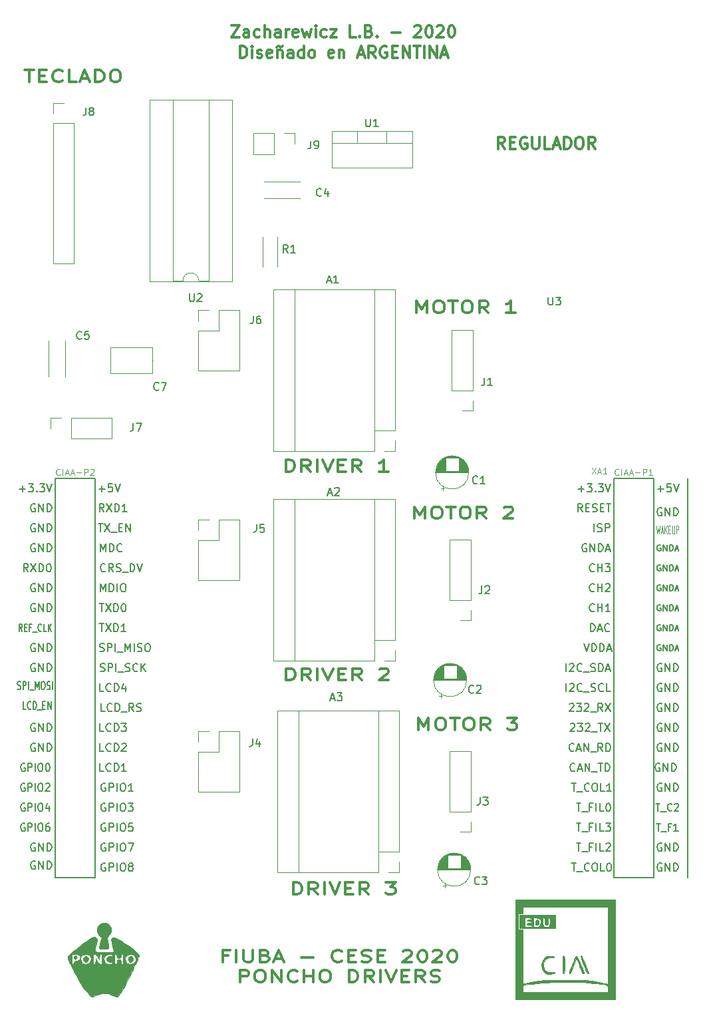
<source format=gbr>
%TF.GenerationSoftware,KiCad,Pcbnew,5.1.6-c6e7f7d~86~ubuntu18.04.1*%
%TF.CreationDate,2020-07-03T15:57:16-03:00*%
%TF.ProjectId,tpfinal_Driver,74706669-6e61-46c5-9f44-72697665722e,rev?*%
%TF.SameCoordinates,Original*%
%TF.FileFunction,Legend,Top*%
%TF.FilePolarity,Positive*%
%FSLAX46Y46*%
G04 Gerber Fmt 4.6, Leading zero omitted, Abs format (unit mm)*
G04 Created by KiCad (PCBNEW 5.1.6-c6e7f7d~86~ubuntu18.04.1) date 2020-07-03 15:57:16*
%MOMM*%
%LPD*%
G01*
G04 APERTURE LIST*
%ADD10C,0.375000*%
%ADD11C,0.300000*%
%ADD12C,0.100000*%
%ADD13C,0.002540*%
%ADD14C,0.150000*%
%ADD15C,0.120000*%
%ADD16C,0.200000*%
%ADD17C,0.170000*%
%ADD18C,0.175000*%
%ADD19C,0.180000*%
%ADD20C,0.190000*%
%ADD21C,0.125000*%
G04 APERTURE END LIST*
D10*
X78855000Y-36871071D02*
X79855000Y-36871071D01*
X78855000Y-38371071D01*
X79855000Y-38371071D01*
X81069285Y-38371071D02*
X81069285Y-37585357D01*
X80997857Y-37442500D01*
X80855000Y-37371071D01*
X80569285Y-37371071D01*
X80426428Y-37442500D01*
X81069285Y-38299642D02*
X80926428Y-38371071D01*
X80569285Y-38371071D01*
X80426428Y-38299642D01*
X80355000Y-38156785D01*
X80355000Y-38013928D01*
X80426428Y-37871071D01*
X80569285Y-37799642D01*
X80926428Y-37799642D01*
X81069285Y-37728214D01*
X82426428Y-38299642D02*
X82283571Y-38371071D01*
X81997857Y-38371071D01*
X81855000Y-38299642D01*
X81783571Y-38228214D01*
X81712142Y-38085357D01*
X81712142Y-37656785D01*
X81783571Y-37513928D01*
X81855000Y-37442500D01*
X81997857Y-37371071D01*
X82283571Y-37371071D01*
X82426428Y-37442500D01*
X83069285Y-38371071D02*
X83069285Y-36871071D01*
X83712142Y-38371071D02*
X83712142Y-37585357D01*
X83640714Y-37442500D01*
X83497857Y-37371071D01*
X83283571Y-37371071D01*
X83140714Y-37442500D01*
X83069285Y-37513928D01*
X85069285Y-38371071D02*
X85069285Y-37585357D01*
X84997857Y-37442500D01*
X84855000Y-37371071D01*
X84569285Y-37371071D01*
X84426428Y-37442500D01*
X85069285Y-38299642D02*
X84926428Y-38371071D01*
X84569285Y-38371071D01*
X84426428Y-38299642D01*
X84355000Y-38156785D01*
X84355000Y-38013928D01*
X84426428Y-37871071D01*
X84569285Y-37799642D01*
X84926428Y-37799642D01*
X85069285Y-37728214D01*
X85783571Y-38371071D02*
X85783571Y-37371071D01*
X85783571Y-37656785D02*
X85855000Y-37513928D01*
X85926428Y-37442500D01*
X86069285Y-37371071D01*
X86212142Y-37371071D01*
X87283571Y-38299642D02*
X87140714Y-38371071D01*
X86855000Y-38371071D01*
X86712142Y-38299642D01*
X86640714Y-38156785D01*
X86640714Y-37585357D01*
X86712142Y-37442500D01*
X86855000Y-37371071D01*
X87140714Y-37371071D01*
X87283571Y-37442500D01*
X87355000Y-37585357D01*
X87355000Y-37728214D01*
X86640714Y-37871071D01*
X87855000Y-37371071D02*
X88140714Y-38371071D01*
X88426428Y-37656785D01*
X88712142Y-38371071D01*
X88997857Y-37371071D01*
X89569285Y-38371071D02*
X89569285Y-37371071D01*
X89569285Y-36871071D02*
X89497857Y-36942500D01*
X89569285Y-37013928D01*
X89640714Y-36942500D01*
X89569285Y-36871071D01*
X89569285Y-37013928D01*
X90926428Y-38299642D02*
X90783571Y-38371071D01*
X90497857Y-38371071D01*
X90355000Y-38299642D01*
X90283571Y-38228214D01*
X90212142Y-38085357D01*
X90212142Y-37656785D01*
X90283571Y-37513928D01*
X90355000Y-37442500D01*
X90497857Y-37371071D01*
X90783571Y-37371071D01*
X90926428Y-37442500D01*
X91426428Y-37371071D02*
X92212142Y-37371071D01*
X91426428Y-38371071D01*
X92212142Y-38371071D01*
X94640714Y-38371071D02*
X93926428Y-38371071D01*
X93926428Y-36871071D01*
X95140714Y-38228214D02*
X95212142Y-38299642D01*
X95140714Y-38371071D01*
X95069285Y-38299642D01*
X95140714Y-38228214D01*
X95140714Y-38371071D01*
X96355000Y-37585357D02*
X96569285Y-37656785D01*
X96640714Y-37728214D01*
X96712142Y-37871071D01*
X96712142Y-38085357D01*
X96640714Y-38228214D01*
X96569285Y-38299642D01*
X96426428Y-38371071D01*
X95855000Y-38371071D01*
X95855000Y-36871071D01*
X96355000Y-36871071D01*
X96497857Y-36942500D01*
X96569285Y-37013928D01*
X96640714Y-37156785D01*
X96640714Y-37299642D01*
X96569285Y-37442500D01*
X96497857Y-37513928D01*
X96355000Y-37585357D01*
X95855000Y-37585357D01*
X97355000Y-38228214D02*
X97426428Y-38299642D01*
X97355000Y-38371071D01*
X97283571Y-38299642D01*
X97355000Y-38228214D01*
X97355000Y-38371071D01*
X99212142Y-37799642D02*
X100355000Y-37799642D01*
X102140714Y-37013928D02*
X102212142Y-36942500D01*
X102355000Y-36871071D01*
X102712142Y-36871071D01*
X102855000Y-36942500D01*
X102926428Y-37013928D01*
X102997857Y-37156785D01*
X102997857Y-37299642D01*
X102926428Y-37513928D01*
X102069285Y-38371071D01*
X102997857Y-38371071D01*
X103926428Y-36871071D02*
X104069285Y-36871071D01*
X104212142Y-36942500D01*
X104283571Y-37013928D01*
X104355000Y-37156785D01*
X104426428Y-37442500D01*
X104426428Y-37799642D01*
X104355000Y-38085357D01*
X104283571Y-38228214D01*
X104212142Y-38299642D01*
X104069285Y-38371071D01*
X103926428Y-38371071D01*
X103783571Y-38299642D01*
X103712142Y-38228214D01*
X103640714Y-38085357D01*
X103569285Y-37799642D01*
X103569285Y-37442500D01*
X103640714Y-37156785D01*
X103712142Y-37013928D01*
X103783571Y-36942500D01*
X103926428Y-36871071D01*
X104997857Y-37013928D02*
X105069285Y-36942500D01*
X105212142Y-36871071D01*
X105569285Y-36871071D01*
X105712142Y-36942500D01*
X105783571Y-37013928D01*
X105855000Y-37156785D01*
X105855000Y-37299642D01*
X105783571Y-37513928D01*
X104926428Y-38371071D01*
X105855000Y-38371071D01*
X106783571Y-36871071D02*
X106926428Y-36871071D01*
X107069285Y-36942500D01*
X107140714Y-37013928D01*
X107212142Y-37156785D01*
X107283571Y-37442500D01*
X107283571Y-37799642D01*
X107212142Y-38085357D01*
X107140714Y-38228214D01*
X107069285Y-38299642D01*
X106926428Y-38371071D01*
X106783571Y-38371071D01*
X106640714Y-38299642D01*
X106569285Y-38228214D01*
X106497857Y-38085357D01*
X106426428Y-37799642D01*
X106426428Y-37442500D01*
X106497857Y-37156785D01*
X106569285Y-37013928D01*
X106640714Y-36942500D01*
X106783571Y-36871071D01*
X79962142Y-40996071D02*
X79962142Y-39496071D01*
X80319285Y-39496071D01*
X80533571Y-39567500D01*
X80676428Y-39710357D01*
X80747857Y-39853214D01*
X80819285Y-40138928D01*
X80819285Y-40353214D01*
X80747857Y-40638928D01*
X80676428Y-40781785D01*
X80533571Y-40924642D01*
X80319285Y-40996071D01*
X79962142Y-40996071D01*
X81462142Y-40996071D02*
X81462142Y-39996071D01*
X81462142Y-39496071D02*
X81390714Y-39567500D01*
X81462142Y-39638928D01*
X81533571Y-39567500D01*
X81462142Y-39496071D01*
X81462142Y-39638928D01*
X82105000Y-40924642D02*
X82247857Y-40996071D01*
X82533571Y-40996071D01*
X82676428Y-40924642D01*
X82747857Y-40781785D01*
X82747857Y-40710357D01*
X82676428Y-40567500D01*
X82533571Y-40496071D01*
X82319285Y-40496071D01*
X82176428Y-40424642D01*
X82105000Y-40281785D01*
X82105000Y-40210357D01*
X82176428Y-40067500D01*
X82319285Y-39996071D01*
X82533571Y-39996071D01*
X82676428Y-40067500D01*
X83962142Y-40924642D02*
X83819285Y-40996071D01*
X83533571Y-40996071D01*
X83390714Y-40924642D01*
X83319285Y-40781785D01*
X83319285Y-40210357D01*
X83390714Y-40067500D01*
X83533571Y-39996071D01*
X83819285Y-39996071D01*
X83962142Y-40067500D01*
X84033571Y-40210357D01*
X84033571Y-40353214D01*
X83319285Y-40496071D01*
X84676428Y-39996071D02*
X84676428Y-40996071D01*
X84676428Y-40138928D02*
X84747857Y-40067500D01*
X84890714Y-39996071D01*
X85105000Y-39996071D01*
X85247857Y-40067500D01*
X85319285Y-40210357D01*
X85319285Y-40996071D01*
X84605000Y-39638928D02*
X84676428Y-39567500D01*
X84819285Y-39496071D01*
X85105000Y-39638928D01*
X85247857Y-39567500D01*
X85319285Y-39496071D01*
X86676428Y-40996071D02*
X86676428Y-40210357D01*
X86605000Y-40067500D01*
X86462142Y-39996071D01*
X86176428Y-39996071D01*
X86033571Y-40067500D01*
X86676428Y-40924642D02*
X86533571Y-40996071D01*
X86176428Y-40996071D01*
X86033571Y-40924642D01*
X85962142Y-40781785D01*
X85962142Y-40638928D01*
X86033571Y-40496071D01*
X86176428Y-40424642D01*
X86533571Y-40424642D01*
X86676428Y-40353214D01*
X88033571Y-40996071D02*
X88033571Y-39496071D01*
X88033571Y-40924642D02*
X87890714Y-40996071D01*
X87605000Y-40996071D01*
X87462142Y-40924642D01*
X87390714Y-40853214D01*
X87319285Y-40710357D01*
X87319285Y-40281785D01*
X87390714Y-40138928D01*
X87462142Y-40067500D01*
X87605000Y-39996071D01*
X87890714Y-39996071D01*
X88033571Y-40067500D01*
X88962142Y-40996071D02*
X88819285Y-40924642D01*
X88747857Y-40853214D01*
X88676428Y-40710357D01*
X88676428Y-40281785D01*
X88747857Y-40138928D01*
X88819285Y-40067500D01*
X88962142Y-39996071D01*
X89176428Y-39996071D01*
X89319285Y-40067500D01*
X89390714Y-40138928D01*
X89462142Y-40281785D01*
X89462142Y-40710357D01*
X89390714Y-40853214D01*
X89319285Y-40924642D01*
X89176428Y-40996071D01*
X88962142Y-40996071D01*
X91819285Y-40924642D02*
X91676428Y-40996071D01*
X91390714Y-40996071D01*
X91247857Y-40924642D01*
X91176428Y-40781785D01*
X91176428Y-40210357D01*
X91247857Y-40067500D01*
X91390714Y-39996071D01*
X91676428Y-39996071D01*
X91819285Y-40067500D01*
X91890714Y-40210357D01*
X91890714Y-40353214D01*
X91176428Y-40496071D01*
X92533571Y-39996071D02*
X92533571Y-40996071D01*
X92533571Y-40138928D02*
X92605000Y-40067500D01*
X92747857Y-39996071D01*
X92962142Y-39996071D01*
X93105000Y-40067500D01*
X93176428Y-40210357D01*
X93176428Y-40996071D01*
X94962142Y-40567500D02*
X95676428Y-40567500D01*
X94819285Y-40996071D02*
X95319285Y-39496071D01*
X95819285Y-40996071D01*
X97176428Y-40996071D02*
X96676428Y-40281785D01*
X96319285Y-40996071D02*
X96319285Y-39496071D01*
X96890714Y-39496071D01*
X97033571Y-39567500D01*
X97105000Y-39638928D01*
X97176428Y-39781785D01*
X97176428Y-39996071D01*
X97105000Y-40138928D01*
X97033571Y-40210357D01*
X96890714Y-40281785D01*
X96319285Y-40281785D01*
X98605000Y-39567500D02*
X98462142Y-39496071D01*
X98247857Y-39496071D01*
X98033571Y-39567500D01*
X97890714Y-39710357D01*
X97819285Y-39853214D01*
X97747857Y-40138928D01*
X97747857Y-40353214D01*
X97819285Y-40638928D01*
X97890714Y-40781785D01*
X98033571Y-40924642D01*
X98247857Y-40996071D01*
X98390714Y-40996071D01*
X98605000Y-40924642D01*
X98676428Y-40853214D01*
X98676428Y-40353214D01*
X98390714Y-40353214D01*
X99319285Y-40210357D02*
X99819285Y-40210357D01*
X100033571Y-40996071D02*
X99319285Y-40996071D01*
X99319285Y-39496071D01*
X100033571Y-39496071D01*
X100676428Y-40996071D02*
X100676428Y-39496071D01*
X101533571Y-40996071D01*
X101533571Y-39496071D01*
X102033571Y-39496071D02*
X102890714Y-39496071D01*
X102462142Y-40996071D02*
X102462142Y-39496071D01*
X103390714Y-40996071D02*
X103390714Y-39496071D01*
X104105000Y-40996071D02*
X104105000Y-39496071D01*
X104962142Y-40996071D01*
X104962142Y-39496071D01*
X105605000Y-40567500D02*
X106319285Y-40567500D01*
X105462142Y-40996071D02*
X105962142Y-39496071D01*
X106462142Y-40996071D01*
D11*
X78389523Y-155247857D02*
X77722857Y-155247857D01*
X77722857Y-156033571D02*
X77722857Y-154533571D01*
X78675238Y-154533571D01*
X79437142Y-156033571D02*
X79437142Y-154533571D01*
X80389523Y-154533571D02*
X80389523Y-155747857D01*
X80484761Y-155890714D01*
X80580000Y-155962142D01*
X80770476Y-156033571D01*
X81151428Y-156033571D01*
X81341904Y-155962142D01*
X81437142Y-155890714D01*
X81532380Y-155747857D01*
X81532380Y-154533571D01*
X83151428Y-155247857D02*
X83437142Y-155319285D01*
X83532380Y-155390714D01*
X83627619Y-155533571D01*
X83627619Y-155747857D01*
X83532380Y-155890714D01*
X83437142Y-155962142D01*
X83246666Y-156033571D01*
X82484761Y-156033571D01*
X82484761Y-154533571D01*
X83151428Y-154533571D01*
X83341904Y-154605000D01*
X83437142Y-154676428D01*
X83532380Y-154819285D01*
X83532380Y-154962142D01*
X83437142Y-155105000D01*
X83341904Y-155176428D01*
X83151428Y-155247857D01*
X82484761Y-155247857D01*
X84389523Y-155605000D02*
X85341904Y-155605000D01*
X84199047Y-156033571D02*
X84865714Y-154533571D01*
X85532380Y-156033571D01*
X87722857Y-155462142D02*
X89246666Y-155462142D01*
X92865714Y-155890714D02*
X92770476Y-155962142D01*
X92484761Y-156033571D01*
X92294285Y-156033571D01*
X92008571Y-155962142D01*
X91818095Y-155819285D01*
X91722857Y-155676428D01*
X91627619Y-155390714D01*
X91627619Y-155176428D01*
X91722857Y-154890714D01*
X91818095Y-154747857D01*
X92008571Y-154605000D01*
X92294285Y-154533571D01*
X92484761Y-154533571D01*
X92770476Y-154605000D01*
X92865714Y-154676428D01*
X93722857Y-155247857D02*
X94389523Y-155247857D01*
X94675238Y-156033571D02*
X93722857Y-156033571D01*
X93722857Y-154533571D01*
X94675238Y-154533571D01*
X95437142Y-155962142D02*
X95722857Y-156033571D01*
X96199047Y-156033571D01*
X96389523Y-155962142D01*
X96484761Y-155890714D01*
X96580000Y-155747857D01*
X96580000Y-155605000D01*
X96484761Y-155462142D01*
X96389523Y-155390714D01*
X96199047Y-155319285D01*
X95818095Y-155247857D01*
X95627619Y-155176428D01*
X95532380Y-155105000D01*
X95437142Y-154962142D01*
X95437142Y-154819285D01*
X95532380Y-154676428D01*
X95627619Y-154605000D01*
X95818095Y-154533571D01*
X96294285Y-154533571D01*
X96580000Y-154605000D01*
X97437142Y-155247857D02*
X98103809Y-155247857D01*
X98389523Y-156033571D02*
X97437142Y-156033571D01*
X97437142Y-154533571D01*
X98389523Y-154533571D01*
X100675238Y-154676428D02*
X100770476Y-154605000D01*
X100960952Y-154533571D01*
X101437142Y-154533571D01*
X101627619Y-154605000D01*
X101722857Y-154676428D01*
X101818095Y-154819285D01*
X101818095Y-154962142D01*
X101722857Y-155176428D01*
X100580000Y-156033571D01*
X101818095Y-156033571D01*
X103056190Y-154533571D02*
X103246666Y-154533571D01*
X103437142Y-154605000D01*
X103532380Y-154676428D01*
X103627619Y-154819285D01*
X103722857Y-155105000D01*
X103722857Y-155462142D01*
X103627619Y-155747857D01*
X103532380Y-155890714D01*
X103437142Y-155962142D01*
X103246666Y-156033571D01*
X103056190Y-156033571D01*
X102865714Y-155962142D01*
X102770476Y-155890714D01*
X102675238Y-155747857D01*
X102580000Y-155462142D01*
X102580000Y-155105000D01*
X102675238Y-154819285D01*
X102770476Y-154676428D01*
X102865714Y-154605000D01*
X103056190Y-154533571D01*
X104484761Y-154676428D02*
X104580000Y-154605000D01*
X104770476Y-154533571D01*
X105246666Y-154533571D01*
X105437142Y-154605000D01*
X105532380Y-154676428D01*
X105627619Y-154819285D01*
X105627619Y-154962142D01*
X105532380Y-155176428D01*
X104389523Y-156033571D01*
X105627619Y-156033571D01*
X106865714Y-154533571D02*
X107056190Y-154533571D01*
X107246666Y-154605000D01*
X107341904Y-154676428D01*
X107437142Y-154819285D01*
X107532380Y-155105000D01*
X107532380Y-155462142D01*
X107437142Y-155747857D01*
X107341904Y-155890714D01*
X107246666Y-155962142D01*
X107056190Y-156033571D01*
X106865714Y-156033571D01*
X106675238Y-155962142D01*
X106580000Y-155890714D01*
X106484761Y-155747857D01*
X106389523Y-155462142D01*
X106389523Y-155105000D01*
X106484761Y-154819285D01*
X106580000Y-154676428D01*
X106675238Y-154605000D01*
X106865714Y-154533571D01*
X79913333Y-158583571D02*
X79913333Y-157083571D01*
X80675238Y-157083571D01*
X80865714Y-157155000D01*
X80960952Y-157226428D01*
X81056190Y-157369285D01*
X81056190Y-157583571D01*
X80960952Y-157726428D01*
X80865714Y-157797857D01*
X80675238Y-157869285D01*
X79913333Y-157869285D01*
X82294285Y-157083571D02*
X82675238Y-157083571D01*
X82865714Y-157155000D01*
X83056190Y-157297857D01*
X83151428Y-157583571D01*
X83151428Y-158083571D01*
X83056190Y-158369285D01*
X82865714Y-158512142D01*
X82675238Y-158583571D01*
X82294285Y-158583571D01*
X82103809Y-158512142D01*
X81913333Y-158369285D01*
X81818095Y-158083571D01*
X81818095Y-157583571D01*
X81913333Y-157297857D01*
X82103809Y-157155000D01*
X82294285Y-157083571D01*
X84008571Y-158583571D02*
X84008571Y-157083571D01*
X85151428Y-158583571D01*
X85151428Y-157083571D01*
X87246666Y-158440714D02*
X87151428Y-158512142D01*
X86865714Y-158583571D01*
X86675238Y-158583571D01*
X86389523Y-158512142D01*
X86199047Y-158369285D01*
X86103809Y-158226428D01*
X86008571Y-157940714D01*
X86008571Y-157726428D01*
X86103809Y-157440714D01*
X86199047Y-157297857D01*
X86389523Y-157155000D01*
X86675238Y-157083571D01*
X86865714Y-157083571D01*
X87151428Y-157155000D01*
X87246666Y-157226428D01*
X88103809Y-158583571D02*
X88103809Y-157083571D01*
X88103809Y-157797857D02*
X89246666Y-157797857D01*
X89246666Y-158583571D02*
X89246666Y-157083571D01*
X90580000Y-157083571D02*
X90960952Y-157083571D01*
X91151428Y-157155000D01*
X91341904Y-157297857D01*
X91437142Y-157583571D01*
X91437142Y-158083571D01*
X91341904Y-158369285D01*
X91151428Y-158512142D01*
X90960952Y-158583571D01*
X90580000Y-158583571D01*
X90389523Y-158512142D01*
X90199047Y-158369285D01*
X90103809Y-158083571D01*
X90103809Y-157583571D01*
X90199047Y-157297857D01*
X90389523Y-157155000D01*
X90580000Y-157083571D01*
X93818095Y-158583571D02*
X93818095Y-157083571D01*
X94294285Y-157083571D01*
X94580000Y-157155000D01*
X94770476Y-157297857D01*
X94865714Y-157440714D01*
X94960952Y-157726428D01*
X94960952Y-157940714D01*
X94865714Y-158226428D01*
X94770476Y-158369285D01*
X94580000Y-158512142D01*
X94294285Y-158583571D01*
X93818095Y-158583571D01*
X96960952Y-158583571D02*
X96294285Y-157869285D01*
X95818095Y-158583571D02*
X95818095Y-157083571D01*
X96580000Y-157083571D01*
X96770476Y-157155000D01*
X96865714Y-157226428D01*
X96960952Y-157369285D01*
X96960952Y-157583571D01*
X96865714Y-157726428D01*
X96770476Y-157797857D01*
X96580000Y-157869285D01*
X95818095Y-157869285D01*
X97818095Y-158583571D02*
X97818095Y-157083571D01*
X98484761Y-157083571D02*
X99151428Y-158583571D01*
X99818095Y-157083571D01*
X100484761Y-157797857D02*
X101151428Y-157797857D01*
X101437142Y-158583571D02*
X100484761Y-158583571D01*
X100484761Y-157083571D01*
X101437142Y-157083571D01*
X103437142Y-158583571D02*
X102770476Y-157869285D01*
X102294285Y-158583571D02*
X102294285Y-157083571D01*
X103056190Y-157083571D01*
X103246666Y-157155000D01*
X103341904Y-157226428D01*
X103437142Y-157369285D01*
X103437142Y-157583571D01*
X103341904Y-157726428D01*
X103246666Y-157797857D01*
X103056190Y-157869285D01*
X102294285Y-157869285D01*
X104199047Y-158512142D02*
X104484761Y-158583571D01*
X104960952Y-158583571D01*
X105151428Y-158512142D01*
X105246666Y-158440714D01*
X105341904Y-158297857D01*
X105341904Y-158155000D01*
X105246666Y-158012142D01*
X105151428Y-157940714D01*
X104960952Y-157869285D01*
X104580000Y-157797857D01*
X104389523Y-157726428D01*
X104294285Y-157655000D01*
X104199047Y-157512142D01*
X104199047Y-157369285D01*
X104294285Y-157226428D01*
X104389523Y-157155000D01*
X104580000Y-157083571D01*
X105056190Y-157083571D01*
X105341904Y-157155000D01*
X52547619Y-42558571D02*
X53690476Y-42558571D01*
X53119047Y-44058571D02*
X53119047Y-42558571D01*
X54357142Y-43272857D02*
X55023809Y-43272857D01*
X55309523Y-44058571D02*
X54357142Y-44058571D01*
X54357142Y-42558571D01*
X55309523Y-42558571D01*
X57309523Y-43915714D02*
X57214285Y-43987142D01*
X56928571Y-44058571D01*
X56738095Y-44058571D01*
X56452380Y-43987142D01*
X56261904Y-43844285D01*
X56166666Y-43701428D01*
X56071428Y-43415714D01*
X56071428Y-43201428D01*
X56166666Y-42915714D01*
X56261904Y-42772857D01*
X56452380Y-42630000D01*
X56738095Y-42558571D01*
X56928571Y-42558571D01*
X57214285Y-42630000D01*
X57309523Y-42701428D01*
X59119047Y-44058571D02*
X58166666Y-44058571D01*
X58166666Y-42558571D01*
X59690476Y-43630000D02*
X60642857Y-43630000D01*
X59500000Y-44058571D02*
X60166666Y-42558571D01*
X60833333Y-44058571D01*
X61500000Y-44058571D02*
X61500000Y-42558571D01*
X61976190Y-42558571D01*
X62261904Y-42630000D01*
X62452380Y-42772857D01*
X62547619Y-42915714D01*
X62642857Y-43201428D01*
X62642857Y-43415714D01*
X62547619Y-43701428D01*
X62452380Y-43844285D01*
X62261904Y-43987142D01*
X61976190Y-44058571D01*
X61500000Y-44058571D01*
X63880952Y-42558571D02*
X64261904Y-42558571D01*
X64452380Y-42630000D01*
X64642857Y-42772857D01*
X64738095Y-43058571D01*
X64738095Y-43558571D01*
X64642857Y-43844285D01*
X64452380Y-43987142D01*
X64261904Y-44058571D01*
X63880952Y-44058571D01*
X63690476Y-43987142D01*
X63500000Y-43844285D01*
X63404761Y-43558571D01*
X63404761Y-43058571D01*
X63500000Y-42772857D01*
X63690476Y-42630000D01*
X63880952Y-42558571D01*
X113642857Y-52558571D02*
X113142857Y-51844285D01*
X112785714Y-52558571D02*
X112785714Y-51058571D01*
X113357142Y-51058571D01*
X113500000Y-51130000D01*
X113571428Y-51201428D01*
X113642857Y-51344285D01*
X113642857Y-51558571D01*
X113571428Y-51701428D01*
X113500000Y-51772857D01*
X113357142Y-51844285D01*
X112785714Y-51844285D01*
X114285714Y-51772857D02*
X114785714Y-51772857D01*
X115000000Y-52558571D02*
X114285714Y-52558571D01*
X114285714Y-51058571D01*
X115000000Y-51058571D01*
X116428571Y-51130000D02*
X116285714Y-51058571D01*
X116071428Y-51058571D01*
X115857142Y-51130000D01*
X115714285Y-51272857D01*
X115642857Y-51415714D01*
X115571428Y-51701428D01*
X115571428Y-51915714D01*
X115642857Y-52201428D01*
X115714285Y-52344285D01*
X115857142Y-52487142D01*
X116071428Y-52558571D01*
X116214285Y-52558571D01*
X116428571Y-52487142D01*
X116500000Y-52415714D01*
X116500000Y-51915714D01*
X116214285Y-51915714D01*
X117142857Y-51058571D02*
X117142857Y-52272857D01*
X117214285Y-52415714D01*
X117285714Y-52487142D01*
X117428571Y-52558571D01*
X117714285Y-52558571D01*
X117857142Y-52487142D01*
X117928571Y-52415714D01*
X118000000Y-52272857D01*
X118000000Y-51058571D01*
X119428571Y-52558571D02*
X118714285Y-52558571D01*
X118714285Y-51058571D01*
X119857142Y-52130000D02*
X120571428Y-52130000D01*
X119714285Y-52558571D02*
X120214285Y-51058571D01*
X120714285Y-52558571D01*
X121214285Y-52558571D02*
X121214285Y-51058571D01*
X121571428Y-51058571D01*
X121785714Y-51130000D01*
X121928571Y-51272857D01*
X122000000Y-51415714D01*
X122071428Y-51701428D01*
X122071428Y-51915714D01*
X122000000Y-52201428D01*
X121928571Y-52344285D01*
X121785714Y-52487142D01*
X121571428Y-52558571D01*
X121214285Y-52558571D01*
X123000000Y-51058571D02*
X123285714Y-51058571D01*
X123428571Y-51130000D01*
X123571428Y-51272857D01*
X123642857Y-51558571D01*
X123642857Y-52058571D01*
X123571428Y-52344285D01*
X123428571Y-52487142D01*
X123285714Y-52558571D01*
X123000000Y-52558571D01*
X122857142Y-52487142D01*
X122714285Y-52344285D01*
X122642857Y-52058571D01*
X122642857Y-51558571D01*
X122714285Y-51272857D01*
X122857142Y-51130000D01*
X123000000Y-51058571D01*
X125142857Y-52558571D02*
X124642857Y-51844285D01*
X124285714Y-52558571D02*
X124285714Y-51058571D01*
X124857142Y-51058571D01*
X125000000Y-51130000D01*
X125071428Y-51201428D01*
X125142857Y-51344285D01*
X125142857Y-51558571D01*
X125071428Y-51701428D01*
X125000000Y-51772857D01*
X124857142Y-51844285D01*
X124285714Y-51844285D01*
X85753809Y-93633571D02*
X85753809Y-92133571D01*
X86230000Y-92133571D01*
X86515714Y-92205000D01*
X86706190Y-92347857D01*
X86801428Y-92490714D01*
X86896666Y-92776428D01*
X86896666Y-92990714D01*
X86801428Y-93276428D01*
X86706190Y-93419285D01*
X86515714Y-93562142D01*
X86230000Y-93633571D01*
X85753809Y-93633571D01*
X88896666Y-93633571D02*
X88230000Y-92919285D01*
X87753809Y-93633571D02*
X87753809Y-92133571D01*
X88515714Y-92133571D01*
X88706190Y-92205000D01*
X88801428Y-92276428D01*
X88896666Y-92419285D01*
X88896666Y-92633571D01*
X88801428Y-92776428D01*
X88706190Y-92847857D01*
X88515714Y-92919285D01*
X87753809Y-92919285D01*
X89753809Y-93633571D02*
X89753809Y-92133571D01*
X90420476Y-92133571D02*
X91087142Y-93633571D01*
X91753809Y-92133571D01*
X92420476Y-92847857D02*
X93087142Y-92847857D01*
X93372857Y-93633571D02*
X92420476Y-93633571D01*
X92420476Y-92133571D01*
X93372857Y-92133571D01*
X95372857Y-93633571D02*
X94706190Y-92919285D01*
X94230000Y-93633571D02*
X94230000Y-92133571D01*
X94991904Y-92133571D01*
X95182380Y-92205000D01*
X95277619Y-92276428D01*
X95372857Y-92419285D01*
X95372857Y-92633571D01*
X95277619Y-92776428D01*
X95182380Y-92847857D01*
X94991904Y-92919285D01*
X94230000Y-92919285D01*
X98801428Y-93633571D02*
X97658571Y-93633571D01*
X98230000Y-93633571D02*
X98230000Y-92133571D01*
X98039523Y-92347857D01*
X97849047Y-92490714D01*
X97658571Y-92562142D01*
X85803809Y-120183571D02*
X85803809Y-118683571D01*
X86280000Y-118683571D01*
X86565714Y-118755000D01*
X86756190Y-118897857D01*
X86851428Y-119040714D01*
X86946666Y-119326428D01*
X86946666Y-119540714D01*
X86851428Y-119826428D01*
X86756190Y-119969285D01*
X86565714Y-120112142D01*
X86280000Y-120183571D01*
X85803809Y-120183571D01*
X88946666Y-120183571D02*
X88280000Y-119469285D01*
X87803809Y-120183571D02*
X87803809Y-118683571D01*
X88565714Y-118683571D01*
X88756190Y-118755000D01*
X88851428Y-118826428D01*
X88946666Y-118969285D01*
X88946666Y-119183571D01*
X88851428Y-119326428D01*
X88756190Y-119397857D01*
X88565714Y-119469285D01*
X87803809Y-119469285D01*
X89803809Y-120183571D02*
X89803809Y-118683571D01*
X90470476Y-118683571D02*
X91137142Y-120183571D01*
X91803809Y-118683571D01*
X92470476Y-119397857D02*
X93137142Y-119397857D01*
X93422857Y-120183571D02*
X92470476Y-120183571D01*
X92470476Y-118683571D01*
X93422857Y-118683571D01*
X95422857Y-120183571D02*
X94756190Y-119469285D01*
X94280000Y-120183571D02*
X94280000Y-118683571D01*
X95041904Y-118683571D01*
X95232380Y-118755000D01*
X95327619Y-118826428D01*
X95422857Y-118969285D01*
X95422857Y-119183571D01*
X95327619Y-119326428D01*
X95232380Y-119397857D01*
X95041904Y-119469285D01*
X94280000Y-119469285D01*
X97708571Y-118826428D02*
X97803809Y-118755000D01*
X97994285Y-118683571D01*
X98470476Y-118683571D01*
X98660952Y-118755000D01*
X98756190Y-118826428D01*
X98851428Y-118969285D01*
X98851428Y-119112142D01*
X98756190Y-119326428D01*
X97613333Y-120183571D01*
X98851428Y-120183571D01*
X86678809Y-147433571D02*
X86678809Y-145933571D01*
X87155000Y-145933571D01*
X87440714Y-146005000D01*
X87631190Y-146147857D01*
X87726428Y-146290714D01*
X87821666Y-146576428D01*
X87821666Y-146790714D01*
X87726428Y-147076428D01*
X87631190Y-147219285D01*
X87440714Y-147362142D01*
X87155000Y-147433571D01*
X86678809Y-147433571D01*
X89821666Y-147433571D02*
X89155000Y-146719285D01*
X88678809Y-147433571D02*
X88678809Y-145933571D01*
X89440714Y-145933571D01*
X89631190Y-146005000D01*
X89726428Y-146076428D01*
X89821666Y-146219285D01*
X89821666Y-146433571D01*
X89726428Y-146576428D01*
X89631190Y-146647857D01*
X89440714Y-146719285D01*
X88678809Y-146719285D01*
X90678809Y-147433571D02*
X90678809Y-145933571D01*
X91345476Y-145933571D02*
X92012142Y-147433571D01*
X92678809Y-145933571D01*
X93345476Y-146647857D02*
X94012142Y-146647857D01*
X94297857Y-147433571D02*
X93345476Y-147433571D01*
X93345476Y-145933571D01*
X94297857Y-145933571D01*
X96297857Y-147433571D02*
X95631190Y-146719285D01*
X95155000Y-147433571D02*
X95155000Y-145933571D01*
X95916904Y-145933571D01*
X96107380Y-146005000D01*
X96202619Y-146076428D01*
X96297857Y-146219285D01*
X96297857Y-146433571D01*
X96202619Y-146576428D01*
X96107380Y-146647857D01*
X95916904Y-146719285D01*
X95155000Y-146719285D01*
X98488333Y-145933571D02*
X99726428Y-145933571D01*
X99059761Y-146505000D01*
X99345476Y-146505000D01*
X99535952Y-146576428D01*
X99631190Y-146647857D01*
X99726428Y-146790714D01*
X99726428Y-147147857D01*
X99631190Y-147290714D01*
X99535952Y-147362142D01*
X99345476Y-147433571D01*
X98774047Y-147433571D01*
X98583571Y-147362142D01*
X98488333Y-147290714D01*
X102601904Y-126508571D02*
X102601904Y-125008571D01*
X103268571Y-126080000D01*
X103935238Y-125008571D01*
X103935238Y-126508571D01*
X105268571Y-125008571D02*
X105649523Y-125008571D01*
X105840000Y-125080000D01*
X106030476Y-125222857D01*
X106125714Y-125508571D01*
X106125714Y-126008571D01*
X106030476Y-126294285D01*
X105840000Y-126437142D01*
X105649523Y-126508571D01*
X105268571Y-126508571D01*
X105078095Y-126437142D01*
X104887619Y-126294285D01*
X104792380Y-126008571D01*
X104792380Y-125508571D01*
X104887619Y-125222857D01*
X105078095Y-125080000D01*
X105268571Y-125008571D01*
X106697142Y-125008571D02*
X107840000Y-125008571D01*
X107268571Y-126508571D02*
X107268571Y-125008571D01*
X108887619Y-125008571D02*
X109268571Y-125008571D01*
X109459047Y-125080000D01*
X109649523Y-125222857D01*
X109744761Y-125508571D01*
X109744761Y-126008571D01*
X109649523Y-126294285D01*
X109459047Y-126437142D01*
X109268571Y-126508571D01*
X108887619Y-126508571D01*
X108697142Y-126437142D01*
X108506666Y-126294285D01*
X108411428Y-126008571D01*
X108411428Y-125508571D01*
X108506666Y-125222857D01*
X108697142Y-125080000D01*
X108887619Y-125008571D01*
X111744761Y-126508571D02*
X111078095Y-125794285D01*
X110601904Y-126508571D02*
X110601904Y-125008571D01*
X111363809Y-125008571D01*
X111554285Y-125080000D01*
X111649523Y-125151428D01*
X111744761Y-125294285D01*
X111744761Y-125508571D01*
X111649523Y-125651428D01*
X111554285Y-125722857D01*
X111363809Y-125794285D01*
X110601904Y-125794285D01*
X113935238Y-125008571D02*
X115173333Y-125008571D01*
X114506666Y-125580000D01*
X114792380Y-125580000D01*
X114982857Y-125651428D01*
X115078095Y-125722857D01*
X115173333Y-125865714D01*
X115173333Y-126222857D01*
X115078095Y-126365714D01*
X114982857Y-126437142D01*
X114792380Y-126508571D01*
X114220952Y-126508571D01*
X114030476Y-126437142D01*
X113935238Y-126365714D01*
X102121904Y-99608571D02*
X102121904Y-98108571D01*
X102788571Y-99180000D01*
X103455238Y-98108571D01*
X103455238Y-99608571D01*
X104788571Y-98108571D02*
X105169523Y-98108571D01*
X105360000Y-98180000D01*
X105550476Y-98322857D01*
X105645714Y-98608571D01*
X105645714Y-99108571D01*
X105550476Y-99394285D01*
X105360000Y-99537142D01*
X105169523Y-99608571D01*
X104788571Y-99608571D01*
X104598095Y-99537142D01*
X104407619Y-99394285D01*
X104312380Y-99108571D01*
X104312380Y-98608571D01*
X104407619Y-98322857D01*
X104598095Y-98180000D01*
X104788571Y-98108571D01*
X106217142Y-98108571D02*
X107360000Y-98108571D01*
X106788571Y-99608571D02*
X106788571Y-98108571D01*
X108407619Y-98108571D02*
X108788571Y-98108571D01*
X108979047Y-98180000D01*
X109169523Y-98322857D01*
X109264761Y-98608571D01*
X109264761Y-99108571D01*
X109169523Y-99394285D01*
X108979047Y-99537142D01*
X108788571Y-99608571D01*
X108407619Y-99608571D01*
X108217142Y-99537142D01*
X108026666Y-99394285D01*
X107931428Y-99108571D01*
X107931428Y-98608571D01*
X108026666Y-98322857D01*
X108217142Y-98180000D01*
X108407619Y-98108571D01*
X111264761Y-99608571D02*
X110598095Y-98894285D01*
X110121904Y-99608571D02*
X110121904Y-98108571D01*
X110883809Y-98108571D01*
X111074285Y-98180000D01*
X111169523Y-98251428D01*
X111264761Y-98394285D01*
X111264761Y-98608571D01*
X111169523Y-98751428D01*
X111074285Y-98822857D01*
X110883809Y-98894285D01*
X110121904Y-98894285D01*
X113550476Y-98251428D02*
X113645714Y-98180000D01*
X113836190Y-98108571D01*
X114312380Y-98108571D01*
X114502857Y-98180000D01*
X114598095Y-98251428D01*
X114693333Y-98394285D01*
X114693333Y-98537142D01*
X114598095Y-98751428D01*
X113455238Y-99608571D01*
X114693333Y-99608571D01*
X102381904Y-73438571D02*
X102381904Y-71938571D01*
X103048571Y-73010000D01*
X103715238Y-71938571D01*
X103715238Y-73438571D01*
X105048571Y-71938571D02*
X105429523Y-71938571D01*
X105620000Y-72010000D01*
X105810476Y-72152857D01*
X105905714Y-72438571D01*
X105905714Y-72938571D01*
X105810476Y-73224285D01*
X105620000Y-73367142D01*
X105429523Y-73438571D01*
X105048571Y-73438571D01*
X104858095Y-73367142D01*
X104667619Y-73224285D01*
X104572380Y-72938571D01*
X104572380Y-72438571D01*
X104667619Y-72152857D01*
X104858095Y-72010000D01*
X105048571Y-71938571D01*
X106477142Y-71938571D02*
X107620000Y-71938571D01*
X107048571Y-73438571D02*
X107048571Y-71938571D01*
X108667619Y-71938571D02*
X109048571Y-71938571D01*
X109239047Y-72010000D01*
X109429523Y-72152857D01*
X109524761Y-72438571D01*
X109524761Y-72938571D01*
X109429523Y-73224285D01*
X109239047Y-73367142D01*
X109048571Y-73438571D01*
X108667619Y-73438571D01*
X108477142Y-73367142D01*
X108286666Y-73224285D01*
X108191428Y-72938571D01*
X108191428Y-72438571D01*
X108286666Y-72152857D01*
X108477142Y-72010000D01*
X108667619Y-71938571D01*
X111524761Y-73438571D02*
X110858095Y-72724285D01*
X110381904Y-73438571D02*
X110381904Y-71938571D01*
X111143809Y-71938571D01*
X111334285Y-72010000D01*
X111429523Y-72081428D01*
X111524761Y-72224285D01*
X111524761Y-72438571D01*
X111429523Y-72581428D01*
X111334285Y-72652857D01*
X111143809Y-72724285D01*
X110381904Y-72724285D01*
X114953333Y-73438571D02*
X113810476Y-73438571D01*
X114381904Y-73438571D02*
X114381904Y-71938571D01*
X114191428Y-72152857D01*
X114000952Y-72295714D01*
X113810476Y-72367142D01*
D12*
%TO.C,G\u002A\u002A\u002A*%
G36*
X67055714Y-155172979D02*
G01*
X67018746Y-155379891D01*
X66925012Y-155664800D01*
X66800272Y-155962897D01*
X66670281Y-156209374D01*
X66643376Y-156247413D01*
X66643376Y-155676299D01*
X66578326Y-155363062D01*
X66389112Y-155155622D01*
X66084639Y-155062329D01*
X65983636Y-155057792D01*
X65649516Y-155118777D01*
X65428248Y-155296165D01*
X65328734Y-155581608D01*
X65323896Y-155676299D01*
X65388946Y-155989536D01*
X65578159Y-156196975D01*
X65882633Y-156290269D01*
X65983636Y-156294805D01*
X66317606Y-156236492D01*
X66478441Y-156129870D01*
X66612315Y-155892030D01*
X66643376Y-155676299D01*
X66643376Y-156247413D01*
X66609856Y-156294805D01*
X66533749Y-156421925D01*
X66415220Y-156661365D01*
X66273792Y-156972585D01*
X66192876Y-157160714D01*
X65941635Y-157729272D01*
X65669718Y-158296808D01*
X65389494Y-158841693D01*
X65113334Y-159342296D01*
X65076493Y-159403955D01*
X65076493Y-155676299D01*
X65072598Y-155360064D01*
X65054834Y-155174516D01*
X65014089Y-155085476D01*
X64941247Y-155058762D01*
X64911558Y-155057792D01*
X64790831Y-155096671D01*
X64748325Y-155241331D01*
X64746623Y-155305195D01*
X64726189Y-155480430D01*
X64629798Y-155545018D01*
X64499220Y-155552598D01*
X64323985Y-155532163D01*
X64259397Y-155435773D01*
X64251818Y-155305195D01*
X64225898Y-155124104D01*
X64129459Y-155060345D01*
X64086883Y-155057792D01*
X64002553Y-155072401D01*
X63953074Y-155139012D01*
X63929330Y-155291807D01*
X63922206Y-155564964D01*
X63921948Y-155676299D01*
X63925843Y-155992533D01*
X63943606Y-156178081D01*
X63984351Y-156267122D01*
X64057193Y-156293835D01*
X64086883Y-156294805D01*
X64200559Y-156262518D01*
X64246426Y-156136472D01*
X64251818Y-156006169D01*
X64265609Y-155812245D01*
X64335564Y-155732706D01*
X64499220Y-155717533D01*
X64665441Y-155733623D01*
X64733617Y-155815237D01*
X64746623Y-156006169D01*
X64765073Y-156205103D01*
X64837099Y-156285370D01*
X64911558Y-156294805D01*
X64995887Y-156280197D01*
X65045367Y-156213586D01*
X65069111Y-156060791D01*
X65076234Y-155787634D01*
X65076493Y-155676299D01*
X65076493Y-159403955D01*
X64853610Y-159776986D01*
X64622692Y-160124132D01*
X64432952Y-160362103D01*
X64301691Y-160467512D01*
X64180102Y-160454002D01*
X63958445Y-160380892D01*
X63683465Y-160263746D01*
X63674545Y-160259546D01*
X63674545Y-156161490D01*
X63630706Y-156068405D01*
X63476623Y-156066159D01*
X63458776Y-156069422D01*
X63237011Y-156043945D01*
X63043128Y-155915310D01*
X62937755Y-155728790D01*
X62932337Y-155676299D01*
X63004303Y-155481398D01*
X63178393Y-155327991D01*
X63391896Y-155263309D01*
X63469632Y-155271645D01*
X63625982Y-155284616D01*
X63674279Y-155202533D01*
X63674545Y-155190434D01*
X63634247Y-155104720D01*
X63490303Y-155064936D01*
X63303441Y-155057792D01*
X62949195Y-155112653D01*
X62718088Y-155276882D01*
X62610717Y-155549956D01*
X62602467Y-155676299D01*
X62664642Y-155988869D01*
X62850769Y-156192787D01*
X63160252Y-156287526D01*
X63303441Y-156294805D01*
X63542962Y-156280515D01*
X63654243Y-156229291D01*
X63674545Y-156161490D01*
X63674545Y-160259546D01*
X63668315Y-160256614D01*
X63112041Y-160056938D01*
X62581238Y-160007886D01*
X62355065Y-160049843D01*
X62355065Y-155676299D01*
X62351169Y-155360064D01*
X62333406Y-155174516D01*
X62292661Y-155085476D01*
X62219819Y-155058762D01*
X62190129Y-155057792D01*
X62084651Y-155083769D01*
X62036125Y-155190106D01*
X62024414Y-155408279D01*
X62023634Y-155758766D01*
X61813571Y-155408279D01*
X61645995Y-155174431D01*
X61490269Y-155070267D01*
X61402014Y-155057792D01*
X61299505Y-155066063D01*
X61239414Y-155114024D01*
X61210429Y-155236397D01*
X61201238Y-155467906D01*
X61200519Y-155676299D01*
X61204415Y-155992533D01*
X61222178Y-156178081D01*
X61262923Y-156267122D01*
X61335765Y-156293835D01*
X61365454Y-156294805D01*
X61470932Y-156268829D01*
X61519459Y-156162492D01*
X61531169Y-155944318D01*
X61531950Y-155593831D01*
X61742012Y-155944318D01*
X61909588Y-156178167D01*
X62065315Y-156282330D01*
X62153570Y-156294805D01*
X62256078Y-156286535D01*
X62316169Y-156238574D01*
X62345154Y-156116200D01*
X62354345Y-155884692D01*
X62355065Y-155676299D01*
X62355065Y-160049843D01*
X62037590Y-160108738D01*
X61736558Y-160220415D01*
X61460534Y-160335832D01*
X61234037Y-160426797D01*
X61118052Y-160469513D01*
X61001124Y-160425399D01*
X60953116Y-160384033D01*
X60953116Y-155676299D01*
X60888066Y-155363062D01*
X60698853Y-155155622D01*
X60394380Y-155062329D01*
X60293376Y-155057792D01*
X59959257Y-155118777D01*
X59737988Y-155296165D01*
X59638475Y-155581608D01*
X59633636Y-155676299D01*
X59698686Y-155989536D01*
X59887900Y-156196975D01*
X60192373Y-156290269D01*
X60293376Y-156294805D01*
X60627347Y-156236492D01*
X60788181Y-156129870D01*
X60922055Y-155892030D01*
X60953116Y-155676299D01*
X60953116Y-160384033D01*
X60802824Y-160254536D01*
X60534180Y-159966799D01*
X60458311Y-159878924D01*
X60150139Y-159507270D01*
X59887799Y-159163429D01*
X59649659Y-158813116D01*
X59551168Y-158649614D01*
X59551168Y-155470130D01*
X59512515Y-155254020D01*
X59379854Y-155124720D01*
X59128131Y-155065961D01*
X58916168Y-155057792D01*
X58479090Y-155057792D01*
X58479090Y-155676299D01*
X58482986Y-155992533D01*
X58500749Y-156178081D01*
X58541494Y-156267122D01*
X58614336Y-156293835D01*
X58644026Y-156294805D01*
X58773361Y-156246485D01*
X58808961Y-156088637D01*
X58832327Y-155946227D01*
X58935269Y-155890232D01*
X59081103Y-155882468D01*
X59359350Y-155834793D01*
X59511932Y-155685235D01*
X59551168Y-155470130D01*
X59551168Y-158649614D01*
X59414084Y-158422046D01*
X59159442Y-157955935D01*
X58864100Y-157380499D01*
X58795195Y-157243182D01*
X58592554Y-156840996D01*
X58412532Y-156488910D01*
X58269373Y-156214385D01*
X58177322Y-156044880D01*
X58153488Y-156006169D01*
X58040287Y-155738262D01*
X58049598Y-155431701D01*
X58127920Y-155237928D01*
X58308246Y-155005761D01*
X58549229Y-154772825D01*
X58790117Y-154594418D01*
X58891428Y-154542986D01*
X59004414Y-154471742D01*
X59209280Y-154318489D01*
X59472796Y-154108692D01*
X59658847Y-153954858D01*
X60041606Y-153648273D01*
X60426040Y-153365849D01*
X60784115Y-153125844D01*
X61087798Y-152946518D01*
X61309055Y-152846129D01*
X61384077Y-152831169D01*
X61527245Y-152888013D01*
X61651204Y-152992915D01*
X61721177Y-153081911D01*
X61751535Y-153178628D01*
X61740852Y-153323694D01*
X61687698Y-153557739D01*
X61622752Y-153802589D01*
X61517923Y-154185459D01*
X61456300Y-154457087D01*
X61457106Y-154636449D01*
X61539564Y-154742520D01*
X61722895Y-154794274D01*
X62026322Y-154810686D01*
X62469068Y-154810733D01*
X62643701Y-154810390D01*
X63136616Y-154806848D01*
X63483601Y-154795121D01*
X63703529Y-154773554D01*
X63815275Y-154740495D01*
X63839480Y-154705648D01*
X63818521Y-154579660D01*
X63763133Y-154342674D01*
X63684548Y-154042181D01*
X63670407Y-153990787D01*
X63563088Y-153544153D01*
X63528894Y-153230369D01*
X63568676Y-153034028D01*
X63683285Y-152939721D01*
X63728992Y-152929488D01*
X63940553Y-152960090D01*
X64259874Y-153088811D01*
X64669801Y-153306071D01*
X65153175Y-153602287D01*
X65692841Y-153967878D01*
X66045487Y-154223187D01*
X66449546Y-154527697D01*
X66734754Y-154756510D01*
X66918878Y-154926333D01*
X67019689Y-155053872D01*
X67054955Y-155155833D01*
X67055714Y-155172979D01*
G37*
X67055714Y-155172979D02*
X67018746Y-155379891D01*
X66925012Y-155664800D01*
X66800272Y-155962897D01*
X66670281Y-156209374D01*
X66643376Y-156247413D01*
X66643376Y-155676299D01*
X66578326Y-155363062D01*
X66389112Y-155155622D01*
X66084639Y-155062329D01*
X65983636Y-155057792D01*
X65649516Y-155118777D01*
X65428248Y-155296165D01*
X65328734Y-155581608D01*
X65323896Y-155676299D01*
X65388946Y-155989536D01*
X65578159Y-156196975D01*
X65882633Y-156290269D01*
X65983636Y-156294805D01*
X66317606Y-156236492D01*
X66478441Y-156129870D01*
X66612315Y-155892030D01*
X66643376Y-155676299D01*
X66643376Y-156247413D01*
X66609856Y-156294805D01*
X66533749Y-156421925D01*
X66415220Y-156661365D01*
X66273792Y-156972585D01*
X66192876Y-157160714D01*
X65941635Y-157729272D01*
X65669718Y-158296808D01*
X65389494Y-158841693D01*
X65113334Y-159342296D01*
X65076493Y-159403955D01*
X65076493Y-155676299D01*
X65072598Y-155360064D01*
X65054834Y-155174516D01*
X65014089Y-155085476D01*
X64941247Y-155058762D01*
X64911558Y-155057792D01*
X64790831Y-155096671D01*
X64748325Y-155241331D01*
X64746623Y-155305195D01*
X64726189Y-155480430D01*
X64629798Y-155545018D01*
X64499220Y-155552598D01*
X64323985Y-155532163D01*
X64259397Y-155435773D01*
X64251818Y-155305195D01*
X64225898Y-155124104D01*
X64129459Y-155060345D01*
X64086883Y-155057792D01*
X64002553Y-155072401D01*
X63953074Y-155139012D01*
X63929330Y-155291807D01*
X63922206Y-155564964D01*
X63921948Y-155676299D01*
X63925843Y-155992533D01*
X63943606Y-156178081D01*
X63984351Y-156267122D01*
X64057193Y-156293835D01*
X64086883Y-156294805D01*
X64200559Y-156262518D01*
X64246426Y-156136472D01*
X64251818Y-156006169D01*
X64265609Y-155812245D01*
X64335564Y-155732706D01*
X64499220Y-155717533D01*
X64665441Y-155733623D01*
X64733617Y-155815237D01*
X64746623Y-156006169D01*
X64765073Y-156205103D01*
X64837099Y-156285370D01*
X64911558Y-156294805D01*
X64995887Y-156280197D01*
X65045367Y-156213586D01*
X65069111Y-156060791D01*
X65076234Y-155787634D01*
X65076493Y-155676299D01*
X65076493Y-159403955D01*
X64853610Y-159776986D01*
X64622692Y-160124132D01*
X64432952Y-160362103D01*
X64301691Y-160467512D01*
X64180102Y-160454002D01*
X63958445Y-160380892D01*
X63683465Y-160263746D01*
X63674545Y-160259546D01*
X63674545Y-156161490D01*
X63630706Y-156068405D01*
X63476623Y-156066159D01*
X63458776Y-156069422D01*
X63237011Y-156043945D01*
X63043128Y-155915310D01*
X62937755Y-155728790D01*
X62932337Y-155676299D01*
X63004303Y-155481398D01*
X63178393Y-155327991D01*
X63391896Y-155263309D01*
X63469632Y-155271645D01*
X63625982Y-155284616D01*
X63674279Y-155202533D01*
X63674545Y-155190434D01*
X63634247Y-155104720D01*
X63490303Y-155064936D01*
X63303441Y-155057792D01*
X62949195Y-155112653D01*
X62718088Y-155276882D01*
X62610717Y-155549956D01*
X62602467Y-155676299D01*
X62664642Y-155988869D01*
X62850769Y-156192787D01*
X63160252Y-156287526D01*
X63303441Y-156294805D01*
X63542962Y-156280515D01*
X63654243Y-156229291D01*
X63674545Y-156161490D01*
X63674545Y-160259546D01*
X63668315Y-160256614D01*
X63112041Y-160056938D01*
X62581238Y-160007886D01*
X62355065Y-160049843D01*
X62355065Y-155676299D01*
X62351169Y-155360064D01*
X62333406Y-155174516D01*
X62292661Y-155085476D01*
X62219819Y-155058762D01*
X62190129Y-155057792D01*
X62084651Y-155083769D01*
X62036125Y-155190106D01*
X62024414Y-155408279D01*
X62023634Y-155758766D01*
X61813571Y-155408279D01*
X61645995Y-155174431D01*
X61490269Y-155070267D01*
X61402014Y-155057792D01*
X61299505Y-155066063D01*
X61239414Y-155114024D01*
X61210429Y-155236397D01*
X61201238Y-155467906D01*
X61200519Y-155676299D01*
X61204415Y-155992533D01*
X61222178Y-156178081D01*
X61262923Y-156267122D01*
X61335765Y-156293835D01*
X61365454Y-156294805D01*
X61470932Y-156268829D01*
X61519459Y-156162492D01*
X61531169Y-155944318D01*
X61531950Y-155593831D01*
X61742012Y-155944318D01*
X61909588Y-156178167D01*
X62065315Y-156282330D01*
X62153570Y-156294805D01*
X62256078Y-156286535D01*
X62316169Y-156238574D01*
X62345154Y-156116200D01*
X62354345Y-155884692D01*
X62355065Y-155676299D01*
X62355065Y-160049843D01*
X62037590Y-160108738D01*
X61736558Y-160220415D01*
X61460534Y-160335832D01*
X61234037Y-160426797D01*
X61118052Y-160469513D01*
X61001124Y-160425399D01*
X60953116Y-160384033D01*
X60953116Y-155676299D01*
X60888066Y-155363062D01*
X60698853Y-155155622D01*
X60394380Y-155062329D01*
X60293376Y-155057792D01*
X59959257Y-155118777D01*
X59737988Y-155296165D01*
X59638475Y-155581608D01*
X59633636Y-155676299D01*
X59698686Y-155989536D01*
X59887900Y-156196975D01*
X60192373Y-156290269D01*
X60293376Y-156294805D01*
X60627347Y-156236492D01*
X60788181Y-156129870D01*
X60922055Y-155892030D01*
X60953116Y-155676299D01*
X60953116Y-160384033D01*
X60802824Y-160254536D01*
X60534180Y-159966799D01*
X60458311Y-159878924D01*
X60150139Y-159507270D01*
X59887799Y-159163429D01*
X59649659Y-158813116D01*
X59551168Y-158649614D01*
X59551168Y-155470130D01*
X59512515Y-155254020D01*
X59379854Y-155124720D01*
X59128131Y-155065961D01*
X58916168Y-155057792D01*
X58479090Y-155057792D01*
X58479090Y-155676299D01*
X58482986Y-155992533D01*
X58500749Y-156178081D01*
X58541494Y-156267122D01*
X58614336Y-156293835D01*
X58644026Y-156294805D01*
X58773361Y-156246485D01*
X58808961Y-156088637D01*
X58832327Y-155946227D01*
X58935269Y-155890232D01*
X59081103Y-155882468D01*
X59359350Y-155834793D01*
X59511932Y-155685235D01*
X59551168Y-155470130D01*
X59551168Y-158649614D01*
X59414084Y-158422046D01*
X59159442Y-157955935D01*
X58864100Y-157380499D01*
X58795195Y-157243182D01*
X58592554Y-156840996D01*
X58412532Y-156488910D01*
X58269373Y-156214385D01*
X58177322Y-156044880D01*
X58153488Y-156006169D01*
X58040287Y-155738262D01*
X58049598Y-155431701D01*
X58127920Y-155237928D01*
X58308246Y-155005761D01*
X58549229Y-154772825D01*
X58790117Y-154594418D01*
X58891428Y-154542986D01*
X59004414Y-154471742D01*
X59209280Y-154318489D01*
X59472796Y-154108692D01*
X59658847Y-153954858D01*
X60041606Y-153648273D01*
X60426040Y-153365849D01*
X60784115Y-153125844D01*
X61087798Y-152946518D01*
X61309055Y-152846129D01*
X61384077Y-152831169D01*
X61527245Y-152888013D01*
X61651204Y-152992915D01*
X61721177Y-153081911D01*
X61751535Y-153178628D01*
X61740852Y-153323694D01*
X61687698Y-153557739D01*
X61622752Y-153802589D01*
X61517923Y-154185459D01*
X61456300Y-154457087D01*
X61457106Y-154636449D01*
X61539564Y-154742520D01*
X61722895Y-154794274D01*
X62026322Y-154810686D01*
X62469068Y-154810733D01*
X62643701Y-154810390D01*
X63136616Y-154806848D01*
X63483601Y-154795121D01*
X63703529Y-154773554D01*
X63815275Y-154740495D01*
X63839480Y-154705648D01*
X63818521Y-154579660D01*
X63763133Y-154342674D01*
X63684548Y-154042181D01*
X63670407Y-153990787D01*
X63563088Y-153544153D01*
X63528894Y-153230369D01*
X63568676Y-153034028D01*
X63683285Y-152939721D01*
X63728992Y-152929488D01*
X63940553Y-152960090D01*
X64259874Y-153088811D01*
X64669801Y-153306071D01*
X65153175Y-153602287D01*
X65692841Y-153967878D01*
X66045487Y-154223187D01*
X66449546Y-154527697D01*
X66734754Y-154756510D01*
X66918878Y-154926333D01*
X67019689Y-155053872D01*
X67054955Y-155155833D01*
X67055714Y-155172979D01*
G36*
X63543542Y-152063681D02*
G01*
X63415402Y-152410555D01*
X63199417Y-152687770D01*
X63083302Y-152817644D01*
X63028034Y-152930302D01*
X63026066Y-153079019D01*
X63069854Y-153317070D01*
X63094294Y-153429978D01*
X63178312Y-153826812D01*
X63216110Y-154090578D01*
X63195383Y-154249618D01*
X63103822Y-154332277D01*
X62929122Y-154366896D01*
X62681440Y-154380813D01*
X62396450Y-154384805D01*
X62180118Y-154371737D01*
X62083550Y-154346451D01*
X62029692Y-154181732D01*
X62053559Y-153876316D01*
X62154776Y-153434778D01*
X62159985Y-153415942D01*
X62294775Y-152931128D01*
X62031192Y-152695596D01*
X61805647Y-152397415D01*
X61711576Y-152053176D01*
X61744480Y-151703477D01*
X61899862Y-151388915D01*
X62173223Y-151150085D01*
X62204290Y-151133262D01*
X62553719Y-151036095D01*
X62900075Y-151084270D01*
X63207140Y-151261559D01*
X63438691Y-151551735D01*
X63509692Y-151718105D01*
X63543542Y-152063681D01*
G37*
X63543542Y-152063681D02*
X63415402Y-152410555D01*
X63199417Y-152687770D01*
X63083302Y-152817644D01*
X63028034Y-152930302D01*
X63026066Y-153079019D01*
X63069854Y-153317070D01*
X63094294Y-153429978D01*
X63178312Y-153826812D01*
X63216110Y-154090578D01*
X63195383Y-154249618D01*
X63103822Y-154332277D01*
X62929122Y-154366896D01*
X62681440Y-154380813D01*
X62396450Y-154384805D01*
X62180118Y-154371737D01*
X62083550Y-154346451D01*
X62029692Y-154181732D01*
X62053559Y-153876316D01*
X62154776Y-153434778D01*
X62159985Y-153415942D01*
X62294775Y-152931128D01*
X62031192Y-152695596D01*
X61805647Y-152397415D01*
X61711576Y-152053176D01*
X61744480Y-151703477D01*
X61899862Y-151388915D01*
X62173223Y-151150085D01*
X62204290Y-151133262D01*
X62553719Y-151036095D01*
X62900075Y-151084270D01*
X63207140Y-151261559D01*
X63438691Y-151551735D01*
X63509692Y-151718105D01*
X63543542Y-152063681D01*
G36*
X59199921Y-155478422D02*
G01*
X59138831Y-155593831D01*
X58982394Y-155712559D01*
X58863056Y-155677350D01*
X58809586Y-155498993D01*
X58808961Y-155470130D01*
X58853119Y-155276179D01*
X58966417Y-155224150D01*
X59120085Y-155324830D01*
X59138831Y-155346429D01*
X59199921Y-155478422D01*
G37*
X59199921Y-155478422D02*
X59138831Y-155593831D01*
X58982394Y-155712559D01*
X58863056Y-155677350D01*
X58809586Y-155498993D01*
X58808961Y-155470130D01*
X58853119Y-155276179D01*
X58966417Y-155224150D01*
X59120085Y-155324830D01*
X59138831Y-155346429D01*
X59199921Y-155478422D01*
G36*
X60608176Y-155653300D02*
G01*
X60584806Y-155793268D01*
X60513355Y-155914199D01*
X60391495Y-156065484D01*
X60294528Y-156129848D01*
X60293376Y-156129870D01*
X60197357Y-156067542D01*
X60075448Y-155917317D01*
X60073397Y-155914199D01*
X59982594Y-155743160D01*
X59993440Y-155602983D01*
X60054042Y-155481244D01*
X60176518Y-155326105D01*
X60293376Y-155263961D01*
X60413963Y-155329490D01*
X60532711Y-155481244D01*
X60608176Y-155653300D01*
G37*
X60608176Y-155653300D02*
X60584806Y-155793268D01*
X60513355Y-155914199D01*
X60391495Y-156065484D01*
X60294528Y-156129848D01*
X60293376Y-156129870D01*
X60197357Y-156067542D01*
X60075448Y-155917317D01*
X60073397Y-155914199D01*
X59982594Y-155743160D01*
X59993440Y-155602983D01*
X60054042Y-155481244D01*
X60176518Y-155326105D01*
X60293376Y-155263961D01*
X60413963Y-155329490D01*
X60532711Y-155481244D01*
X60608176Y-155653300D01*
G36*
X66298435Y-155653300D02*
G01*
X66275065Y-155793268D01*
X66203615Y-155914199D01*
X66081755Y-156065484D01*
X65984788Y-156129848D01*
X65983636Y-156129870D01*
X65887616Y-156067542D01*
X65765708Y-155917317D01*
X65763657Y-155914199D01*
X65672854Y-155743160D01*
X65683699Y-155602983D01*
X65744301Y-155481244D01*
X65866778Y-155326105D01*
X65983636Y-155263961D01*
X66104223Y-155329490D01*
X66222971Y-155481244D01*
X66298435Y-155653300D01*
G37*
X66298435Y-155653300D02*
X66275065Y-155793268D01*
X66203615Y-155914199D01*
X66081755Y-156065484D01*
X65984788Y-156129848D01*
X65983636Y-156129870D01*
X65887616Y-156067542D01*
X65765708Y-155917317D01*
X65763657Y-155914199D01*
X65672854Y-155743160D01*
X65683699Y-155602983D01*
X65744301Y-155481244D01*
X65866778Y-155326105D01*
X65983636Y-155263961D01*
X66104223Y-155329490D01*
X66222971Y-155481244D01*
X66298435Y-155653300D01*
D13*
G36*
X127670000Y-160830000D02*
G01*
X126740360Y-160830000D01*
X126740360Y-159280600D01*
X126737820Y-159217100D01*
X126737820Y-158876740D01*
X126737820Y-153969460D01*
X126737820Y-149059640D01*
X121320000Y-149059640D01*
X115899640Y-149059640D01*
X115899640Y-149483820D01*
X115899640Y-149908000D01*
X115605000Y-149908000D01*
X115307820Y-149908000D01*
X115307820Y-150924000D01*
X115307820Y-151940000D01*
X115605000Y-151940000D01*
X115899640Y-151940000D01*
X115899640Y-155407100D01*
X115899640Y-158876740D01*
X116105380Y-158798000D01*
X116260320Y-158757360D01*
X116547340Y-158698940D01*
X116928340Y-158627820D01*
X117367760Y-158551620D01*
X117522700Y-158526220D01*
X117896080Y-158467800D01*
X118238980Y-158424620D01*
X118579340Y-158389060D01*
X118945100Y-158363660D01*
X119364200Y-158348420D01*
X119864580Y-158338260D01*
X120474180Y-158333180D01*
X121223480Y-158330640D01*
X121320000Y-158330640D01*
X122084540Y-158333180D01*
X122709380Y-158338260D01*
X123222460Y-158345880D01*
X123649180Y-158363660D01*
X124020020Y-158386520D01*
X124360380Y-158419540D01*
X124700740Y-158462720D01*
X125069040Y-158518600D01*
X125114760Y-158526220D01*
X125564340Y-158602420D01*
X125970740Y-158676080D01*
X126293320Y-158739580D01*
X126496520Y-158787840D01*
X126532080Y-158798000D01*
X126737820Y-158876740D01*
X126737820Y-159217100D01*
X126735280Y-159156140D01*
X126702260Y-159064700D01*
X126618440Y-158996120D01*
X126466040Y-158942780D01*
X126224740Y-158897060D01*
X125871680Y-158851340D01*
X125386540Y-158795460D01*
X124916640Y-158744660D01*
X124266400Y-158683700D01*
X123522180Y-158640520D01*
X122666200Y-158612580D01*
X121670520Y-158602420D01*
X121320000Y-158599880D01*
X120428460Y-158604960D01*
X119663920Y-158617660D01*
X118985740Y-158645600D01*
X118353280Y-158686240D01*
X117723360Y-158747200D01*
X117055340Y-158825940D01*
X116557500Y-158894520D01*
X115899640Y-158985960D01*
X115899640Y-159440620D01*
X115899640Y-159897820D01*
X121320000Y-159897820D01*
X126737820Y-159897820D01*
X126737820Y-159440620D01*
X126740360Y-159280600D01*
X126740360Y-160830000D01*
X121320000Y-160830000D01*
X114970000Y-160830000D01*
X114970000Y-154480000D01*
X114970000Y-148130000D01*
X121320000Y-148130000D01*
X127670000Y-148130000D01*
X127670000Y-154480000D01*
X127670000Y-160830000D01*
G37*
X127670000Y-160830000D02*
X126740360Y-160830000D01*
X126740360Y-159280600D01*
X126737820Y-159217100D01*
X126737820Y-158876740D01*
X126737820Y-153969460D01*
X126737820Y-149059640D01*
X121320000Y-149059640D01*
X115899640Y-149059640D01*
X115899640Y-149483820D01*
X115899640Y-149908000D01*
X115605000Y-149908000D01*
X115307820Y-149908000D01*
X115307820Y-150924000D01*
X115307820Y-151940000D01*
X115605000Y-151940000D01*
X115899640Y-151940000D01*
X115899640Y-155407100D01*
X115899640Y-158876740D01*
X116105380Y-158798000D01*
X116260320Y-158757360D01*
X116547340Y-158698940D01*
X116928340Y-158627820D01*
X117367760Y-158551620D01*
X117522700Y-158526220D01*
X117896080Y-158467800D01*
X118238980Y-158424620D01*
X118579340Y-158389060D01*
X118945100Y-158363660D01*
X119364200Y-158348420D01*
X119864580Y-158338260D01*
X120474180Y-158333180D01*
X121223480Y-158330640D01*
X121320000Y-158330640D01*
X122084540Y-158333180D01*
X122709380Y-158338260D01*
X123222460Y-158345880D01*
X123649180Y-158363660D01*
X124020020Y-158386520D01*
X124360380Y-158419540D01*
X124700740Y-158462720D01*
X125069040Y-158518600D01*
X125114760Y-158526220D01*
X125564340Y-158602420D01*
X125970740Y-158676080D01*
X126293320Y-158739580D01*
X126496520Y-158787840D01*
X126532080Y-158798000D01*
X126737820Y-158876740D01*
X126737820Y-159217100D01*
X126735280Y-159156140D01*
X126702260Y-159064700D01*
X126618440Y-158996120D01*
X126466040Y-158942780D01*
X126224740Y-158897060D01*
X125871680Y-158851340D01*
X125386540Y-158795460D01*
X124916640Y-158744660D01*
X124266400Y-158683700D01*
X123522180Y-158640520D01*
X122666200Y-158612580D01*
X121670520Y-158602420D01*
X121320000Y-158599880D01*
X120428460Y-158604960D01*
X119663920Y-158617660D01*
X118985740Y-158645600D01*
X118353280Y-158686240D01*
X117723360Y-158747200D01*
X117055340Y-158825940D01*
X116557500Y-158894520D01*
X115899640Y-158985960D01*
X115899640Y-159440620D01*
X115899640Y-159897820D01*
X121320000Y-159897820D01*
X126737820Y-159897820D01*
X126737820Y-159440620D01*
X126740360Y-159280600D01*
X126740360Y-160830000D01*
X121320000Y-160830000D01*
X114970000Y-160830000D01*
X114970000Y-154480000D01*
X114970000Y-148130000D01*
X121320000Y-148130000D01*
X127670000Y-148130000D01*
X127670000Y-154480000D01*
X127670000Y-160830000D01*
G36*
X119956020Y-157428940D02*
G01*
X119900140Y-157472120D01*
X119737580Y-157522920D01*
X119488660Y-157558480D01*
X119234660Y-157568640D01*
X119079720Y-157553400D01*
X118726660Y-157378140D01*
X118472660Y-157070800D01*
X118399000Y-156915860D01*
X118302480Y-156466280D01*
X118371060Y-156039560D01*
X118604740Y-155645860D01*
X118653000Y-155592520D01*
X118828260Y-155417260D01*
X118985740Y-155325820D01*
X119196560Y-155290260D01*
X119417540Y-155285180D01*
X119740120Y-155302960D01*
X119915380Y-155356300D01*
X119940780Y-155389320D01*
X119917920Y-155450280D01*
X119768060Y-155462980D01*
X119610580Y-155447740D01*
X119232120Y-155470600D01*
X118922240Y-155623000D01*
X118691100Y-155871920D01*
X118561560Y-156184340D01*
X118541240Y-156529780D01*
X118645380Y-156875220D01*
X118843500Y-157144460D01*
X119000980Y-157281620D01*
X119161000Y-157342580D01*
X119389600Y-157347660D01*
X119519140Y-157337500D01*
X119801080Y-157329880D01*
X119950940Y-157362900D01*
X119956020Y-157428940D01*
G37*
X119956020Y-157428940D02*
X119900140Y-157472120D01*
X119737580Y-157522920D01*
X119488660Y-157558480D01*
X119234660Y-157568640D01*
X119079720Y-157553400D01*
X118726660Y-157378140D01*
X118472660Y-157070800D01*
X118399000Y-156915860D01*
X118302480Y-156466280D01*
X118371060Y-156039560D01*
X118604740Y-155645860D01*
X118653000Y-155592520D01*
X118828260Y-155417260D01*
X118985740Y-155325820D01*
X119196560Y-155290260D01*
X119417540Y-155285180D01*
X119740120Y-155302960D01*
X119915380Y-155356300D01*
X119940780Y-155389320D01*
X119917920Y-155450280D01*
X119768060Y-155462980D01*
X119610580Y-155447740D01*
X119232120Y-155470600D01*
X118922240Y-155623000D01*
X118691100Y-155871920D01*
X118561560Y-156184340D01*
X118541240Y-156529780D01*
X118645380Y-156875220D01*
X118843500Y-157144460D01*
X119000980Y-157281620D01*
X119161000Y-157342580D01*
X119389600Y-157347660D01*
X119519140Y-157337500D01*
X119801080Y-157329880D01*
X119950940Y-157362900D01*
X119956020Y-157428940D01*
G36*
X121233640Y-156385000D02*
G01*
X121231100Y-156852360D01*
X121220940Y-157174940D01*
X121200620Y-157380680D01*
X121170140Y-157487360D01*
X121121880Y-157525460D01*
X121106640Y-157528000D01*
X121055840Y-157502600D01*
X121020280Y-157413700D01*
X120997420Y-157235900D01*
X120984720Y-156943800D01*
X120979640Y-156512000D01*
X120979640Y-156385000D01*
X120982180Y-155915100D01*
X120992340Y-155592520D01*
X121012660Y-155386780D01*
X121045680Y-155280100D01*
X121093940Y-155242000D01*
X121106640Y-155242000D01*
X121159980Y-155264860D01*
X121195540Y-155353760D01*
X121218400Y-155531560D01*
X121228560Y-155823660D01*
X121233640Y-156255460D01*
X121233640Y-156385000D01*
G37*
X121233640Y-156385000D02*
X121231100Y-156852360D01*
X121220940Y-157174940D01*
X121200620Y-157380680D01*
X121170140Y-157487360D01*
X121121880Y-157525460D01*
X121106640Y-157528000D01*
X121055840Y-157502600D01*
X121020280Y-157413700D01*
X120997420Y-157235900D01*
X120984720Y-156943800D01*
X120979640Y-156512000D01*
X120979640Y-156385000D01*
X120982180Y-155915100D01*
X120992340Y-155592520D01*
X121012660Y-155386780D01*
X121045680Y-155280100D01*
X121093940Y-155242000D01*
X121106640Y-155242000D01*
X121159980Y-155264860D01*
X121195540Y-155353760D01*
X121218400Y-155531560D01*
X121228560Y-155823660D01*
X121233640Y-156255460D01*
X121233640Y-156385000D01*
G36*
X123722840Y-157515300D02*
G01*
X123623780Y-157533080D01*
X123496780Y-157383220D01*
X123341840Y-157073340D01*
X123156420Y-156600900D01*
X123128480Y-156517080D01*
X122996400Y-156151320D01*
X122882100Y-155851600D01*
X122798280Y-155650940D01*
X122757640Y-155579820D01*
X122714460Y-155656020D01*
X122628100Y-155859220D01*
X122511260Y-156161480D01*
X122376640Y-156529780D01*
X122376640Y-156532320D01*
X122198840Y-157002220D01*
X122056600Y-157314640D01*
X121944840Y-157479740D01*
X121894040Y-157510220D01*
X121825460Y-157505140D01*
X121812760Y-157439100D01*
X121858480Y-157276540D01*
X121965160Y-157002220D01*
X122109940Y-156636460D01*
X122272500Y-156207200D01*
X122404580Y-155851600D01*
X122551900Y-155496000D01*
X122671280Y-155302960D01*
X122755100Y-155259780D01*
X122818600Y-155341060D01*
X122927820Y-155541720D01*
X123067520Y-155833820D01*
X123222460Y-156179260D01*
X123379940Y-156545020D01*
X123524720Y-156895540D01*
X123639020Y-157195260D01*
X123710140Y-157413700D01*
X123722840Y-157515300D01*
G37*
X123722840Y-157515300D02*
X123623780Y-157533080D01*
X123496780Y-157383220D01*
X123341840Y-157073340D01*
X123156420Y-156600900D01*
X123128480Y-156517080D01*
X122996400Y-156151320D01*
X122882100Y-155851600D01*
X122798280Y-155650940D01*
X122757640Y-155579820D01*
X122714460Y-155656020D01*
X122628100Y-155859220D01*
X122511260Y-156161480D01*
X122376640Y-156529780D01*
X122376640Y-156532320D01*
X122198840Y-157002220D01*
X122056600Y-157314640D01*
X121944840Y-157479740D01*
X121894040Y-157510220D01*
X121825460Y-157505140D01*
X121812760Y-157439100D01*
X121858480Y-157276540D01*
X121965160Y-157002220D01*
X122109940Y-156636460D01*
X122272500Y-156207200D01*
X122404580Y-155851600D01*
X122551900Y-155496000D01*
X122671280Y-155302960D01*
X122755100Y-155259780D01*
X122818600Y-155341060D01*
X122927820Y-155541720D01*
X123067520Y-155833820D01*
X123222460Y-156179260D01*
X123379940Y-156545020D01*
X123524720Y-156895540D01*
X123639020Y-157195260D01*
X123710140Y-157413700D01*
X123722840Y-157515300D01*
G36*
X124281640Y-157467040D02*
G01*
X124215600Y-157522920D01*
X124172420Y-157528000D01*
X124103840Y-157451800D01*
X123992080Y-157238440D01*
X123849840Y-156915860D01*
X123689820Y-156509460D01*
X123656800Y-156420560D01*
X123471380Y-155894780D01*
X123357080Y-155521400D01*
X123311360Y-155297880D01*
X123336760Y-155224220D01*
X123425660Y-155287720D01*
X123479000Y-155391860D01*
X123575520Y-155612840D01*
X123702520Y-155922720D01*
X123844760Y-156275780D01*
X123989540Y-156641540D01*
X124116540Y-156979360D01*
X124218140Y-157256220D01*
X124274020Y-157428940D01*
X124281640Y-157467040D01*
G37*
X124281640Y-157467040D02*
X124215600Y-157522920D01*
X124172420Y-157528000D01*
X124103840Y-157451800D01*
X123992080Y-157238440D01*
X123849840Y-156915860D01*
X123689820Y-156509460D01*
X123656800Y-156420560D01*
X123471380Y-155894780D01*
X123357080Y-155521400D01*
X123311360Y-155297880D01*
X123336760Y-155224220D01*
X123425660Y-155287720D01*
X123479000Y-155391860D01*
X123575520Y-155612840D01*
X123702520Y-155922720D01*
X123844760Y-156275780D01*
X123989540Y-156641540D01*
X124116540Y-156979360D01*
X124218140Y-157256220D01*
X124274020Y-157428940D01*
X124281640Y-157467040D01*
G36*
X120050000Y-151769820D02*
G01*
X119371820Y-151769820D01*
X119371820Y-150906220D01*
X119361660Y-150616660D01*
X119323560Y-150464260D01*
X119252440Y-150416000D01*
X119244820Y-150416000D01*
X119168620Y-150456640D01*
X119127980Y-150601420D01*
X119117820Y-150883360D01*
X119117820Y-150885900D01*
X119112740Y-151155140D01*
X119084800Y-151292300D01*
X119021300Y-151335480D01*
X118927320Y-151330400D01*
X118813020Y-151292300D01*
X118749520Y-151190700D01*
X118719040Y-150982420D01*
X118711420Y-150860500D01*
X118678400Y-150576020D01*
X118619980Y-150438860D01*
X118561560Y-150416000D01*
X118490440Y-150489660D01*
X118449800Y-150677620D01*
X118437100Y-150929080D01*
X118457420Y-151185620D01*
X118510760Y-151398980D01*
X118528540Y-151437080D01*
X118673320Y-151553920D01*
X118901920Y-151602180D01*
X119133060Y-151574240D01*
X119270220Y-151498040D01*
X119326100Y-151363420D01*
X119361660Y-151119580D01*
X119371820Y-150906220D01*
X119371820Y-151769820D01*
X118233900Y-151769820D01*
X118233900Y-151058620D01*
X118226280Y-150832560D01*
X118114520Y-150591260D01*
X117891000Y-150454100D01*
X117555720Y-150416000D01*
X117256000Y-150416000D01*
X117256000Y-151007820D01*
X117256000Y-151599640D01*
X117573500Y-151599640D01*
X117804640Y-151581860D01*
X117967200Y-151543760D01*
X117982440Y-151536140D01*
X118147540Y-151338020D01*
X118233900Y-151058620D01*
X118233900Y-151769820D01*
X117764000Y-151769820D01*
X117085820Y-151769820D01*
X117085820Y-151472640D01*
X117029940Y-151383740D01*
X116844520Y-151348180D01*
X116748000Y-151345640D01*
X116511780Y-151325320D01*
X116415260Y-151256740D01*
X116407640Y-151218640D01*
X116471140Y-151124660D01*
X116676880Y-151091640D01*
X116704820Y-151091640D01*
X116923260Y-151063700D01*
X116999460Y-150977340D01*
X117002000Y-150964640D01*
X116935960Y-150870660D01*
X116730220Y-150837640D01*
X116704820Y-150837640D01*
X116509240Y-150817320D01*
X116410180Y-150763980D01*
X116407640Y-150753820D01*
X116481300Y-150697940D01*
X116666720Y-150670000D01*
X116704820Y-150670000D01*
X116923260Y-150642060D01*
X116999460Y-150553160D01*
X117002000Y-150543000D01*
X116956280Y-150461720D01*
X116798800Y-150423620D01*
X116577820Y-150416000D01*
X116153640Y-150416000D01*
X116153640Y-151007820D01*
X116153640Y-151599640D01*
X116621000Y-151599640D01*
X116900400Y-151589480D01*
X117045180Y-151548840D01*
X117085820Y-151472640D01*
X117085820Y-151769820D01*
X115478000Y-151769820D01*
X115478000Y-150924000D01*
X115478000Y-150075640D01*
X117764000Y-150075640D01*
X120050000Y-150075640D01*
X120050000Y-150924000D01*
X120050000Y-151769820D01*
G37*
X120050000Y-151769820D02*
X119371820Y-151769820D01*
X119371820Y-150906220D01*
X119361660Y-150616660D01*
X119323560Y-150464260D01*
X119252440Y-150416000D01*
X119244820Y-150416000D01*
X119168620Y-150456640D01*
X119127980Y-150601420D01*
X119117820Y-150883360D01*
X119117820Y-150885900D01*
X119112740Y-151155140D01*
X119084800Y-151292300D01*
X119021300Y-151335480D01*
X118927320Y-151330400D01*
X118813020Y-151292300D01*
X118749520Y-151190700D01*
X118719040Y-150982420D01*
X118711420Y-150860500D01*
X118678400Y-150576020D01*
X118619980Y-150438860D01*
X118561560Y-150416000D01*
X118490440Y-150489660D01*
X118449800Y-150677620D01*
X118437100Y-150929080D01*
X118457420Y-151185620D01*
X118510760Y-151398980D01*
X118528540Y-151437080D01*
X118673320Y-151553920D01*
X118901920Y-151602180D01*
X119133060Y-151574240D01*
X119270220Y-151498040D01*
X119326100Y-151363420D01*
X119361660Y-151119580D01*
X119371820Y-150906220D01*
X119371820Y-151769820D01*
X118233900Y-151769820D01*
X118233900Y-151058620D01*
X118226280Y-150832560D01*
X118114520Y-150591260D01*
X117891000Y-150454100D01*
X117555720Y-150416000D01*
X117256000Y-150416000D01*
X117256000Y-151007820D01*
X117256000Y-151599640D01*
X117573500Y-151599640D01*
X117804640Y-151581860D01*
X117967200Y-151543760D01*
X117982440Y-151536140D01*
X118147540Y-151338020D01*
X118233900Y-151058620D01*
X118233900Y-151769820D01*
X117764000Y-151769820D01*
X117085820Y-151769820D01*
X117085820Y-151472640D01*
X117029940Y-151383740D01*
X116844520Y-151348180D01*
X116748000Y-151345640D01*
X116511780Y-151325320D01*
X116415260Y-151256740D01*
X116407640Y-151218640D01*
X116471140Y-151124660D01*
X116676880Y-151091640D01*
X116704820Y-151091640D01*
X116923260Y-151063700D01*
X116999460Y-150977340D01*
X117002000Y-150964640D01*
X116935960Y-150870660D01*
X116730220Y-150837640D01*
X116704820Y-150837640D01*
X116509240Y-150817320D01*
X116410180Y-150763980D01*
X116407640Y-150753820D01*
X116481300Y-150697940D01*
X116666720Y-150670000D01*
X116704820Y-150670000D01*
X116923260Y-150642060D01*
X116999460Y-150553160D01*
X117002000Y-150543000D01*
X116956280Y-150461720D01*
X116798800Y-150423620D01*
X116577820Y-150416000D01*
X116153640Y-150416000D01*
X116153640Y-151007820D01*
X116153640Y-151599640D01*
X116621000Y-151599640D01*
X116900400Y-151589480D01*
X117045180Y-151548840D01*
X117085820Y-151472640D01*
X117085820Y-151769820D01*
X115478000Y-151769820D01*
X115478000Y-150924000D01*
X115478000Y-150075640D01*
X117764000Y-150075640D01*
X120050000Y-150075640D01*
X120050000Y-150924000D01*
X120050000Y-151769820D01*
G36*
X117982440Y-150880820D02*
G01*
X117977360Y-151122120D01*
X117850360Y-151292300D01*
X117667480Y-151345640D01*
X117563340Y-151312620D01*
X117517620Y-151188160D01*
X117510000Y-151007820D01*
X117520160Y-150789380D01*
X117576040Y-150692860D01*
X117703040Y-150670000D01*
X117718280Y-150670000D01*
X117898620Y-150720800D01*
X117982440Y-150880820D01*
G37*
X117982440Y-150880820D02*
X117977360Y-151122120D01*
X117850360Y-151292300D01*
X117667480Y-151345640D01*
X117563340Y-151312620D01*
X117517620Y-151188160D01*
X117510000Y-151007820D01*
X117520160Y-150789380D01*
X117576040Y-150692860D01*
X117703040Y-150670000D01*
X117718280Y-150670000D01*
X117898620Y-150720800D01*
X117982440Y-150880820D01*
D14*
%TO.C,XA1*%
X136906000Y-95758000D02*
X136906000Y-94488000D01*
X136906000Y-95758000D02*
X136906000Y-145288000D01*
X56388000Y-95758000D02*
X56388000Y-94488000D01*
X56388000Y-94488000D02*
X61468000Y-94488000D01*
X61468000Y-94488000D02*
X61468000Y-145288000D01*
X61468000Y-145288000D02*
X56388000Y-145288000D01*
X56388000Y-145288000D02*
X56388000Y-95758000D01*
X127508000Y-145288000D02*
X127508000Y-94488000D01*
X132588000Y-145288000D02*
X132588000Y-94488000D01*
X132588000Y-145288000D02*
X127508000Y-145288000D01*
X132588000Y-94488000D02*
X127508000Y-94488000D01*
D15*
%TO.C,A1*%
X86868000Y-91062000D02*
X86868000Y-70482000D01*
X97028000Y-88392000D02*
X97028000Y-70482000D01*
X98298000Y-91062000D02*
X99698000Y-91062000D01*
X99698000Y-91062000D02*
X99698000Y-89662000D01*
X97028000Y-91062000D02*
X97028000Y-88392000D01*
X97028000Y-88392000D02*
X99698000Y-88392000D01*
X99698000Y-88392000D02*
X99698000Y-70482000D01*
X99698000Y-70482000D02*
X84198000Y-70482000D01*
X84198000Y-70482000D02*
X84198000Y-91062000D01*
X84198000Y-91062000D02*
X97028000Y-91062000D01*
%TO.C,A2*%
X84198000Y-117732000D02*
X97028000Y-117732000D01*
X84198000Y-97152000D02*
X84198000Y-117732000D01*
X99698000Y-97152000D02*
X84198000Y-97152000D01*
X99698000Y-115062000D02*
X99698000Y-97152000D01*
X97028000Y-115062000D02*
X99698000Y-115062000D01*
X97028000Y-117732000D02*
X97028000Y-115062000D01*
X99698000Y-117732000D02*
X99698000Y-116332000D01*
X98298000Y-117732000D02*
X99698000Y-117732000D01*
X97028000Y-115062000D02*
X97028000Y-97152000D01*
X86868000Y-117732000D02*
X86868000Y-97152000D01*
%TO.C,A3*%
X84706000Y-144656000D02*
X97536000Y-144656000D01*
X84706000Y-124076000D02*
X84706000Y-144656000D01*
X100206000Y-124076000D02*
X84706000Y-124076000D01*
X100206000Y-141986000D02*
X100206000Y-124076000D01*
X97536000Y-141986000D02*
X100206000Y-141986000D01*
X97536000Y-144656000D02*
X97536000Y-141986000D01*
X100206000Y-144656000D02*
X100206000Y-143256000D01*
X98806000Y-144656000D02*
X100206000Y-144656000D01*
X97536000Y-141986000D02*
X97536000Y-124076000D01*
X87376000Y-144656000D02*
X87376000Y-124076000D01*
%TO.C,C1*%
X105539000Y-95811801D02*
X105939000Y-95811801D01*
X105739000Y-96011801D02*
X105739000Y-95611801D01*
X106564000Y-91661000D02*
X107304000Y-91661000D01*
X106397000Y-91701000D02*
X107471000Y-91701000D01*
X106270000Y-91741000D02*
X107598000Y-91741000D01*
X106166000Y-91781000D02*
X107702000Y-91781000D01*
X106075000Y-91821000D02*
X107793000Y-91821000D01*
X105994000Y-91861000D02*
X107874000Y-91861000D01*
X105921000Y-91901000D02*
X107947000Y-91901000D01*
X107774000Y-91941000D02*
X108014000Y-91941000D01*
X105854000Y-91941000D02*
X106094000Y-91941000D01*
X107774000Y-91981000D02*
X108076000Y-91981000D01*
X105792000Y-91981000D02*
X106094000Y-91981000D01*
X107774000Y-92021000D02*
X108134000Y-92021000D01*
X105734000Y-92021000D02*
X106094000Y-92021000D01*
X107774000Y-92061000D02*
X108188000Y-92061000D01*
X105680000Y-92061000D02*
X106094000Y-92061000D01*
X107774000Y-92101000D02*
X108238000Y-92101000D01*
X105630000Y-92101000D02*
X106094000Y-92101000D01*
X107774000Y-92141000D02*
X108285000Y-92141000D01*
X105583000Y-92141000D02*
X106094000Y-92141000D01*
X107774000Y-92181000D02*
X108330000Y-92181000D01*
X105538000Y-92181000D02*
X106094000Y-92181000D01*
X107774000Y-92221000D02*
X108372000Y-92221000D01*
X105496000Y-92221000D02*
X106094000Y-92221000D01*
X107774000Y-92261000D02*
X108412000Y-92261000D01*
X105456000Y-92261000D02*
X106094000Y-92261000D01*
X107774000Y-92301000D02*
X108450000Y-92301000D01*
X105418000Y-92301000D02*
X106094000Y-92301000D01*
X107774000Y-92341000D02*
X108486000Y-92341000D01*
X105382000Y-92341000D02*
X106094000Y-92341000D01*
X107774000Y-92381000D02*
X108521000Y-92381000D01*
X105347000Y-92381000D02*
X106094000Y-92381000D01*
X107774000Y-92421000D02*
X108553000Y-92421000D01*
X105315000Y-92421000D02*
X106094000Y-92421000D01*
X107774000Y-92461000D02*
X108584000Y-92461000D01*
X105284000Y-92461000D02*
X106094000Y-92461000D01*
X107774000Y-92501000D02*
X108614000Y-92501000D01*
X105254000Y-92501000D02*
X106094000Y-92501000D01*
X107774000Y-92541000D02*
X108642000Y-92541000D01*
X105226000Y-92541000D02*
X106094000Y-92541000D01*
X107774000Y-92581000D02*
X108669000Y-92581000D01*
X105199000Y-92581000D02*
X106094000Y-92581000D01*
X107774000Y-92621000D02*
X108694000Y-92621000D01*
X105174000Y-92621000D02*
X106094000Y-92621000D01*
X107774000Y-92661000D02*
X108719000Y-92661000D01*
X105149000Y-92661000D02*
X106094000Y-92661000D01*
X107774000Y-92701000D02*
X108742000Y-92701000D01*
X105126000Y-92701000D02*
X106094000Y-92701000D01*
X107774000Y-92741000D02*
X108764000Y-92741000D01*
X105104000Y-92741000D02*
X106094000Y-92741000D01*
X107774000Y-92781000D02*
X108785000Y-92781000D01*
X105083000Y-92781000D02*
X106094000Y-92781000D01*
X107774000Y-92821000D02*
X108804000Y-92821000D01*
X105064000Y-92821000D02*
X106094000Y-92821000D01*
X107774000Y-92861000D02*
X108823000Y-92861000D01*
X105045000Y-92861000D02*
X106094000Y-92861000D01*
X107774000Y-92901000D02*
X108841000Y-92901000D01*
X105027000Y-92901000D02*
X106094000Y-92901000D01*
X107774000Y-92941000D02*
X108858000Y-92941000D01*
X105010000Y-92941000D02*
X106094000Y-92941000D01*
X107774000Y-92981000D02*
X108874000Y-92981000D01*
X104994000Y-92981000D02*
X106094000Y-92981000D01*
X107774000Y-93021000D02*
X108888000Y-93021000D01*
X104980000Y-93021000D02*
X106094000Y-93021000D01*
X107774000Y-93062000D02*
X108902000Y-93062000D01*
X104966000Y-93062000D02*
X106094000Y-93062000D01*
X107774000Y-93102000D02*
X108916000Y-93102000D01*
X104952000Y-93102000D02*
X106094000Y-93102000D01*
X107774000Y-93142000D02*
X108928000Y-93142000D01*
X104940000Y-93142000D02*
X106094000Y-93142000D01*
X107774000Y-93182000D02*
X108939000Y-93182000D01*
X104929000Y-93182000D02*
X106094000Y-93182000D01*
X107774000Y-93222000D02*
X108950000Y-93222000D01*
X104918000Y-93222000D02*
X106094000Y-93222000D01*
X107774000Y-93262000D02*
X108959000Y-93262000D01*
X104909000Y-93262000D02*
X106094000Y-93262000D01*
X107774000Y-93302000D02*
X108968000Y-93302000D01*
X104900000Y-93302000D02*
X106094000Y-93302000D01*
X107774000Y-93342000D02*
X108976000Y-93342000D01*
X104892000Y-93342000D02*
X106094000Y-93342000D01*
X107774000Y-93382000D02*
X108984000Y-93382000D01*
X104884000Y-93382000D02*
X106094000Y-93382000D01*
X107774000Y-93422000D02*
X108990000Y-93422000D01*
X104878000Y-93422000D02*
X106094000Y-93422000D01*
X107774000Y-93462000D02*
X108996000Y-93462000D01*
X104872000Y-93462000D02*
X106094000Y-93462000D01*
X107774000Y-93502000D02*
X109001000Y-93502000D01*
X104867000Y-93502000D02*
X106094000Y-93502000D01*
X107774000Y-93542000D02*
X109005000Y-93542000D01*
X104863000Y-93542000D02*
X106094000Y-93542000D01*
X104860000Y-93582000D02*
X109008000Y-93582000D01*
X104857000Y-93622000D02*
X109011000Y-93622000D01*
X104855000Y-93662000D02*
X109013000Y-93662000D01*
X104854000Y-93702000D02*
X109014000Y-93702000D01*
X104854000Y-93742000D02*
X109014000Y-93742000D01*
X109054000Y-93742000D02*
G75*
G03*
X109054000Y-93742000I-2120000J0D01*
G01*
%TO.C,C2*%
X105285000Y-122227801D02*
X105685000Y-122227801D01*
X105485000Y-122427801D02*
X105485000Y-122027801D01*
X106310000Y-118077000D02*
X107050000Y-118077000D01*
X106143000Y-118117000D02*
X107217000Y-118117000D01*
X106016000Y-118157000D02*
X107344000Y-118157000D01*
X105912000Y-118197000D02*
X107448000Y-118197000D01*
X105821000Y-118237000D02*
X107539000Y-118237000D01*
X105740000Y-118277000D02*
X107620000Y-118277000D01*
X105667000Y-118317000D02*
X107693000Y-118317000D01*
X107520000Y-118357000D02*
X107760000Y-118357000D01*
X105600000Y-118357000D02*
X105840000Y-118357000D01*
X107520000Y-118397000D02*
X107822000Y-118397000D01*
X105538000Y-118397000D02*
X105840000Y-118397000D01*
X107520000Y-118437000D02*
X107880000Y-118437000D01*
X105480000Y-118437000D02*
X105840000Y-118437000D01*
X107520000Y-118477000D02*
X107934000Y-118477000D01*
X105426000Y-118477000D02*
X105840000Y-118477000D01*
X107520000Y-118517000D02*
X107984000Y-118517000D01*
X105376000Y-118517000D02*
X105840000Y-118517000D01*
X107520000Y-118557000D02*
X108031000Y-118557000D01*
X105329000Y-118557000D02*
X105840000Y-118557000D01*
X107520000Y-118597000D02*
X108076000Y-118597000D01*
X105284000Y-118597000D02*
X105840000Y-118597000D01*
X107520000Y-118637000D02*
X108118000Y-118637000D01*
X105242000Y-118637000D02*
X105840000Y-118637000D01*
X107520000Y-118677000D02*
X108158000Y-118677000D01*
X105202000Y-118677000D02*
X105840000Y-118677000D01*
X107520000Y-118717000D02*
X108196000Y-118717000D01*
X105164000Y-118717000D02*
X105840000Y-118717000D01*
X107520000Y-118757000D02*
X108232000Y-118757000D01*
X105128000Y-118757000D02*
X105840000Y-118757000D01*
X107520000Y-118797000D02*
X108267000Y-118797000D01*
X105093000Y-118797000D02*
X105840000Y-118797000D01*
X107520000Y-118837000D02*
X108299000Y-118837000D01*
X105061000Y-118837000D02*
X105840000Y-118837000D01*
X107520000Y-118877000D02*
X108330000Y-118877000D01*
X105030000Y-118877000D02*
X105840000Y-118877000D01*
X107520000Y-118917000D02*
X108360000Y-118917000D01*
X105000000Y-118917000D02*
X105840000Y-118917000D01*
X107520000Y-118957000D02*
X108388000Y-118957000D01*
X104972000Y-118957000D02*
X105840000Y-118957000D01*
X107520000Y-118997000D02*
X108415000Y-118997000D01*
X104945000Y-118997000D02*
X105840000Y-118997000D01*
X107520000Y-119037000D02*
X108440000Y-119037000D01*
X104920000Y-119037000D02*
X105840000Y-119037000D01*
X107520000Y-119077000D02*
X108465000Y-119077000D01*
X104895000Y-119077000D02*
X105840000Y-119077000D01*
X107520000Y-119117000D02*
X108488000Y-119117000D01*
X104872000Y-119117000D02*
X105840000Y-119117000D01*
X107520000Y-119157000D02*
X108510000Y-119157000D01*
X104850000Y-119157000D02*
X105840000Y-119157000D01*
X107520000Y-119197000D02*
X108531000Y-119197000D01*
X104829000Y-119197000D02*
X105840000Y-119197000D01*
X107520000Y-119237000D02*
X108550000Y-119237000D01*
X104810000Y-119237000D02*
X105840000Y-119237000D01*
X107520000Y-119277000D02*
X108569000Y-119277000D01*
X104791000Y-119277000D02*
X105840000Y-119277000D01*
X107520000Y-119317000D02*
X108587000Y-119317000D01*
X104773000Y-119317000D02*
X105840000Y-119317000D01*
X107520000Y-119357000D02*
X108604000Y-119357000D01*
X104756000Y-119357000D02*
X105840000Y-119357000D01*
X107520000Y-119397000D02*
X108620000Y-119397000D01*
X104740000Y-119397000D02*
X105840000Y-119397000D01*
X107520000Y-119437000D02*
X108634000Y-119437000D01*
X104726000Y-119437000D02*
X105840000Y-119437000D01*
X107520000Y-119478000D02*
X108648000Y-119478000D01*
X104712000Y-119478000D02*
X105840000Y-119478000D01*
X107520000Y-119518000D02*
X108662000Y-119518000D01*
X104698000Y-119518000D02*
X105840000Y-119518000D01*
X107520000Y-119558000D02*
X108674000Y-119558000D01*
X104686000Y-119558000D02*
X105840000Y-119558000D01*
X107520000Y-119598000D02*
X108685000Y-119598000D01*
X104675000Y-119598000D02*
X105840000Y-119598000D01*
X107520000Y-119638000D02*
X108696000Y-119638000D01*
X104664000Y-119638000D02*
X105840000Y-119638000D01*
X107520000Y-119678000D02*
X108705000Y-119678000D01*
X104655000Y-119678000D02*
X105840000Y-119678000D01*
X107520000Y-119718000D02*
X108714000Y-119718000D01*
X104646000Y-119718000D02*
X105840000Y-119718000D01*
X107520000Y-119758000D02*
X108722000Y-119758000D01*
X104638000Y-119758000D02*
X105840000Y-119758000D01*
X107520000Y-119798000D02*
X108730000Y-119798000D01*
X104630000Y-119798000D02*
X105840000Y-119798000D01*
X107520000Y-119838000D02*
X108736000Y-119838000D01*
X104624000Y-119838000D02*
X105840000Y-119838000D01*
X107520000Y-119878000D02*
X108742000Y-119878000D01*
X104618000Y-119878000D02*
X105840000Y-119878000D01*
X107520000Y-119918000D02*
X108747000Y-119918000D01*
X104613000Y-119918000D02*
X105840000Y-119918000D01*
X107520000Y-119958000D02*
X108751000Y-119958000D01*
X104609000Y-119958000D02*
X105840000Y-119958000D01*
X104606000Y-119998000D02*
X108754000Y-119998000D01*
X104603000Y-120038000D02*
X108757000Y-120038000D01*
X104601000Y-120078000D02*
X108759000Y-120078000D01*
X104600000Y-120118000D02*
X108760000Y-120118000D01*
X104600000Y-120158000D02*
X108760000Y-120158000D01*
X108800000Y-120158000D02*
G75*
G03*
X108800000Y-120158000I-2120000J0D01*
G01*
%TO.C,C3*%
X109308000Y-144288000D02*
G75*
G03*
X109308000Y-144288000I-2120000J0D01*
G01*
X105108000Y-144288000D02*
X109268000Y-144288000D01*
X105108000Y-144248000D02*
X109268000Y-144248000D01*
X105109000Y-144208000D02*
X109267000Y-144208000D01*
X105111000Y-144168000D02*
X109265000Y-144168000D01*
X105114000Y-144128000D02*
X109262000Y-144128000D01*
X105117000Y-144088000D02*
X106348000Y-144088000D01*
X108028000Y-144088000D02*
X109259000Y-144088000D01*
X105121000Y-144048000D02*
X106348000Y-144048000D01*
X108028000Y-144048000D02*
X109255000Y-144048000D01*
X105126000Y-144008000D02*
X106348000Y-144008000D01*
X108028000Y-144008000D02*
X109250000Y-144008000D01*
X105132000Y-143968000D02*
X106348000Y-143968000D01*
X108028000Y-143968000D02*
X109244000Y-143968000D01*
X105138000Y-143928000D02*
X106348000Y-143928000D01*
X108028000Y-143928000D02*
X109238000Y-143928000D01*
X105146000Y-143888000D02*
X106348000Y-143888000D01*
X108028000Y-143888000D02*
X109230000Y-143888000D01*
X105154000Y-143848000D02*
X106348000Y-143848000D01*
X108028000Y-143848000D02*
X109222000Y-143848000D01*
X105163000Y-143808000D02*
X106348000Y-143808000D01*
X108028000Y-143808000D02*
X109213000Y-143808000D01*
X105172000Y-143768000D02*
X106348000Y-143768000D01*
X108028000Y-143768000D02*
X109204000Y-143768000D01*
X105183000Y-143728000D02*
X106348000Y-143728000D01*
X108028000Y-143728000D02*
X109193000Y-143728000D01*
X105194000Y-143688000D02*
X106348000Y-143688000D01*
X108028000Y-143688000D02*
X109182000Y-143688000D01*
X105206000Y-143648000D02*
X106348000Y-143648000D01*
X108028000Y-143648000D02*
X109170000Y-143648000D01*
X105220000Y-143608000D02*
X106348000Y-143608000D01*
X108028000Y-143608000D02*
X109156000Y-143608000D01*
X105234000Y-143567000D02*
X106348000Y-143567000D01*
X108028000Y-143567000D02*
X109142000Y-143567000D01*
X105248000Y-143527000D02*
X106348000Y-143527000D01*
X108028000Y-143527000D02*
X109128000Y-143527000D01*
X105264000Y-143487000D02*
X106348000Y-143487000D01*
X108028000Y-143487000D02*
X109112000Y-143487000D01*
X105281000Y-143447000D02*
X106348000Y-143447000D01*
X108028000Y-143447000D02*
X109095000Y-143447000D01*
X105299000Y-143407000D02*
X106348000Y-143407000D01*
X108028000Y-143407000D02*
X109077000Y-143407000D01*
X105318000Y-143367000D02*
X106348000Y-143367000D01*
X108028000Y-143367000D02*
X109058000Y-143367000D01*
X105337000Y-143327000D02*
X106348000Y-143327000D01*
X108028000Y-143327000D02*
X109039000Y-143327000D01*
X105358000Y-143287000D02*
X106348000Y-143287000D01*
X108028000Y-143287000D02*
X109018000Y-143287000D01*
X105380000Y-143247000D02*
X106348000Y-143247000D01*
X108028000Y-143247000D02*
X108996000Y-143247000D01*
X105403000Y-143207000D02*
X106348000Y-143207000D01*
X108028000Y-143207000D02*
X108973000Y-143207000D01*
X105428000Y-143167000D02*
X106348000Y-143167000D01*
X108028000Y-143167000D02*
X108948000Y-143167000D01*
X105453000Y-143127000D02*
X106348000Y-143127000D01*
X108028000Y-143127000D02*
X108923000Y-143127000D01*
X105480000Y-143087000D02*
X106348000Y-143087000D01*
X108028000Y-143087000D02*
X108896000Y-143087000D01*
X105508000Y-143047000D02*
X106348000Y-143047000D01*
X108028000Y-143047000D02*
X108868000Y-143047000D01*
X105538000Y-143007000D02*
X106348000Y-143007000D01*
X108028000Y-143007000D02*
X108838000Y-143007000D01*
X105569000Y-142967000D02*
X106348000Y-142967000D01*
X108028000Y-142967000D02*
X108807000Y-142967000D01*
X105601000Y-142927000D02*
X106348000Y-142927000D01*
X108028000Y-142927000D02*
X108775000Y-142927000D01*
X105636000Y-142887000D02*
X106348000Y-142887000D01*
X108028000Y-142887000D02*
X108740000Y-142887000D01*
X105672000Y-142847000D02*
X106348000Y-142847000D01*
X108028000Y-142847000D02*
X108704000Y-142847000D01*
X105710000Y-142807000D02*
X106348000Y-142807000D01*
X108028000Y-142807000D02*
X108666000Y-142807000D01*
X105750000Y-142767000D02*
X106348000Y-142767000D01*
X108028000Y-142767000D02*
X108626000Y-142767000D01*
X105792000Y-142727000D02*
X106348000Y-142727000D01*
X108028000Y-142727000D02*
X108584000Y-142727000D01*
X105837000Y-142687000D02*
X106348000Y-142687000D01*
X108028000Y-142687000D02*
X108539000Y-142687000D01*
X105884000Y-142647000D02*
X106348000Y-142647000D01*
X108028000Y-142647000D02*
X108492000Y-142647000D01*
X105934000Y-142607000D02*
X106348000Y-142607000D01*
X108028000Y-142607000D02*
X108442000Y-142607000D01*
X105988000Y-142567000D02*
X106348000Y-142567000D01*
X108028000Y-142567000D02*
X108388000Y-142567000D01*
X106046000Y-142527000D02*
X106348000Y-142527000D01*
X108028000Y-142527000D02*
X108330000Y-142527000D01*
X106108000Y-142487000D02*
X106348000Y-142487000D01*
X108028000Y-142487000D02*
X108268000Y-142487000D01*
X106175000Y-142447000D02*
X108201000Y-142447000D01*
X106248000Y-142407000D02*
X108128000Y-142407000D01*
X106329000Y-142367000D02*
X108047000Y-142367000D01*
X106420000Y-142327000D02*
X107956000Y-142327000D01*
X106524000Y-142287000D02*
X107852000Y-142287000D01*
X106651000Y-142247000D02*
X107725000Y-142247000D01*
X106818000Y-142207000D02*
X107558000Y-142207000D01*
X105993000Y-146557801D02*
X105993000Y-146157801D01*
X105793000Y-146357801D02*
X106193000Y-146357801D01*
%TO.C,C4*%
X83020000Y-56725000D02*
X83020000Y-56710000D01*
X83020000Y-58850000D02*
X83020000Y-58835000D01*
X87560000Y-56725000D02*
X87560000Y-56710000D01*
X87560000Y-58850000D02*
X87560000Y-58835000D01*
X87560000Y-56710000D02*
X83020000Y-56710000D01*
X87560000Y-58850000D02*
X83020000Y-58850000D01*
%TO.C,C5*%
X55572000Y-81558000D02*
X55572000Y-77018000D01*
X57712000Y-81558000D02*
X57712000Y-77018000D01*
X55572000Y-81558000D02*
X55587000Y-81558000D01*
X57697000Y-81558000D02*
X57712000Y-81558000D01*
X55572000Y-77018000D02*
X55587000Y-77018000D01*
X57697000Y-77018000D02*
X57712000Y-77018000D01*
%TO.C,C7*%
X63390000Y-79502000D02*
X63430000Y-79502000D01*
X68810000Y-79502000D02*
X68770000Y-79502000D01*
X63430000Y-81172000D02*
X68770000Y-81172000D01*
X63430000Y-77832000D02*
X63430000Y-81172000D01*
X68770000Y-77832000D02*
X63430000Y-77832000D01*
X68770000Y-81172000D02*
X68770000Y-77832000D01*
%TO.C,J1*%
X109534000Y-75632000D02*
X106874000Y-75632000D01*
X109534000Y-83312000D02*
X109534000Y-75632000D01*
X106874000Y-83312000D02*
X106874000Y-75632000D01*
X109534000Y-83312000D02*
X106874000Y-83312000D01*
X109534000Y-84582000D02*
X109534000Y-85912000D01*
X109534000Y-85912000D02*
X108204000Y-85912000D01*
%TO.C,J2*%
X109280000Y-112582000D02*
X107950000Y-112582000D01*
X109280000Y-111252000D02*
X109280000Y-112582000D01*
X109280000Y-109982000D02*
X106620000Y-109982000D01*
X106620000Y-109982000D02*
X106620000Y-102302000D01*
X109280000Y-109982000D02*
X109280000Y-102302000D01*
X109280000Y-102302000D02*
X106620000Y-102302000D01*
%TO.C,J3*%
X109280000Y-139506000D02*
X107950000Y-139506000D01*
X109280000Y-138176000D02*
X109280000Y-139506000D01*
X109280000Y-136906000D02*
X106620000Y-136906000D01*
X106620000Y-136906000D02*
X106620000Y-129226000D01*
X109280000Y-136906000D02*
X109280000Y-129226000D01*
X109280000Y-129226000D02*
X106620000Y-129226000D01*
%TO.C,J4*%
X74616000Y-134426000D02*
X79816000Y-134426000D01*
X74616000Y-129286000D02*
X74616000Y-134426000D01*
X79816000Y-126686000D02*
X79816000Y-134426000D01*
X74616000Y-129286000D02*
X77216000Y-129286000D01*
X77216000Y-129286000D02*
X77216000Y-126686000D01*
X77216000Y-126686000D02*
X79816000Y-126686000D01*
X74616000Y-128016000D02*
X74616000Y-126686000D01*
X74616000Y-126686000D02*
X75946000Y-126686000D01*
%TO.C,J5*%
X74616000Y-99762000D02*
X75946000Y-99762000D01*
X74616000Y-101092000D02*
X74616000Y-99762000D01*
X77216000Y-99762000D02*
X79816000Y-99762000D01*
X77216000Y-102362000D02*
X77216000Y-99762000D01*
X74616000Y-102362000D02*
X77216000Y-102362000D01*
X79816000Y-99762000D02*
X79816000Y-107502000D01*
X74616000Y-102362000D02*
X74616000Y-107502000D01*
X74616000Y-107502000D02*
X79816000Y-107502000D01*
%TO.C,J6*%
X74616000Y-73092000D02*
X75946000Y-73092000D01*
X74616000Y-74422000D02*
X74616000Y-73092000D01*
X77216000Y-73092000D02*
X79816000Y-73092000D01*
X77216000Y-75692000D02*
X77216000Y-73092000D01*
X74616000Y-75692000D02*
X77216000Y-75692000D01*
X79816000Y-73092000D02*
X79816000Y-80832000D01*
X74616000Y-75692000D02*
X74616000Y-80832000D01*
X74616000Y-80832000D02*
X79816000Y-80832000D01*
%TO.C,J7*%
X55820000Y-88138000D02*
X55820000Y-86808000D01*
X55820000Y-86808000D02*
X57150000Y-86808000D01*
X58420000Y-86808000D02*
X63560000Y-86808000D01*
X63560000Y-89468000D02*
X63560000Y-86808000D01*
X58420000Y-89468000D02*
X63560000Y-89468000D01*
X58420000Y-89468000D02*
X58420000Y-86808000D01*
%TO.C,J8*%
X56150000Y-46720000D02*
X57480000Y-46720000D01*
X56150000Y-48050000D02*
X56150000Y-46720000D01*
X56150000Y-49320000D02*
X58810000Y-49320000D01*
X58810000Y-49320000D02*
X58810000Y-67160000D01*
X56150000Y-49320000D02*
X56150000Y-67160000D01*
X56150000Y-67160000D02*
X58810000Y-67160000D01*
%TO.C,J9*%
X86860000Y-50590000D02*
X86860000Y-51920000D01*
X85530000Y-50590000D02*
X86860000Y-50590000D01*
X84260000Y-50590000D02*
X84260000Y-53250000D01*
X84260000Y-53250000D02*
X81660000Y-53250000D01*
X84260000Y-50590000D02*
X81660000Y-50590000D01*
X81660000Y-50590000D02*
X81660000Y-53250000D01*
%TO.C,R1*%
X82860000Y-63780000D02*
X82860000Y-67620000D01*
X84700000Y-63780000D02*
X84700000Y-67620000D01*
%TO.C,U2*%
X68420000Y-69410000D02*
X78920000Y-69410000D01*
X68420000Y-46310000D02*
X68420000Y-69410000D01*
X78920000Y-46310000D02*
X68420000Y-46310000D01*
X78920000Y-69410000D02*
X78920000Y-46310000D01*
X71420000Y-69350000D02*
X72670000Y-69350000D01*
X71420000Y-46370000D02*
X71420000Y-69350000D01*
X75920000Y-46370000D02*
X71420000Y-46370000D01*
X75920000Y-69350000D02*
X75920000Y-46370000D01*
X74670000Y-69350000D02*
X75920000Y-69350000D01*
X72670000Y-69350000D02*
G75*
G02*
X74670000Y-69350000I1000000J0D01*
G01*
%TO.C,U1*%
X98571000Y-50310000D02*
X98571000Y-51820000D01*
X94870000Y-50310000D02*
X94870000Y-51820000D01*
X91600000Y-51820000D02*
X101840000Y-51820000D01*
X101840000Y-50310000D02*
X101840000Y-54951000D01*
X91600000Y-50310000D02*
X91600000Y-54951000D01*
X91600000Y-54951000D02*
X101840000Y-54951000D01*
X91600000Y-50310000D02*
X101840000Y-50310000D01*
%TO.C,XA1*%
X124689523Y-93141904D02*
X125222857Y-93941904D01*
X125222857Y-93141904D02*
X124689523Y-93941904D01*
X125489523Y-93713333D02*
X125870476Y-93713333D01*
X125413333Y-93941904D02*
X125680000Y-93141904D01*
X125946666Y-93941904D01*
X126632380Y-93941904D02*
X126175238Y-93941904D01*
X126403809Y-93941904D02*
X126403809Y-93141904D01*
X126327619Y-93256190D01*
X126251428Y-93332380D01*
X126175238Y-93370476D01*
D16*
X62785809Y-143518000D02*
X62690571Y-143470380D01*
X62547714Y-143470380D01*
X62404857Y-143518000D01*
X62309619Y-143613238D01*
X62262000Y-143708476D01*
X62214380Y-143898952D01*
X62214380Y-144041809D01*
X62262000Y-144232285D01*
X62309619Y-144327523D01*
X62404857Y-144422761D01*
X62547714Y-144470380D01*
X62642952Y-144470380D01*
X62785809Y-144422761D01*
X62833428Y-144375142D01*
X62833428Y-144041809D01*
X62642952Y-144041809D01*
X63262000Y-144470380D02*
X63262000Y-143470380D01*
X63642952Y-143470380D01*
X63738190Y-143518000D01*
X63785809Y-143565619D01*
X63833428Y-143660857D01*
X63833428Y-143803714D01*
X63785809Y-143898952D01*
X63738190Y-143946571D01*
X63642952Y-143994190D01*
X63262000Y-143994190D01*
X64262000Y-144470380D02*
X64262000Y-143470380D01*
X64928666Y-143470380D02*
X65119142Y-143470380D01*
X65214380Y-143518000D01*
X65309619Y-143613238D01*
X65357238Y-143803714D01*
X65357238Y-144137047D01*
X65309619Y-144327523D01*
X65214380Y-144422761D01*
X65119142Y-144470380D01*
X64928666Y-144470380D01*
X64833428Y-144422761D01*
X64738190Y-144327523D01*
X64690571Y-144137047D01*
X64690571Y-143803714D01*
X64738190Y-143613238D01*
X64833428Y-143518000D01*
X64928666Y-143470380D01*
X65928666Y-143898952D02*
X65833428Y-143851333D01*
X65785809Y-143803714D01*
X65738190Y-143708476D01*
X65738190Y-143660857D01*
X65785809Y-143565619D01*
X65833428Y-143518000D01*
X65928666Y-143470380D01*
X66119142Y-143470380D01*
X66214380Y-143518000D01*
X66262000Y-143565619D01*
X66309619Y-143660857D01*
X66309619Y-143708476D01*
X66262000Y-143803714D01*
X66214380Y-143851333D01*
X66119142Y-143898952D01*
X65928666Y-143898952D01*
X65833428Y-143946571D01*
X65785809Y-143994190D01*
X65738190Y-144089428D01*
X65738190Y-144279904D01*
X65785809Y-144375142D01*
X65833428Y-144422761D01*
X65928666Y-144470380D01*
X66119142Y-144470380D01*
X66214380Y-144422761D01*
X66262000Y-144375142D01*
X66309619Y-144279904D01*
X66309619Y-144089428D01*
X66262000Y-143994190D01*
X66214380Y-143946571D01*
X66119142Y-143898952D01*
X62785809Y-140978000D02*
X62690571Y-140930380D01*
X62547714Y-140930380D01*
X62404857Y-140978000D01*
X62309619Y-141073238D01*
X62262000Y-141168476D01*
X62214380Y-141358952D01*
X62214380Y-141501809D01*
X62262000Y-141692285D01*
X62309619Y-141787523D01*
X62404857Y-141882761D01*
X62547714Y-141930380D01*
X62642952Y-141930380D01*
X62785809Y-141882761D01*
X62833428Y-141835142D01*
X62833428Y-141501809D01*
X62642952Y-141501809D01*
X63262000Y-141930380D02*
X63262000Y-140930380D01*
X63642952Y-140930380D01*
X63738190Y-140978000D01*
X63785809Y-141025619D01*
X63833428Y-141120857D01*
X63833428Y-141263714D01*
X63785809Y-141358952D01*
X63738190Y-141406571D01*
X63642952Y-141454190D01*
X63262000Y-141454190D01*
X64262000Y-141930380D02*
X64262000Y-140930380D01*
X64928666Y-140930380D02*
X65119142Y-140930380D01*
X65214380Y-140978000D01*
X65309619Y-141073238D01*
X65357238Y-141263714D01*
X65357238Y-141597047D01*
X65309619Y-141787523D01*
X65214380Y-141882761D01*
X65119142Y-141930380D01*
X64928666Y-141930380D01*
X64833428Y-141882761D01*
X64738190Y-141787523D01*
X64690571Y-141597047D01*
X64690571Y-141263714D01*
X64738190Y-141073238D01*
X64833428Y-140978000D01*
X64928666Y-140930380D01*
X65690571Y-140930380D02*
X66357238Y-140930380D01*
X65928666Y-141930380D01*
X62785809Y-138438000D02*
X62690571Y-138390380D01*
X62547714Y-138390380D01*
X62404857Y-138438000D01*
X62309619Y-138533238D01*
X62262000Y-138628476D01*
X62214380Y-138818952D01*
X62214380Y-138961809D01*
X62262000Y-139152285D01*
X62309619Y-139247523D01*
X62404857Y-139342761D01*
X62547714Y-139390380D01*
X62642952Y-139390380D01*
X62785809Y-139342761D01*
X62833428Y-139295142D01*
X62833428Y-138961809D01*
X62642952Y-138961809D01*
X63262000Y-139390380D02*
X63262000Y-138390380D01*
X63642952Y-138390380D01*
X63738190Y-138438000D01*
X63785809Y-138485619D01*
X63833428Y-138580857D01*
X63833428Y-138723714D01*
X63785809Y-138818952D01*
X63738190Y-138866571D01*
X63642952Y-138914190D01*
X63262000Y-138914190D01*
X64262000Y-139390380D02*
X64262000Y-138390380D01*
X64928666Y-138390380D02*
X65119142Y-138390380D01*
X65214380Y-138438000D01*
X65309619Y-138533238D01*
X65357238Y-138723714D01*
X65357238Y-139057047D01*
X65309619Y-139247523D01*
X65214380Y-139342761D01*
X65119142Y-139390380D01*
X64928666Y-139390380D01*
X64833428Y-139342761D01*
X64738190Y-139247523D01*
X64690571Y-139057047D01*
X64690571Y-138723714D01*
X64738190Y-138533238D01*
X64833428Y-138438000D01*
X64928666Y-138390380D01*
X66262000Y-138390380D02*
X65785809Y-138390380D01*
X65738190Y-138866571D01*
X65785809Y-138818952D01*
X65881047Y-138771333D01*
X66119142Y-138771333D01*
X66214380Y-138818952D01*
X66262000Y-138866571D01*
X66309619Y-138961809D01*
X66309619Y-139199904D01*
X66262000Y-139295142D01*
X66214380Y-139342761D01*
X66119142Y-139390380D01*
X65881047Y-139390380D01*
X65785809Y-139342761D01*
X65738190Y-139295142D01*
X62785809Y-135898000D02*
X62690571Y-135850380D01*
X62547714Y-135850380D01*
X62404857Y-135898000D01*
X62309619Y-135993238D01*
X62262000Y-136088476D01*
X62214380Y-136278952D01*
X62214380Y-136421809D01*
X62262000Y-136612285D01*
X62309619Y-136707523D01*
X62404857Y-136802761D01*
X62547714Y-136850380D01*
X62642952Y-136850380D01*
X62785809Y-136802761D01*
X62833428Y-136755142D01*
X62833428Y-136421809D01*
X62642952Y-136421809D01*
X63262000Y-136850380D02*
X63262000Y-135850380D01*
X63642952Y-135850380D01*
X63738190Y-135898000D01*
X63785809Y-135945619D01*
X63833428Y-136040857D01*
X63833428Y-136183714D01*
X63785809Y-136278952D01*
X63738190Y-136326571D01*
X63642952Y-136374190D01*
X63262000Y-136374190D01*
X64262000Y-136850380D02*
X64262000Y-135850380D01*
X64928666Y-135850380D02*
X65119142Y-135850380D01*
X65214380Y-135898000D01*
X65309619Y-135993238D01*
X65357238Y-136183714D01*
X65357238Y-136517047D01*
X65309619Y-136707523D01*
X65214380Y-136802761D01*
X65119142Y-136850380D01*
X64928666Y-136850380D01*
X64833428Y-136802761D01*
X64738190Y-136707523D01*
X64690571Y-136517047D01*
X64690571Y-136183714D01*
X64738190Y-135993238D01*
X64833428Y-135898000D01*
X64928666Y-135850380D01*
X65690571Y-135850380D02*
X66309619Y-135850380D01*
X65976285Y-136231333D01*
X66119142Y-136231333D01*
X66214380Y-136278952D01*
X66262000Y-136326571D01*
X66309619Y-136421809D01*
X66309619Y-136659904D01*
X66262000Y-136755142D01*
X66214380Y-136802761D01*
X66119142Y-136850380D01*
X65833428Y-136850380D01*
X65738190Y-136802761D01*
X65690571Y-136755142D01*
X62785809Y-133358000D02*
X62690571Y-133310380D01*
X62547714Y-133310380D01*
X62404857Y-133358000D01*
X62309619Y-133453238D01*
X62262000Y-133548476D01*
X62214380Y-133738952D01*
X62214380Y-133881809D01*
X62262000Y-134072285D01*
X62309619Y-134167523D01*
X62404857Y-134262761D01*
X62547714Y-134310380D01*
X62642952Y-134310380D01*
X62785809Y-134262761D01*
X62833428Y-134215142D01*
X62833428Y-133881809D01*
X62642952Y-133881809D01*
X63262000Y-134310380D02*
X63262000Y-133310380D01*
X63642952Y-133310380D01*
X63738190Y-133358000D01*
X63785809Y-133405619D01*
X63833428Y-133500857D01*
X63833428Y-133643714D01*
X63785809Y-133738952D01*
X63738190Y-133786571D01*
X63642952Y-133834190D01*
X63262000Y-133834190D01*
X64262000Y-134310380D02*
X64262000Y-133310380D01*
X64928666Y-133310380D02*
X65119142Y-133310380D01*
X65214380Y-133358000D01*
X65309619Y-133453238D01*
X65357238Y-133643714D01*
X65357238Y-133977047D01*
X65309619Y-134167523D01*
X65214380Y-134262761D01*
X65119142Y-134310380D01*
X64928666Y-134310380D01*
X64833428Y-134262761D01*
X64738190Y-134167523D01*
X64690571Y-133977047D01*
X64690571Y-133643714D01*
X64738190Y-133453238D01*
X64833428Y-133358000D01*
X64928666Y-133310380D01*
X66309619Y-134310380D02*
X65738190Y-134310380D01*
X66023904Y-134310380D02*
X66023904Y-133310380D01*
X65928666Y-133453238D01*
X65833428Y-133548476D01*
X65738190Y-133596095D01*
X62587333Y-131770380D02*
X62111142Y-131770380D01*
X62111142Y-130770380D01*
X63492095Y-131675142D02*
X63444476Y-131722761D01*
X63301619Y-131770380D01*
X63206380Y-131770380D01*
X63063523Y-131722761D01*
X62968285Y-131627523D01*
X62920666Y-131532285D01*
X62873047Y-131341809D01*
X62873047Y-131198952D01*
X62920666Y-131008476D01*
X62968285Y-130913238D01*
X63063523Y-130818000D01*
X63206380Y-130770380D01*
X63301619Y-130770380D01*
X63444476Y-130818000D01*
X63492095Y-130865619D01*
X63920666Y-131770380D02*
X63920666Y-130770380D01*
X64158761Y-130770380D01*
X64301619Y-130818000D01*
X64396857Y-130913238D01*
X64444476Y-131008476D01*
X64492095Y-131198952D01*
X64492095Y-131341809D01*
X64444476Y-131532285D01*
X64396857Y-131627523D01*
X64301619Y-131722761D01*
X64158761Y-131770380D01*
X63920666Y-131770380D01*
X65444476Y-131770380D02*
X64873047Y-131770380D01*
X65158761Y-131770380D02*
X65158761Y-130770380D01*
X65063523Y-130913238D01*
X64968285Y-131008476D01*
X64873047Y-131056095D01*
X62587333Y-129230380D02*
X62111142Y-129230380D01*
X62111142Y-128230380D01*
X63492095Y-129135142D02*
X63444476Y-129182761D01*
X63301619Y-129230380D01*
X63206380Y-129230380D01*
X63063523Y-129182761D01*
X62968285Y-129087523D01*
X62920666Y-128992285D01*
X62873047Y-128801809D01*
X62873047Y-128658952D01*
X62920666Y-128468476D01*
X62968285Y-128373238D01*
X63063523Y-128278000D01*
X63206380Y-128230380D01*
X63301619Y-128230380D01*
X63444476Y-128278000D01*
X63492095Y-128325619D01*
X63920666Y-129230380D02*
X63920666Y-128230380D01*
X64158761Y-128230380D01*
X64301619Y-128278000D01*
X64396857Y-128373238D01*
X64444476Y-128468476D01*
X64492095Y-128658952D01*
X64492095Y-128801809D01*
X64444476Y-128992285D01*
X64396857Y-129087523D01*
X64301619Y-129182761D01*
X64158761Y-129230380D01*
X63920666Y-129230380D01*
X64873047Y-128325619D02*
X64920666Y-128278000D01*
X65015904Y-128230380D01*
X65254000Y-128230380D01*
X65349238Y-128278000D01*
X65396857Y-128325619D01*
X65444476Y-128420857D01*
X65444476Y-128516095D01*
X65396857Y-128658952D01*
X64825428Y-129230380D01*
X65444476Y-129230380D01*
X62587333Y-126690380D02*
X62111142Y-126690380D01*
X62111142Y-125690380D01*
X63492095Y-126595142D02*
X63444476Y-126642761D01*
X63301619Y-126690380D01*
X63206380Y-126690380D01*
X63063523Y-126642761D01*
X62968285Y-126547523D01*
X62920666Y-126452285D01*
X62873047Y-126261809D01*
X62873047Y-126118952D01*
X62920666Y-125928476D01*
X62968285Y-125833238D01*
X63063523Y-125738000D01*
X63206380Y-125690380D01*
X63301619Y-125690380D01*
X63444476Y-125738000D01*
X63492095Y-125785619D01*
X63920666Y-126690380D02*
X63920666Y-125690380D01*
X64158761Y-125690380D01*
X64301619Y-125738000D01*
X64396857Y-125833238D01*
X64444476Y-125928476D01*
X64492095Y-126118952D01*
X64492095Y-126261809D01*
X64444476Y-126452285D01*
X64396857Y-126547523D01*
X64301619Y-126642761D01*
X64158761Y-126690380D01*
X63920666Y-126690380D01*
X64825428Y-125690380D02*
X65444476Y-125690380D01*
X65111142Y-126071333D01*
X65254000Y-126071333D01*
X65349238Y-126118952D01*
X65396857Y-126166571D01*
X65444476Y-126261809D01*
X65444476Y-126499904D01*
X65396857Y-126595142D01*
X65349238Y-126642761D01*
X65254000Y-126690380D01*
X64968285Y-126690380D01*
X64873047Y-126642761D01*
X64825428Y-126595142D01*
X62722380Y-124150380D02*
X62246190Y-124150380D01*
X62246190Y-123150380D01*
X63627142Y-124055142D02*
X63579523Y-124102761D01*
X63436666Y-124150380D01*
X63341428Y-124150380D01*
X63198571Y-124102761D01*
X63103333Y-124007523D01*
X63055714Y-123912285D01*
X63008095Y-123721809D01*
X63008095Y-123578952D01*
X63055714Y-123388476D01*
X63103333Y-123293238D01*
X63198571Y-123198000D01*
X63341428Y-123150380D01*
X63436666Y-123150380D01*
X63579523Y-123198000D01*
X63627142Y-123245619D01*
X64055714Y-124150380D02*
X64055714Y-123150380D01*
X64293809Y-123150380D01*
X64436666Y-123198000D01*
X64531904Y-123293238D01*
X64579523Y-123388476D01*
X64627142Y-123578952D01*
X64627142Y-123721809D01*
X64579523Y-123912285D01*
X64531904Y-124007523D01*
X64436666Y-124102761D01*
X64293809Y-124150380D01*
X64055714Y-124150380D01*
X64817619Y-124245619D02*
X65579523Y-124245619D01*
X66389047Y-124150380D02*
X66055714Y-123674190D01*
X65817619Y-124150380D02*
X65817619Y-123150380D01*
X66198571Y-123150380D01*
X66293809Y-123198000D01*
X66341428Y-123245619D01*
X66389047Y-123340857D01*
X66389047Y-123483714D01*
X66341428Y-123578952D01*
X66293809Y-123626571D01*
X66198571Y-123674190D01*
X65817619Y-123674190D01*
X66770000Y-124102761D02*
X66912857Y-124150380D01*
X67150952Y-124150380D01*
X67246190Y-124102761D01*
X67293809Y-124055142D01*
X67341428Y-123959904D01*
X67341428Y-123864666D01*
X67293809Y-123769428D01*
X67246190Y-123721809D01*
X67150952Y-123674190D01*
X66960476Y-123626571D01*
X66865238Y-123578952D01*
X66817619Y-123531333D01*
X66770000Y-123436095D01*
X66770000Y-123340857D01*
X66817619Y-123245619D01*
X66865238Y-123198000D01*
X66960476Y-123150380D01*
X67198571Y-123150380D01*
X67341428Y-123198000D01*
X62587333Y-121610380D02*
X62111142Y-121610380D01*
X62111142Y-120610380D01*
X63492095Y-121515142D02*
X63444476Y-121562761D01*
X63301619Y-121610380D01*
X63206380Y-121610380D01*
X63063523Y-121562761D01*
X62968285Y-121467523D01*
X62920666Y-121372285D01*
X62873047Y-121181809D01*
X62873047Y-121038952D01*
X62920666Y-120848476D01*
X62968285Y-120753238D01*
X63063523Y-120658000D01*
X63206380Y-120610380D01*
X63301619Y-120610380D01*
X63444476Y-120658000D01*
X63492095Y-120705619D01*
X63920666Y-121610380D02*
X63920666Y-120610380D01*
X64158761Y-120610380D01*
X64301619Y-120658000D01*
X64396857Y-120753238D01*
X64444476Y-120848476D01*
X64492095Y-121038952D01*
X64492095Y-121181809D01*
X64444476Y-121372285D01*
X64396857Y-121467523D01*
X64301619Y-121562761D01*
X64158761Y-121610380D01*
X63920666Y-121610380D01*
X65349238Y-120943714D02*
X65349238Y-121610380D01*
X65111142Y-120562761D02*
X64873047Y-121277047D01*
X65492095Y-121277047D01*
X62143047Y-119022761D02*
X62285904Y-119070380D01*
X62524000Y-119070380D01*
X62619238Y-119022761D01*
X62666857Y-118975142D01*
X62714476Y-118879904D01*
X62714476Y-118784666D01*
X62666857Y-118689428D01*
X62619238Y-118641809D01*
X62524000Y-118594190D01*
X62333523Y-118546571D01*
X62238285Y-118498952D01*
X62190666Y-118451333D01*
X62143047Y-118356095D01*
X62143047Y-118260857D01*
X62190666Y-118165619D01*
X62238285Y-118118000D01*
X62333523Y-118070380D01*
X62571619Y-118070380D01*
X62714476Y-118118000D01*
X63143047Y-119070380D02*
X63143047Y-118070380D01*
X63524000Y-118070380D01*
X63619238Y-118118000D01*
X63666857Y-118165619D01*
X63714476Y-118260857D01*
X63714476Y-118403714D01*
X63666857Y-118498952D01*
X63619238Y-118546571D01*
X63524000Y-118594190D01*
X63143047Y-118594190D01*
X64143047Y-119070380D02*
X64143047Y-118070380D01*
X64381142Y-119165619D02*
X65143047Y-119165619D01*
X65333523Y-119022761D02*
X65476380Y-119070380D01*
X65714476Y-119070380D01*
X65809714Y-119022761D01*
X65857333Y-118975142D01*
X65904952Y-118879904D01*
X65904952Y-118784666D01*
X65857333Y-118689428D01*
X65809714Y-118641809D01*
X65714476Y-118594190D01*
X65524000Y-118546571D01*
X65428761Y-118498952D01*
X65381142Y-118451333D01*
X65333523Y-118356095D01*
X65333523Y-118260857D01*
X65381142Y-118165619D01*
X65428761Y-118118000D01*
X65524000Y-118070380D01*
X65762095Y-118070380D01*
X65904952Y-118118000D01*
X66904952Y-118975142D02*
X66857333Y-119022761D01*
X66714476Y-119070380D01*
X66619238Y-119070380D01*
X66476380Y-119022761D01*
X66381142Y-118927523D01*
X66333523Y-118832285D01*
X66285904Y-118641809D01*
X66285904Y-118498952D01*
X66333523Y-118308476D01*
X66381142Y-118213238D01*
X66476380Y-118118000D01*
X66619238Y-118070380D01*
X66714476Y-118070380D01*
X66857333Y-118118000D01*
X66904952Y-118165619D01*
X67333523Y-119070380D02*
X67333523Y-118070380D01*
X67904952Y-119070380D02*
X67476380Y-118498952D01*
X67904952Y-118070380D02*
X67333523Y-118641809D01*
X62063714Y-116482761D02*
X62206571Y-116530380D01*
X62444666Y-116530380D01*
X62539904Y-116482761D01*
X62587523Y-116435142D01*
X62635142Y-116339904D01*
X62635142Y-116244666D01*
X62587523Y-116149428D01*
X62539904Y-116101809D01*
X62444666Y-116054190D01*
X62254190Y-116006571D01*
X62158952Y-115958952D01*
X62111333Y-115911333D01*
X62063714Y-115816095D01*
X62063714Y-115720857D01*
X62111333Y-115625619D01*
X62158952Y-115578000D01*
X62254190Y-115530380D01*
X62492285Y-115530380D01*
X62635142Y-115578000D01*
X63063714Y-116530380D02*
X63063714Y-115530380D01*
X63444666Y-115530380D01*
X63539904Y-115578000D01*
X63587523Y-115625619D01*
X63635142Y-115720857D01*
X63635142Y-115863714D01*
X63587523Y-115958952D01*
X63539904Y-116006571D01*
X63444666Y-116054190D01*
X63063714Y-116054190D01*
X64063714Y-116530380D02*
X64063714Y-115530380D01*
X64301809Y-116625619D02*
X65063714Y-116625619D01*
X65301809Y-116530380D02*
X65301809Y-115530380D01*
X65635142Y-116244666D01*
X65968476Y-115530380D01*
X65968476Y-116530380D01*
X66444666Y-116530380D02*
X66444666Y-115530380D01*
X66873238Y-116482761D02*
X67016095Y-116530380D01*
X67254190Y-116530380D01*
X67349428Y-116482761D01*
X67397047Y-116435142D01*
X67444666Y-116339904D01*
X67444666Y-116244666D01*
X67397047Y-116149428D01*
X67349428Y-116101809D01*
X67254190Y-116054190D01*
X67063714Y-116006571D01*
X66968476Y-115958952D01*
X66920857Y-115911333D01*
X66873238Y-115816095D01*
X66873238Y-115720857D01*
X66920857Y-115625619D01*
X66968476Y-115578000D01*
X67063714Y-115530380D01*
X67301809Y-115530380D01*
X67444666Y-115578000D01*
X68063714Y-115530380D02*
X68254190Y-115530380D01*
X68349428Y-115578000D01*
X68444666Y-115673238D01*
X68492285Y-115863714D01*
X68492285Y-116197047D01*
X68444666Y-116387523D01*
X68349428Y-116482761D01*
X68254190Y-116530380D01*
X68063714Y-116530380D01*
X67968476Y-116482761D01*
X67873238Y-116387523D01*
X67825619Y-116197047D01*
X67825619Y-115863714D01*
X67873238Y-115673238D01*
X67968476Y-115578000D01*
X68063714Y-115530380D01*
X62015904Y-112990380D02*
X62587333Y-112990380D01*
X62301619Y-113990380D02*
X62301619Y-112990380D01*
X62825428Y-112990380D02*
X63492095Y-113990380D01*
X63492095Y-112990380D02*
X62825428Y-113990380D01*
X63873047Y-113990380D02*
X63873047Y-112990380D01*
X64111142Y-112990380D01*
X64254000Y-113038000D01*
X64349238Y-113133238D01*
X64396857Y-113228476D01*
X64444476Y-113418952D01*
X64444476Y-113561809D01*
X64396857Y-113752285D01*
X64349238Y-113847523D01*
X64254000Y-113942761D01*
X64111142Y-113990380D01*
X63873047Y-113990380D01*
X65396857Y-113990380D02*
X64825428Y-113990380D01*
X65111142Y-113990380D02*
X65111142Y-112990380D01*
X65015904Y-113133238D01*
X64920666Y-113228476D01*
X64825428Y-113276095D01*
X62015904Y-110450380D02*
X62587333Y-110450380D01*
X62301619Y-111450380D02*
X62301619Y-110450380D01*
X62825428Y-110450380D02*
X63492095Y-111450380D01*
X63492095Y-110450380D02*
X62825428Y-111450380D01*
X63873047Y-111450380D02*
X63873047Y-110450380D01*
X64111142Y-110450380D01*
X64254000Y-110498000D01*
X64349238Y-110593238D01*
X64396857Y-110688476D01*
X64444476Y-110878952D01*
X64444476Y-111021809D01*
X64396857Y-111212285D01*
X64349238Y-111307523D01*
X64254000Y-111402761D01*
X64111142Y-111450380D01*
X63873047Y-111450380D01*
X65063523Y-110450380D02*
X65158761Y-110450380D01*
X65254000Y-110498000D01*
X65301619Y-110545619D01*
X65349238Y-110640857D01*
X65396857Y-110831333D01*
X65396857Y-111069428D01*
X65349238Y-111259904D01*
X65301619Y-111355142D01*
X65254000Y-111402761D01*
X65158761Y-111450380D01*
X65063523Y-111450380D01*
X64968285Y-111402761D01*
X64920666Y-111355142D01*
X64873047Y-111259904D01*
X64825428Y-111069428D01*
X64825428Y-110831333D01*
X64873047Y-110640857D01*
X64920666Y-110545619D01*
X64968285Y-110498000D01*
X65063523Y-110450380D01*
X62158761Y-108910380D02*
X62158761Y-107910380D01*
X62492095Y-108624666D01*
X62825428Y-107910380D01*
X62825428Y-108910380D01*
X63301619Y-108910380D02*
X63301619Y-107910380D01*
X63539714Y-107910380D01*
X63682571Y-107958000D01*
X63777809Y-108053238D01*
X63825428Y-108148476D01*
X63873047Y-108338952D01*
X63873047Y-108481809D01*
X63825428Y-108672285D01*
X63777809Y-108767523D01*
X63682571Y-108862761D01*
X63539714Y-108910380D01*
X63301619Y-108910380D01*
X64301619Y-108910380D02*
X64301619Y-107910380D01*
X64968285Y-107910380D02*
X65158761Y-107910380D01*
X65254000Y-107958000D01*
X65349238Y-108053238D01*
X65396857Y-108243714D01*
X65396857Y-108577047D01*
X65349238Y-108767523D01*
X65254000Y-108862761D01*
X65158761Y-108910380D01*
X64968285Y-108910380D01*
X64873047Y-108862761D01*
X64777809Y-108767523D01*
X64730190Y-108577047D01*
X64730190Y-108243714D01*
X64777809Y-108053238D01*
X64873047Y-107958000D01*
X64968285Y-107910380D01*
X62793809Y-106275142D02*
X62746190Y-106322761D01*
X62603333Y-106370380D01*
X62508095Y-106370380D01*
X62365238Y-106322761D01*
X62270000Y-106227523D01*
X62222380Y-106132285D01*
X62174761Y-105941809D01*
X62174761Y-105798952D01*
X62222380Y-105608476D01*
X62270000Y-105513238D01*
X62365238Y-105418000D01*
X62508095Y-105370380D01*
X62603333Y-105370380D01*
X62746190Y-105418000D01*
X62793809Y-105465619D01*
X63793809Y-106370380D02*
X63460476Y-105894190D01*
X63222380Y-106370380D02*
X63222380Y-105370380D01*
X63603333Y-105370380D01*
X63698571Y-105418000D01*
X63746190Y-105465619D01*
X63793809Y-105560857D01*
X63793809Y-105703714D01*
X63746190Y-105798952D01*
X63698571Y-105846571D01*
X63603333Y-105894190D01*
X63222380Y-105894190D01*
X64174761Y-106322761D02*
X64317619Y-106370380D01*
X64555714Y-106370380D01*
X64650952Y-106322761D01*
X64698571Y-106275142D01*
X64746190Y-106179904D01*
X64746190Y-106084666D01*
X64698571Y-105989428D01*
X64650952Y-105941809D01*
X64555714Y-105894190D01*
X64365238Y-105846571D01*
X64270000Y-105798952D01*
X64222380Y-105751333D01*
X64174761Y-105656095D01*
X64174761Y-105560857D01*
X64222380Y-105465619D01*
X64270000Y-105418000D01*
X64365238Y-105370380D01*
X64603333Y-105370380D01*
X64746190Y-105418000D01*
X64936666Y-106465619D02*
X65698571Y-106465619D01*
X65936666Y-106370380D02*
X65936666Y-105370380D01*
X66174761Y-105370380D01*
X66317619Y-105418000D01*
X66412857Y-105513238D01*
X66460476Y-105608476D01*
X66508095Y-105798952D01*
X66508095Y-105941809D01*
X66460476Y-106132285D01*
X66412857Y-106227523D01*
X66317619Y-106322761D01*
X66174761Y-106370380D01*
X65936666Y-106370380D01*
X66793809Y-105370380D02*
X67127142Y-106370380D01*
X67460476Y-105370380D01*
X62166666Y-103830380D02*
X62166666Y-102830380D01*
X62500000Y-103544666D01*
X62833333Y-102830380D01*
X62833333Y-103830380D01*
X63309523Y-103830380D02*
X63309523Y-102830380D01*
X63547619Y-102830380D01*
X63690476Y-102878000D01*
X63785714Y-102973238D01*
X63833333Y-103068476D01*
X63880952Y-103258952D01*
X63880952Y-103401809D01*
X63833333Y-103592285D01*
X63785714Y-103687523D01*
X63690476Y-103782761D01*
X63547619Y-103830380D01*
X63309523Y-103830380D01*
X64880952Y-103735142D02*
X64833333Y-103782761D01*
X64690476Y-103830380D01*
X64595238Y-103830380D01*
X64452380Y-103782761D01*
X64357142Y-103687523D01*
X64309523Y-103592285D01*
X64261904Y-103401809D01*
X64261904Y-103258952D01*
X64309523Y-103068476D01*
X64357142Y-102973238D01*
X64452380Y-102878000D01*
X64595238Y-102830380D01*
X64690476Y-102830380D01*
X64833333Y-102878000D01*
X64880952Y-102925619D01*
X61888952Y-100290380D02*
X62460380Y-100290380D01*
X62174666Y-101290380D02*
X62174666Y-100290380D01*
X62698476Y-100290380D02*
X63365142Y-101290380D01*
X63365142Y-100290380D02*
X62698476Y-101290380D01*
X63508000Y-101385619D02*
X64269904Y-101385619D01*
X64508000Y-100766571D02*
X64841333Y-100766571D01*
X64984190Y-101290380D02*
X64508000Y-101290380D01*
X64508000Y-100290380D01*
X64984190Y-100290380D01*
X65412761Y-101290380D02*
X65412761Y-100290380D01*
X65984190Y-101290380D01*
X65984190Y-100290380D01*
X62611142Y-98750380D02*
X62277809Y-98274190D01*
X62039714Y-98750380D02*
X62039714Y-97750380D01*
X62420666Y-97750380D01*
X62515904Y-97798000D01*
X62563523Y-97845619D01*
X62611142Y-97940857D01*
X62611142Y-98083714D01*
X62563523Y-98178952D01*
X62515904Y-98226571D01*
X62420666Y-98274190D01*
X62039714Y-98274190D01*
X62944476Y-97750380D02*
X63611142Y-98750380D01*
X63611142Y-97750380D02*
X62944476Y-98750380D01*
X63992095Y-98750380D02*
X63992095Y-97750380D01*
X64230190Y-97750380D01*
X64373047Y-97798000D01*
X64468285Y-97893238D01*
X64515904Y-97988476D01*
X64563523Y-98178952D01*
X64563523Y-98321809D01*
X64515904Y-98512285D01*
X64468285Y-98607523D01*
X64373047Y-98702761D01*
X64230190Y-98750380D01*
X63992095Y-98750380D01*
X65515904Y-98750380D02*
X64944476Y-98750380D01*
X65230190Y-98750380D02*
X65230190Y-97750380D01*
X65134952Y-97893238D01*
X65039714Y-97988476D01*
X64944476Y-98036095D01*
X61960285Y-95829428D02*
X62722190Y-95829428D01*
X62341238Y-96210380D02*
X62341238Y-95448476D01*
X63674571Y-95210380D02*
X63198380Y-95210380D01*
X63150761Y-95686571D01*
X63198380Y-95638952D01*
X63293619Y-95591333D01*
X63531714Y-95591333D01*
X63626952Y-95638952D01*
X63674571Y-95686571D01*
X63722190Y-95781809D01*
X63722190Y-96019904D01*
X63674571Y-96115142D01*
X63626952Y-96162761D01*
X63531714Y-96210380D01*
X63293619Y-96210380D01*
X63198380Y-96162761D01*
X63150761Y-96115142D01*
X64007904Y-95210380D02*
X64341238Y-96210380D01*
X64674571Y-95210380D01*
X53848095Y-143264000D02*
X53752857Y-143216380D01*
X53610000Y-143216380D01*
X53467142Y-143264000D01*
X53371904Y-143359238D01*
X53324285Y-143454476D01*
X53276666Y-143644952D01*
X53276666Y-143787809D01*
X53324285Y-143978285D01*
X53371904Y-144073523D01*
X53467142Y-144168761D01*
X53610000Y-144216380D01*
X53705238Y-144216380D01*
X53848095Y-144168761D01*
X53895714Y-144121142D01*
X53895714Y-143787809D01*
X53705238Y-143787809D01*
X54324285Y-144216380D02*
X54324285Y-143216380D01*
X54895714Y-144216380D01*
X54895714Y-143216380D01*
X55371904Y-144216380D02*
X55371904Y-143216380D01*
X55610000Y-143216380D01*
X55752857Y-143264000D01*
X55848095Y-143359238D01*
X55895714Y-143454476D01*
X55943333Y-143644952D01*
X55943333Y-143787809D01*
X55895714Y-143978285D01*
X55848095Y-144073523D01*
X55752857Y-144168761D01*
X55610000Y-144216380D01*
X55371904Y-144216380D01*
X53848095Y-140978000D02*
X53752857Y-140930380D01*
X53610000Y-140930380D01*
X53467142Y-140978000D01*
X53371904Y-141073238D01*
X53324285Y-141168476D01*
X53276666Y-141358952D01*
X53276666Y-141501809D01*
X53324285Y-141692285D01*
X53371904Y-141787523D01*
X53467142Y-141882761D01*
X53610000Y-141930380D01*
X53705238Y-141930380D01*
X53848095Y-141882761D01*
X53895714Y-141835142D01*
X53895714Y-141501809D01*
X53705238Y-141501809D01*
X54324285Y-141930380D02*
X54324285Y-140930380D01*
X54895714Y-141930380D01*
X54895714Y-140930380D01*
X55371904Y-141930380D02*
X55371904Y-140930380D01*
X55610000Y-140930380D01*
X55752857Y-140978000D01*
X55848095Y-141073238D01*
X55895714Y-141168476D01*
X55943333Y-141358952D01*
X55943333Y-141501809D01*
X55895714Y-141692285D01*
X55848095Y-141787523D01*
X55752857Y-141882761D01*
X55610000Y-141930380D01*
X55371904Y-141930380D01*
X52519428Y-138438000D02*
X52433714Y-138390380D01*
X52305142Y-138390380D01*
X52176571Y-138438000D01*
X52090857Y-138533238D01*
X52048000Y-138628476D01*
X52005142Y-138818952D01*
X52005142Y-138961809D01*
X52048000Y-139152285D01*
X52090857Y-139247523D01*
X52176571Y-139342761D01*
X52305142Y-139390380D01*
X52390857Y-139390380D01*
X52519428Y-139342761D01*
X52562285Y-139295142D01*
X52562285Y-138961809D01*
X52390857Y-138961809D01*
X52948000Y-139390380D02*
X52948000Y-138390380D01*
X53290857Y-138390380D01*
X53376571Y-138438000D01*
X53419428Y-138485619D01*
X53462285Y-138580857D01*
X53462285Y-138723714D01*
X53419428Y-138818952D01*
X53376571Y-138866571D01*
X53290857Y-138914190D01*
X52948000Y-138914190D01*
X53848000Y-139390380D02*
X53848000Y-138390380D01*
X54448000Y-138390380D02*
X54619428Y-138390380D01*
X54705142Y-138438000D01*
X54790857Y-138533238D01*
X54833714Y-138723714D01*
X54833714Y-139057047D01*
X54790857Y-139247523D01*
X54705142Y-139342761D01*
X54619428Y-139390380D01*
X54448000Y-139390380D01*
X54362285Y-139342761D01*
X54276571Y-139247523D01*
X54233714Y-139057047D01*
X54233714Y-138723714D01*
X54276571Y-138533238D01*
X54362285Y-138438000D01*
X54448000Y-138390380D01*
X55605142Y-138390380D02*
X55433714Y-138390380D01*
X55348000Y-138438000D01*
X55305142Y-138485619D01*
X55219428Y-138628476D01*
X55176571Y-138818952D01*
X55176571Y-139199904D01*
X55219428Y-139295142D01*
X55262285Y-139342761D01*
X55348000Y-139390380D01*
X55519428Y-139390380D01*
X55605142Y-139342761D01*
X55648000Y-139295142D01*
X55690857Y-139199904D01*
X55690857Y-138961809D01*
X55648000Y-138866571D01*
X55605142Y-138818952D01*
X55519428Y-138771333D01*
X55348000Y-138771333D01*
X55262285Y-138818952D01*
X55219428Y-138866571D01*
X55176571Y-138961809D01*
X52519428Y-135898000D02*
X52433714Y-135850380D01*
X52305142Y-135850380D01*
X52176571Y-135898000D01*
X52090857Y-135993238D01*
X52048000Y-136088476D01*
X52005142Y-136278952D01*
X52005142Y-136421809D01*
X52048000Y-136612285D01*
X52090857Y-136707523D01*
X52176571Y-136802761D01*
X52305142Y-136850380D01*
X52390857Y-136850380D01*
X52519428Y-136802761D01*
X52562285Y-136755142D01*
X52562285Y-136421809D01*
X52390857Y-136421809D01*
X52948000Y-136850380D02*
X52948000Y-135850380D01*
X53290857Y-135850380D01*
X53376571Y-135898000D01*
X53419428Y-135945619D01*
X53462285Y-136040857D01*
X53462285Y-136183714D01*
X53419428Y-136278952D01*
X53376571Y-136326571D01*
X53290857Y-136374190D01*
X52948000Y-136374190D01*
X53848000Y-136850380D02*
X53848000Y-135850380D01*
X54448000Y-135850380D02*
X54619428Y-135850380D01*
X54705142Y-135898000D01*
X54790857Y-135993238D01*
X54833714Y-136183714D01*
X54833714Y-136517047D01*
X54790857Y-136707523D01*
X54705142Y-136802761D01*
X54619428Y-136850380D01*
X54448000Y-136850380D01*
X54362285Y-136802761D01*
X54276571Y-136707523D01*
X54233714Y-136517047D01*
X54233714Y-136183714D01*
X54276571Y-135993238D01*
X54362285Y-135898000D01*
X54448000Y-135850380D01*
X55605142Y-136183714D02*
X55605142Y-136850380D01*
X55390857Y-135802761D02*
X55176571Y-136517047D01*
X55733714Y-136517047D01*
X52519428Y-133358000D02*
X52433714Y-133310380D01*
X52305142Y-133310380D01*
X52176571Y-133358000D01*
X52090857Y-133453238D01*
X52048000Y-133548476D01*
X52005142Y-133738952D01*
X52005142Y-133881809D01*
X52048000Y-134072285D01*
X52090857Y-134167523D01*
X52176571Y-134262761D01*
X52305142Y-134310380D01*
X52390857Y-134310380D01*
X52519428Y-134262761D01*
X52562285Y-134215142D01*
X52562285Y-133881809D01*
X52390857Y-133881809D01*
X52948000Y-134310380D02*
X52948000Y-133310380D01*
X53290857Y-133310380D01*
X53376571Y-133358000D01*
X53419428Y-133405619D01*
X53462285Y-133500857D01*
X53462285Y-133643714D01*
X53419428Y-133738952D01*
X53376571Y-133786571D01*
X53290857Y-133834190D01*
X52948000Y-133834190D01*
X53848000Y-134310380D02*
X53848000Y-133310380D01*
X54448000Y-133310380D02*
X54619428Y-133310380D01*
X54705142Y-133358000D01*
X54790857Y-133453238D01*
X54833714Y-133643714D01*
X54833714Y-133977047D01*
X54790857Y-134167523D01*
X54705142Y-134262761D01*
X54619428Y-134310380D01*
X54448000Y-134310380D01*
X54362285Y-134262761D01*
X54276571Y-134167523D01*
X54233714Y-133977047D01*
X54233714Y-133643714D01*
X54276571Y-133453238D01*
X54362285Y-133358000D01*
X54448000Y-133310380D01*
X55176571Y-133405619D02*
X55219428Y-133358000D01*
X55305142Y-133310380D01*
X55519428Y-133310380D01*
X55605142Y-133358000D01*
X55648000Y-133405619D01*
X55690857Y-133500857D01*
X55690857Y-133596095D01*
X55648000Y-133738952D01*
X55133714Y-134310380D01*
X55690857Y-134310380D01*
X52519428Y-130818000D02*
X52433714Y-130770380D01*
X52305142Y-130770380D01*
X52176571Y-130818000D01*
X52090857Y-130913238D01*
X52048000Y-131008476D01*
X52005142Y-131198952D01*
X52005142Y-131341809D01*
X52048000Y-131532285D01*
X52090857Y-131627523D01*
X52176571Y-131722761D01*
X52305142Y-131770380D01*
X52390857Y-131770380D01*
X52519428Y-131722761D01*
X52562285Y-131675142D01*
X52562285Y-131341809D01*
X52390857Y-131341809D01*
X52948000Y-131770380D02*
X52948000Y-130770380D01*
X53290857Y-130770380D01*
X53376571Y-130818000D01*
X53419428Y-130865619D01*
X53462285Y-130960857D01*
X53462285Y-131103714D01*
X53419428Y-131198952D01*
X53376571Y-131246571D01*
X53290857Y-131294190D01*
X52948000Y-131294190D01*
X53848000Y-131770380D02*
X53848000Y-130770380D01*
X54448000Y-130770380D02*
X54619428Y-130770380D01*
X54705142Y-130818000D01*
X54790857Y-130913238D01*
X54833714Y-131103714D01*
X54833714Y-131437047D01*
X54790857Y-131627523D01*
X54705142Y-131722761D01*
X54619428Y-131770380D01*
X54448000Y-131770380D01*
X54362285Y-131722761D01*
X54276571Y-131627523D01*
X54233714Y-131437047D01*
X54233714Y-131103714D01*
X54276571Y-130913238D01*
X54362285Y-130818000D01*
X54448000Y-130770380D01*
X55390857Y-130770380D02*
X55476571Y-130770380D01*
X55562285Y-130818000D01*
X55605142Y-130865619D01*
X55648000Y-130960857D01*
X55690857Y-131151333D01*
X55690857Y-131389428D01*
X55648000Y-131579904D01*
X55605142Y-131675142D01*
X55562285Y-131722761D01*
X55476571Y-131770380D01*
X55390857Y-131770380D01*
X55305142Y-131722761D01*
X55262285Y-131675142D01*
X55219428Y-131579904D01*
X55176571Y-131389428D01*
X55176571Y-131151333D01*
X55219428Y-130960857D01*
X55262285Y-130865619D01*
X55305142Y-130818000D01*
X55390857Y-130770380D01*
X53848095Y-128278000D02*
X53752857Y-128230380D01*
X53610000Y-128230380D01*
X53467142Y-128278000D01*
X53371904Y-128373238D01*
X53324285Y-128468476D01*
X53276666Y-128658952D01*
X53276666Y-128801809D01*
X53324285Y-128992285D01*
X53371904Y-129087523D01*
X53467142Y-129182761D01*
X53610000Y-129230380D01*
X53705238Y-129230380D01*
X53848095Y-129182761D01*
X53895714Y-129135142D01*
X53895714Y-128801809D01*
X53705238Y-128801809D01*
X54324285Y-129230380D02*
X54324285Y-128230380D01*
X54895714Y-129230380D01*
X54895714Y-128230380D01*
X55371904Y-129230380D02*
X55371904Y-128230380D01*
X55610000Y-128230380D01*
X55752857Y-128278000D01*
X55848095Y-128373238D01*
X55895714Y-128468476D01*
X55943333Y-128658952D01*
X55943333Y-128801809D01*
X55895714Y-128992285D01*
X55848095Y-129087523D01*
X55752857Y-129182761D01*
X55610000Y-129230380D01*
X55371904Y-129230380D01*
X53848095Y-125738000D02*
X53752857Y-125690380D01*
X53610000Y-125690380D01*
X53467142Y-125738000D01*
X53371904Y-125833238D01*
X53324285Y-125928476D01*
X53276666Y-126118952D01*
X53276666Y-126261809D01*
X53324285Y-126452285D01*
X53371904Y-126547523D01*
X53467142Y-126642761D01*
X53610000Y-126690380D01*
X53705238Y-126690380D01*
X53848095Y-126642761D01*
X53895714Y-126595142D01*
X53895714Y-126261809D01*
X53705238Y-126261809D01*
X54324285Y-126690380D02*
X54324285Y-125690380D01*
X54895714Y-126690380D01*
X54895714Y-125690380D01*
X55371904Y-126690380D02*
X55371904Y-125690380D01*
X55610000Y-125690380D01*
X55752857Y-125738000D01*
X55848095Y-125833238D01*
X55895714Y-125928476D01*
X55943333Y-126118952D01*
X55943333Y-126261809D01*
X55895714Y-126452285D01*
X55848095Y-126547523D01*
X55752857Y-126642761D01*
X55610000Y-126690380D01*
X55371904Y-126690380D01*
D17*
X52668666Y-123896380D02*
X52335333Y-123896380D01*
X52335333Y-122896380D01*
X53302000Y-123801142D02*
X53268666Y-123848761D01*
X53168666Y-123896380D01*
X53102000Y-123896380D01*
X53002000Y-123848761D01*
X52935333Y-123753523D01*
X52902000Y-123658285D01*
X52868666Y-123467809D01*
X52868666Y-123324952D01*
X52902000Y-123134476D01*
X52935333Y-123039238D01*
X53002000Y-122944000D01*
X53102000Y-122896380D01*
X53168666Y-122896380D01*
X53268666Y-122944000D01*
X53302000Y-122991619D01*
X53602000Y-123896380D02*
X53602000Y-122896380D01*
X53768666Y-122896380D01*
X53868666Y-122944000D01*
X53935333Y-123039238D01*
X53968666Y-123134476D01*
X54002000Y-123324952D01*
X54002000Y-123467809D01*
X53968666Y-123658285D01*
X53935333Y-123753523D01*
X53868666Y-123848761D01*
X53768666Y-123896380D01*
X53602000Y-123896380D01*
X54135333Y-123991619D02*
X54668666Y-123991619D01*
X54835333Y-123372571D02*
X55068666Y-123372571D01*
X55168666Y-123896380D02*
X54835333Y-123896380D01*
X54835333Y-122896380D01*
X55168666Y-122896380D01*
X55468666Y-123896380D02*
X55468666Y-122896380D01*
X55868666Y-123896380D01*
X55868666Y-122896380D01*
X51598000Y-121308761D02*
X51698000Y-121356380D01*
X51864666Y-121356380D01*
X51931333Y-121308761D01*
X51964666Y-121261142D01*
X51998000Y-121165904D01*
X51998000Y-121070666D01*
X51964666Y-120975428D01*
X51931333Y-120927809D01*
X51864666Y-120880190D01*
X51731333Y-120832571D01*
X51664666Y-120784952D01*
X51631333Y-120737333D01*
X51598000Y-120642095D01*
X51598000Y-120546857D01*
X51631333Y-120451619D01*
X51664666Y-120404000D01*
X51731333Y-120356380D01*
X51898000Y-120356380D01*
X51998000Y-120404000D01*
X52298000Y-121356380D02*
X52298000Y-120356380D01*
X52564666Y-120356380D01*
X52631333Y-120404000D01*
X52664666Y-120451619D01*
X52698000Y-120546857D01*
X52698000Y-120689714D01*
X52664666Y-120784952D01*
X52631333Y-120832571D01*
X52564666Y-120880190D01*
X52298000Y-120880190D01*
X52998000Y-121356380D02*
X52998000Y-120356380D01*
X53164666Y-121451619D02*
X53698000Y-121451619D01*
X53864666Y-121356380D02*
X53864666Y-120356380D01*
X54098000Y-121070666D01*
X54331333Y-120356380D01*
X54331333Y-121356380D01*
X54798000Y-120356380D02*
X54931333Y-120356380D01*
X54998000Y-120404000D01*
X55064666Y-120499238D01*
X55098000Y-120689714D01*
X55098000Y-121023047D01*
X55064666Y-121213523D01*
X54998000Y-121308761D01*
X54931333Y-121356380D01*
X54798000Y-121356380D01*
X54731333Y-121308761D01*
X54664666Y-121213523D01*
X54631333Y-121023047D01*
X54631333Y-120689714D01*
X54664666Y-120499238D01*
X54731333Y-120404000D01*
X54798000Y-120356380D01*
X55364666Y-121308761D02*
X55464666Y-121356380D01*
X55631333Y-121356380D01*
X55698000Y-121308761D01*
X55731333Y-121261142D01*
X55764666Y-121165904D01*
X55764666Y-121070666D01*
X55731333Y-120975428D01*
X55698000Y-120927809D01*
X55631333Y-120880190D01*
X55498000Y-120832571D01*
X55431333Y-120784952D01*
X55398000Y-120737333D01*
X55364666Y-120642095D01*
X55364666Y-120546857D01*
X55398000Y-120451619D01*
X55431333Y-120404000D01*
X55498000Y-120356380D01*
X55664666Y-120356380D01*
X55764666Y-120404000D01*
X56064666Y-121356380D02*
X56064666Y-120356380D01*
D16*
X53848095Y-118118000D02*
X53752857Y-118070380D01*
X53610000Y-118070380D01*
X53467142Y-118118000D01*
X53371904Y-118213238D01*
X53324285Y-118308476D01*
X53276666Y-118498952D01*
X53276666Y-118641809D01*
X53324285Y-118832285D01*
X53371904Y-118927523D01*
X53467142Y-119022761D01*
X53610000Y-119070380D01*
X53705238Y-119070380D01*
X53848095Y-119022761D01*
X53895714Y-118975142D01*
X53895714Y-118641809D01*
X53705238Y-118641809D01*
X54324285Y-119070380D02*
X54324285Y-118070380D01*
X54895714Y-119070380D01*
X54895714Y-118070380D01*
X55371904Y-119070380D02*
X55371904Y-118070380D01*
X55610000Y-118070380D01*
X55752857Y-118118000D01*
X55848095Y-118213238D01*
X55895714Y-118308476D01*
X55943333Y-118498952D01*
X55943333Y-118641809D01*
X55895714Y-118832285D01*
X55848095Y-118927523D01*
X55752857Y-119022761D01*
X55610000Y-119070380D01*
X55371904Y-119070380D01*
X53848095Y-115578000D02*
X53752857Y-115530380D01*
X53610000Y-115530380D01*
X53467142Y-115578000D01*
X53371904Y-115673238D01*
X53324285Y-115768476D01*
X53276666Y-115958952D01*
X53276666Y-116101809D01*
X53324285Y-116292285D01*
X53371904Y-116387523D01*
X53467142Y-116482761D01*
X53610000Y-116530380D01*
X53705238Y-116530380D01*
X53848095Y-116482761D01*
X53895714Y-116435142D01*
X53895714Y-116101809D01*
X53705238Y-116101809D01*
X54324285Y-116530380D02*
X54324285Y-115530380D01*
X54895714Y-116530380D01*
X54895714Y-115530380D01*
X55371904Y-116530380D02*
X55371904Y-115530380D01*
X55610000Y-115530380D01*
X55752857Y-115578000D01*
X55848095Y-115673238D01*
X55895714Y-115768476D01*
X55943333Y-115958952D01*
X55943333Y-116101809D01*
X55895714Y-116292285D01*
X55848095Y-116387523D01*
X55752857Y-116482761D01*
X55610000Y-116530380D01*
X55371904Y-116530380D01*
D18*
X52198000Y-113945142D02*
X51964666Y-113516571D01*
X51798000Y-113945142D02*
X51798000Y-113045142D01*
X52064666Y-113045142D01*
X52131333Y-113088000D01*
X52164666Y-113130857D01*
X52198000Y-113216571D01*
X52198000Y-113345142D01*
X52164666Y-113430857D01*
X52131333Y-113473714D01*
X52064666Y-113516571D01*
X51798000Y-113516571D01*
X52498000Y-113473714D02*
X52731333Y-113473714D01*
X52831333Y-113945142D02*
X52498000Y-113945142D01*
X52498000Y-113045142D01*
X52831333Y-113045142D01*
X53364666Y-113473714D02*
X53131333Y-113473714D01*
X53131333Y-113945142D02*
X53131333Y-113045142D01*
X53464666Y-113045142D01*
X53564666Y-114030857D02*
X54098000Y-114030857D01*
X54664666Y-113859428D02*
X54631333Y-113902285D01*
X54531333Y-113945142D01*
X54464666Y-113945142D01*
X54364666Y-113902285D01*
X54298000Y-113816571D01*
X54264666Y-113730857D01*
X54231333Y-113559428D01*
X54231333Y-113430857D01*
X54264666Y-113259428D01*
X54298000Y-113173714D01*
X54364666Y-113088000D01*
X54464666Y-113045142D01*
X54531333Y-113045142D01*
X54631333Y-113088000D01*
X54664666Y-113130857D01*
X55298000Y-113945142D02*
X54964666Y-113945142D01*
X54964666Y-113045142D01*
X55531333Y-113945142D02*
X55531333Y-113045142D01*
X55931333Y-113945142D02*
X55631333Y-113430857D01*
X55931333Y-113045142D02*
X55531333Y-113559428D01*
D16*
X53848095Y-110498000D02*
X53752857Y-110450380D01*
X53610000Y-110450380D01*
X53467142Y-110498000D01*
X53371904Y-110593238D01*
X53324285Y-110688476D01*
X53276666Y-110878952D01*
X53276666Y-111021809D01*
X53324285Y-111212285D01*
X53371904Y-111307523D01*
X53467142Y-111402761D01*
X53610000Y-111450380D01*
X53705238Y-111450380D01*
X53848095Y-111402761D01*
X53895714Y-111355142D01*
X53895714Y-111021809D01*
X53705238Y-111021809D01*
X54324285Y-111450380D02*
X54324285Y-110450380D01*
X54895714Y-111450380D01*
X54895714Y-110450380D01*
X55371904Y-111450380D02*
X55371904Y-110450380D01*
X55610000Y-110450380D01*
X55752857Y-110498000D01*
X55848095Y-110593238D01*
X55895714Y-110688476D01*
X55943333Y-110878952D01*
X55943333Y-111021809D01*
X55895714Y-111212285D01*
X55848095Y-111307523D01*
X55752857Y-111402761D01*
X55610000Y-111450380D01*
X55371904Y-111450380D01*
X53848095Y-107958000D02*
X53752857Y-107910380D01*
X53610000Y-107910380D01*
X53467142Y-107958000D01*
X53371904Y-108053238D01*
X53324285Y-108148476D01*
X53276666Y-108338952D01*
X53276666Y-108481809D01*
X53324285Y-108672285D01*
X53371904Y-108767523D01*
X53467142Y-108862761D01*
X53610000Y-108910380D01*
X53705238Y-108910380D01*
X53848095Y-108862761D01*
X53895714Y-108815142D01*
X53895714Y-108481809D01*
X53705238Y-108481809D01*
X54324285Y-108910380D02*
X54324285Y-107910380D01*
X54895714Y-108910380D01*
X54895714Y-107910380D01*
X55371904Y-108910380D02*
X55371904Y-107910380D01*
X55610000Y-107910380D01*
X55752857Y-107958000D01*
X55848095Y-108053238D01*
X55895714Y-108148476D01*
X55943333Y-108338952D01*
X55943333Y-108481809D01*
X55895714Y-108672285D01*
X55848095Y-108767523D01*
X55752857Y-108862761D01*
X55610000Y-108910380D01*
X55371904Y-108910380D01*
X53848095Y-102878000D02*
X53752857Y-102830380D01*
X53610000Y-102830380D01*
X53467142Y-102878000D01*
X53371904Y-102973238D01*
X53324285Y-103068476D01*
X53276666Y-103258952D01*
X53276666Y-103401809D01*
X53324285Y-103592285D01*
X53371904Y-103687523D01*
X53467142Y-103782761D01*
X53610000Y-103830380D01*
X53705238Y-103830380D01*
X53848095Y-103782761D01*
X53895714Y-103735142D01*
X53895714Y-103401809D01*
X53705238Y-103401809D01*
X54324285Y-103830380D02*
X54324285Y-102830380D01*
X54895714Y-103830380D01*
X54895714Y-102830380D01*
X55371904Y-103830380D02*
X55371904Y-102830380D01*
X55610000Y-102830380D01*
X55752857Y-102878000D01*
X55848095Y-102973238D01*
X55895714Y-103068476D01*
X55943333Y-103258952D01*
X55943333Y-103401809D01*
X55895714Y-103592285D01*
X55848095Y-103687523D01*
X55752857Y-103782761D01*
X55610000Y-103830380D01*
X55371904Y-103830380D01*
X52959142Y-106370380D02*
X52625809Y-105894190D01*
X52387714Y-106370380D02*
X52387714Y-105370380D01*
X52768666Y-105370380D01*
X52863904Y-105418000D01*
X52911523Y-105465619D01*
X52959142Y-105560857D01*
X52959142Y-105703714D01*
X52911523Y-105798952D01*
X52863904Y-105846571D01*
X52768666Y-105894190D01*
X52387714Y-105894190D01*
X53292476Y-105370380D02*
X53959142Y-106370380D01*
X53959142Y-105370380D02*
X53292476Y-106370380D01*
X54340095Y-106370380D02*
X54340095Y-105370380D01*
X54578190Y-105370380D01*
X54721047Y-105418000D01*
X54816285Y-105513238D01*
X54863904Y-105608476D01*
X54911523Y-105798952D01*
X54911523Y-105941809D01*
X54863904Y-106132285D01*
X54816285Y-106227523D01*
X54721047Y-106322761D01*
X54578190Y-106370380D01*
X54340095Y-106370380D01*
X55530571Y-105370380D02*
X55625809Y-105370380D01*
X55721047Y-105418000D01*
X55768666Y-105465619D01*
X55816285Y-105560857D01*
X55863904Y-105751333D01*
X55863904Y-105989428D01*
X55816285Y-106179904D01*
X55768666Y-106275142D01*
X55721047Y-106322761D01*
X55625809Y-106370380D01*
X55530571Y-106370380D01*
X55435333Y-106322761D01*
X55387714Y-106275142D01*
X55340095Y-106179904D01*
X55292476Y-105989428D01*
X55292476Y-105751333D01*
X55340095Y-105560857D01*
X55387714Y-105465619D01*
X55435333Y-105418000D01*
X55530571Y-105370380D01*
X53848095Y-100338000D02*
X53752857Y-100290380D01*
X53610000Y-100290380D01*
X53467142Y-100338000D01*
X53371904Y-100433238D01*
X53324285Y-100528476D01*
X53276666Y-100718952D01*
X53276666Y-100861809D01*
X53324285Y-101052285D01*
X53371904Y-101147523D01*
X53467142Y-101242761D01*
X53610000Y-101290380D01*
X53705238Y-101290380D01*
X53848095Y-101242761D01*
X53895714Y-101195142D01*
X53895714Y-100861809D01*
X53705238Y-100861809D01*
X54324285Y-101290380D02*
X54324285Y-100290380D01*
X54895714Y-101290380D01*
X54895714Y-100290380D01*
X55371904Y-101290380D02*
X55371904Y-100290380D01*
X55610000Y-100290380D01*
X55752857Y-100338000D01*
X55848095Y-100433238D01*
X55895714Y-100528476D01*
X55943333Y-100718952D01*
X55943333Y-100861809D01*
X55895714Y-101052285D01*
X55848095Y-101147523D01*
X55752857Y-101242761D01*
X55610000Y-101290380D01*
X55371904Y-101290380D01*
X53848095Y-97798000D02*
X53752857Y-97750380D01*
X53610000Y-97750380D01*
X53467142Y-97798000D01*
X53371904Y-97893238D01*
X53324285Y-97988476D01*
X53276666Y-98178952D01*
X53276666Y-98321809D01*
X53324285Y-98512285D01*
X53371904Y-98607523D01*
X53467142Y-98702761D01*
X53610000Y-98750380D01*
X53705238Y-98750380D01*
X53848095Y-98702761D01*
X53895714Y-98655142D01*
X53895714Y-98321809D01*
X53705238Y-98321809D01*
X54324285Y-98750380D02*
X54324285Y-97750380D01*
X54895714Y-98750380D01*
X54895714Y-97750380D01*
X55371904Y-98750380D02*
X55371904Y-97750380D01*
X55610000Y-97750380D01*
X55752857Y-97798000D01*
X55848095Y-97893238D01*
X55895714Y-97988476D01*
X55943333Y-98178952D01*
X55943333Y-98321809D01*
X55895714Y-98512285D01*
X55848095Y-98607523D01*
X55752857Y-98702761D01*
X55610000Y-98750380D01*
X55371904Y-98750380D01*
X51848000Y-95829428D02*
X52609904Y-95829428D01*
X52228952Y-96210380D02*
X52228952Y-95448476D01*
X52990857Y-95210380D02*
X53609904Y-95210380D01*
X53276571Y-95591333D01*
X53419428Y-95591333D01*
X53514666Y-95638952D01*
X53562285Y-95686571D01*
X53609904Y-95781809D01*
X53609904Y-96019904D01*
X53562285Y-96115142D01*
X53514666Y-96162761D01*
X53419428Y-96210380D01*
X53133714Y-96210380D01*
X53038476Y-96162761D01*
X52990857Y-96115142D01*
X54038476Y-96115142D02*
X54086095Y-96162761D01*
X54038476Y-96210380D01*
X53990857Y-96162761D01*
X54038476Y-96115142D01*
X54038476Y-96210380D01*
X54419428Y-95210380D02*
X55038476Y-95210380D01*
X54705142Y-95591333D01*
X54848000Y-95591333D01*
X54943238Y-95638952D01*
X54990857Y-95686571D01*
X55038476Y-95781809D01*
X55038476Y-96019904D01*
X54990857Y-96115142D01*
X54943238Y-96162761D01*
X54848000Y-96210380D01*
X54562285Y-96210380D01*
X54467047Y-96162761D01*
X54419428Y-96115142D01*
X55324190Y-95210380D02*
X55657523Y-96210380D01*
X55990857Y-95210380D01*
X133604095Y-143518000D02*
X133508857Y-143470380D01*
X133366000Y-143470380D01*
X133223142Y-143518000D01*
X133127904Y-143613238D01*
X133080285Y-143708476D01*
X133032666Y-143898952D01*
X133032666Y-144041809D01*
X133080285Y-144232285D01*
X133127904Y-144327523D01*
X133223142Y-144422761D01*
X133366000Y-144470380D01*
X133461238Y-144470380D01*
X133604095Y-144422761D01*
X133651714Y-144375142D01*
X133651714Y-144041809D01*
X133461238Y-144041809D01*
X134080285Y-144470380D02*
X134080285Y-143470380D01*
X134651714Y-144470380D01*
X134651714Y-143470380D01*
X135127904Y-144470380D02*
X135127904Y-143470380D01*
X135366000Y-143470380D01*
X135508857Y-143518000D01*
X135604095Y-143613238D01*
X135651714Y-143708476D01*
X135699333Y-143898952D01*
X135699333Y-144041809D01*
X135651714Y-144232285D01*
X135604095Y-144327523D01*
X135508857Y-144422761D01*
X135366000Y-144470380D01*
X135127904Y-144470380D01*
X133604095Y-140978000D02*
X133508857Y-140930380D01*
X133366000Y-140930380D01*
X133223142Y-140978000D01*
X133127904Y-141073238D01*
X133080285Y-141168476D01*
X133032666Y-141358952D01*
X133032666Y-141501809D01*
X133080285Y-141692285D01*
X133127904Y-141787523D01*
X133223142Y-141882761D01*
X133366000Y-141930380D01*
X133461238Y-141930380D01*
X133604095Y-141882761D01*
X133651714Y-141835142D01*
X133651714Y-141501809D01*
X133461238Y-141501809D01*
X134080285Y-141930380D02*
X134080285Y-140930380D01*
X134651714Y-141930380D01*
X134651714Y-140930380D01*
X135127904Y-141930380D02*
X135127904Y-140930380D01*
X135366000Y-140930380D01*
X135508857Y-140978000D01*
X135604095Y-141073238D01*
X135651714Y-141168476D01*
X135699333Y-141358952D01*
X135699333Y-141501809D01*
X135651714Y-141692285D01*
X135604095Y-141787523D01*
X135508857Y-141882761D01*
X135366000Y-141930380D01*
X135127904Y-141930380D01*
D19*
X132951714Y-138445142D02*
X133466000Y-138445142D01*
X133208857Y-139345142D02*
X133208857Y-138445142D01*
X133551714Y-139430857D02*
X134237428Y-139430857D01*
X134751714Y-138873714D02*
X134451714Y-138873714D01*
X134451714Y-139345142D02*
X134451714Y-138445142D01*
X134880285Y-138445142D01*
X135694571Y-139345142D02*
X135180285Y-139345142D01*
X135437428Y-139345142D02*
X135437428Y-138445142D01*
X135351714Y-138573714D01*
X135266000Y-138659428D01*
X135180285Y-138702285D01*
X132887428Y-135905142D02*
X133401714Y-135905142D01*
X133144571Y-136805142D02*
X133144571Y-135905142D01*
X133487428Y-136890857D02*
X134173142Y-136890857D01*
X134901714Y-136719428D02*
X134858857Y-136762285D01*
X134730285Y-136805142D01*
X134644571Y-136805142D01*
X134516000Y-136762285D01*
X134430285Y-136676571D01*
X134387428Y-136590857D01*
X134344571Y-136419428D01*
X134344571Y-136290857D01*
X134387428Y-136119428D01*
X134430285Y-136033714D01*
X134516000Y-135948000D01*
X134644571Y-135905142D01*
X134730285Y-135905142D01*
X134858857Y-135948000D01*
X134901714Y-135990857D01*
X135244571Y-135990857D02*
X135287428Y-135948000D01*
X135373142Y-135905142D01*
X135587428Y-135905142D01*
X135673142Y-135948000D01*
X135716000Y-135990857D01*
X135758857Y-136076571D01*
X135758857Y-136162285D01*
X135716000Y-136290857D01*
X135201714Y-136805142D01*
X135758857Y-136805142D01*
D16*
X133604095Y-133358000D02*
X133508857Y-133310380D01*
X133366000Y-133310380D01*
X133223142Y-133358000D01*
X133127904Y-133453238D01*
X133080285Y-133548476D01*
X133032666Y-133738952D01*
X133032666Y-133881809D01*
X133080285Y-134072285D01*
X133127904Y-134167523D01*
X133223142Y-134262761D01*
X133366000Y-134310380D01*
X133461238Y-134310380D01*
X133604095Y-134262761D01*
X133651714Y-134215142D01*
X133651714Y-133881809D01*
X133461238Y-133881809D01*
X134080285Y-134310380D02*
X134080285Y-133310380D01*
X134651714Y-134310380D01*
X134651714Y-133310380D01*
X135127904Y-134310380D02*
X135127904Y-133310380D01*
X135366000Y-133310380D01*
X135508857Y-133358000D01*
X135604095Y-133453238D01*
X135651714Y-133548476D01*
X135699333Y-133738952D01*
X135699333Y-133881809D01*
X135651714Y-134072285D01*
X135604095Y-134167523D01*
X135508857Y-134262761D01*
X135366000Y-134310380D01*
X135127904Y-134310380D01*
X133350095Y-130818000D02*
X133254857Y-130770380D01*
X133112000Y-130770380D01*
X132969142Y-130818000D01*
X132873904Y-130913238D01*
X132826285Y-131008476D01*
X132778666Y-131198952D01*
X132778666Y-131341809D01*
X132826285Y-131532285D01*
X132873904Y-131627523D01*
X132969142Y-131722761D01*
X133112000Y-131770380D01*
X133207238Y-131770380D01*
X133350095Y-131722761D01*
X133397714Y-131675142D01*
X133397714Y-131341809D01*
X133207238Y-131341809D01*
X133826285Y-131770380D02*
X133826285Y-130770380D01*
X134397714Y-131770380D01*
X134397714Y-130770380D01*
X134873904Y-131770380D02*
X134873904Y-130770380D01*
X135112000Y-130770380D01*
X135254857Y-130818000D01*
X135350095Y-130913238D01*
X135397714Y-131008476D01*
X135445333Y-131198952D01*
X135445333Y-131341809D01*
X135397714Y-131532285D01*
X135350095Y-131627523D01*
X135254857Y-131722761D01*
X135112000Y-131770380D01*
X134873904Y-131770380D01*
X133604095Y-128278000D02*
X133508857Y-128230380D01*
X133366000Y-128230380D01*
X133223142Y-128278000D01*
X133127904Y-128373238D01*
X133080285Y-128468476D01*
X133032666Y-128658952D01*
X133032666Y-128801809D01*
X133080285Y-128992285D01*
X133127904Y-129087523D01*
X133223142Y-129182761D01*
X133366000Y-129230380D01*
X133461238Y-129230380D01*
X133604095Y-129182761D01*
X133651714Y-129135142D01*
X133651714Y-128801809D01*
X133461238Y-128801809D01*
X134080285Y-129230380D02*
X134080285Y-128230380D01*
X134651714Y-129230380D01*
X134651714Y-128230380D01*
X135127904Y-129230380D02*
X135127904Y-128230380D01*
X135366000Y-128230380D01*
X135508857Y-128278000D01*
X135604095Y-128373238D01*
X135651714Y-128468476D01*
X135699333Y-128658952D01*
X135699333Y-128801809D01*
X135651714Y-128992285D01*
X135604095Y-129087523D01*
X135508857Y-129182761D01*
X135366000Y-129230380D01*
X135127904Y-129230380D01*
X133604095Y-125738000D02*
X133508857Y-125690380D01*
X133366000Y-125690380D01*
X133223142Y-125738000D01*
X133127904Y-125833238D01*
X133080285Y-125928476D01*
X133032666Y-126118952D01*
X133032666Y-126261809D01*
X133080285Y-126452285D01*
X133127904Y-126547523D01*
X133223142Y-126642761D01*
X133366000Y-126690380D01*
X133461238Y-126690380D01*
X133604095Y-126642761D01*
X133651714Y-126595142D01*
X133651714Y-126261809D01*
X133461238Y-126261809D01*
X134080285Y-126690380D02*
X134080285Y-125690380D01*
X134651714Y-126690380D01*
X134651714Y-125690380D01*
X135127904Y-126690380D02*
X135127904Y-125690380D01*
X135366000Y-125690380D01*
X135508857Y-125738000D01*
X135604095Y-125833238D01*
X135651714Y-125928476D01*
X135699333Y-126118952D01*
X135699333Y-126261809D01*
X135651714Y-126452285D01*
X135604095Y-126547523D01*
X135508857Y-126642761D01*
X135366000Y-126690380D01*
X135127904Y-126690380D01*
X133604095Y-123198000D02*
X133508857Y-123150380D01*
X133366000Y-123150380D01*
X133223142Y-123198000D01*
X133127904Y-123293238D01*
X133080285Y-123388476D01*
X133032666Y-123578952D01*
X133032666Y-123721809D01*
X133080285Y-123912285D01*
X133127904Y-124007523D01*
X133223142Y-124102761D01*
X133366000Y-124150380D01*
X133461238Y-124150380D01*
X133604095Y-124102761D01*
X133651714Y-124055142D01*
X133651714Y-123721809D01*
X133461238Y-123721809D01*
X134080285Y-124150380D02*
X134080285Y-123150380D01*
X134651714Y-124150380D01*
X134651714Y-123150380D01*
X135127904Y-124150380D02*
X135127904Y-123150380D01*
X135366000Y-123150380D01*
X135508857Y-123198000D01*
X135604095Y-123293238D01*
X135651714Y-123388476D01*
X135699333Y-123578952D01*
X135699333Y-123721809D01*
X135651714Y-123912285D01*
X135604095Y-124007523D01*
X135508857Y-124102761D01*
X135366000Y-124150380D01*
X135127904Y-124150380D01*
X133604095Y-120658000D02*
X133508857Y-120610380D01*
X133366000Y-120610380D01*
X133223142Y-120658000D01*
X133127904Y-120753238D01*
X133080285Y-120848476D01*
X133032666Y-121038952D01*
X133032666Y-121181809D01*
X133080285Y-121372285D01*
X133127904Y-121467523D01*
X133223142Y-121562761D01*
X133366000Y-121610380D01*
X133461238Y-121610380D01*
X133604095Y-121562761D01*
X133651714Y-121515142D01*
X133651714Y-121181809D01*
X133461238Y-121181809D01*
X134080285Y-121610380D02*
X134080285Y-120610380D01*
X134651714Y-121610380D01*
X134651714Y-120610380D01*
X135127904Y-121610380D02*
X135127904Y-120610380D01*
X135366000Y-120610380D01*
X135508857Y-120658000D01*
X135604095Y-120753238D01*
X135651714Y-120848476D01*
X135699333Y-121038952D01*
X135699333Y-121181809D01*
X135651714Y-121372285D01*
X135604095Y-121467523D01*
X135508857Y-121562761D01*
X135366000Y-121610380D01*
X135127904Y-121610380D01*
X133604095Y-118118000D02*
X133508857Y-118070380D01*
X133366000Y-118070380D01*
X133223142Y-118118000D01*
X133127904Y-118213238D01*
X133080285Y-118308476D01*
X133032666Y-118498952D01*
X133032666Y-118641809D01*
X133080285Y-118832285D01*
X133127904Y-118927523D01*
X133223142Y-119022761D01*
X133366000Y-119070380D01*
X133461238Y-119070380D01*
X133604095Y-119022761D01*
X133651714Y-118975142D01*
X133651714Y-118641809D01*
X133461238Y-118641809D01*
X134080285Y-119070380D02*
X134080285Y-118070380D01*
X134651714Y-119070380D01*
X134651714Y-118070380D01*
X135127904Y-119070380D02*
X135127904Y-118070380D01*
X135366000Y-118070380D01*
X135508857Y-118118000D01*
X135604095Y-118213238D01*
X135651714Y-118308476D01*
X135699333Y-118498952D01*
X135699333Y-118641809D01*
X135651714Y-118832285D01*
X135604095Y-118927523D01*
X135508857Y-119022761D01*
X135366000Y-119070380D01*
X135127904Y-119070380D01*
D20*
X133461238Y-115698000D02*
X133388857Y-115661809D01*
X133280285Y-115661809D01*
X133171714Y-115698000D01*
X133099333Y-115770380D01*
X133063142Y-115842761D01*
X133026952Y-115987523D01*
X133026952Y-116096095D01*
X133063142Y-116240857D01*
X133099333Y-116313238D01*
X133171714Y-116385619D01*
X133280285Y-116421809D01*
X133352666Y-116421809D01*
X133461238Y-116385619D01*
X133497428Y-116349428D01*
X133497428Y-116096095D01*
X133352666Y-116096095D01*
X133823142Y-116421809D02*
X133823142Y-115661809D01*
X134257428Y-116421809D01*
X134257428Y-115661809D01*
X134619333Y-116421809D02*
X134619333Y-115661809D01*
X134800285Y-115661809D01*
X134908857Y-115698000D01*
X134981238Y-115770380D01*
X135017428Y-115842761D01*
X135053619Y-115987523D01*
X135053619Y-116096095D01*
X135017428Y-116240857D01*
X134981238Y-116313238D01*
X134908857Y-116385619D01*
X134800285Y-116421809D01*
X134619333Y-116421809D01*
X135343142Y-116204666D02*
X135705047Y-116204666D01*
X135270761Y-116421809D02*
X135524095Y-115661809D01*
X135777428Y-116421809D01*
X133461238Y-113158000D02*
X133388857Y-113121809D01*
X133280285Y-113121809D01*
X133171714Y-113158000D01*
X133099333Y-113230380D01*
X133063142Y-113302761D01*
X133026952Y-113447523D01*
X133026952Y-113556095D01*
X133063142Y-113700857D01*
X133099333Y-113773238D01*
X133171714Y-113845619D01*
X133280285Y-113881809D01*
X133352666Y-113881809D01*
X133461238Y-113845619D01*
X133497428Y-113809428D01*
X133497428Y-113556095D01*
X133352666Y-113556095D01*
X133823142Y-113881809D02*
X133823142Y-113121809D01*
X134257428Y-113881809D01*
X134257428Y-113121809D01*
X134619333Y-113881809D02*
X134619333Y-113121809D01*
X134800285Y-113121809D01*
X134908857Y-113158000D01*
X134981238Y-113230380D01*
X135017428Y-113302761D01*
X135053619Y-113447523D01*
X135053619Y-113556095D01*
X135017428Y-113700857D01*
X134981238Y-113773238D01*
X134908857Y-113845619D01*
X134800285Y-113881809D01*
X134619333Y-113881809D01*
X135343142Y-113664666D02*
X135705047Y-113664666D01*
X135270761Y-113881809D02*
X135524095Y-113121809D01*
X135777428Y-113881809D01*
X133461238Y-110618000D02*
X133388857Y-110581809D01*
X133280285Y-110581809D01*
X133171714Y-110618000D01*
X133099333Y-110690380D01*
X133063142Y-110762761D01*
X133026952Y-110907523D01*
X133026952Y-111016095D01*
X133063142Y-111160857D01*
X133099333Y-111233238D01*
X133171714Y-111305619D01*
X133280285Y-111341809D01*
X133352666Y-111341809D01*
X133461238Y-111305619D01*
X133497428Y-111269428D01*
X133497428Y-111016095D01*
X133352666Y-111016095D01*
X133823142Y-111341809D02*
X133823142Y-110581809D01*
X134257428Y-111341809D01*
X134257428Y-110581809D01*
X134619333Y-111341809D02*
X134619333Y-110581809D01*
X134800285Y-110581809D01*
X134908857Y-110618000D01*
X134981238Y-110690380D01*
X135017428Y-110762761D01*
X135053619Y-110907523D01*
X135053619Y-111016095D01*
X135017428Y-111160857D01*
X134981238Y-111233238D01*
X134908857Y-111305619D01*
X134800285Y-111341809D01*
X134619333Y-111341809D01*
X135343142Y-111124666D02*
X135705047Y-111124666D01*
X135270761Y-111341809D02*
X135524095Y-110581809D01*
X135777428Y-111341809D01*
X133461238Y-108078000D02*
X133388857Y-108041809D01*
X133280285Y-108041809D01*
X133171714Y-108078000D01*
X133099333Y-108150380D01*
X133063142Y-108222761D01*
X133026952Y-108367523D01*
X133026952Y-108476095D01*
X133063142Y-108620857D01*
X133099333Y-108693238D01*
X133171714Y-108765619D01*
X133280285Y-108801809D01*
X133352666Y-108801809D01*
X133461238Y-108765619D01*
X133497428Y-108729428D01*
X133497428Y-108476095D01*
X133352666Y-108476095D01*
X133823142Y-108801809D02*
X133823142Y-108041809D01*
X134257428Y-108801809D01*
X134257428Y-108041809D01*
X134619333Y-108801809D02*
X134619333Y-108041809D01*
X134800285Y-108041809D01*
X134908857Y-108078000D01*
X134981238Y-108150380D01*
X135017428Y-108222761D01*
X135053619Y-108367523D01*
X135053619Y-108476095D01*
X135017428Y-108620857D01*
X134981238Y-108693238D01*
X134908857Y-108765619D01*
X134800285Y-108801809D01*
X134619333Y-108801809D01*
X135343142Y-108584666D02*
X135705047Y-108584666D01*
X135270761Y-108801809D02*
X135524095Y-108041809D01*
X135777428Y-108801809D01*
X133461238Y-105538000D02*
X133388857Y-105501809D01*
X133280285Y-105501809D01*
X133171714Y-105538000D01*
X133099333Y-105610380D01*
X133063142Y-105682761D01*
X133026952Y-105827523D01*
X133026952Y-105936095D01*
X133063142Y-106080857D01*
X133099333Y-106153238D01*
X133171714Y-106225619D01*
X133280285Y-106261809D01*
X133352666Y-106261809D01*
X133461238Y-106225619D01*
X133497428Y-106189428D01*
X133497428Y-105936095D01*
X133352666Y-105936095D01*
X133823142Y-106261809D02*
X133823142Y-105501809D01*
X134257428Y-106261809D01*
X134257428Y-105501809D01*
X134619333Y-106261809D02*
X134619333Y-105501809D01*
X134800285Y-105501809D01*
X134908857Y-105538000D01*
X134981238Y-105610380D01*
X135017428Y-105682761D01*
X135053619Y-105827523D01*
X135053619Y-105936095D01*
X135017428Y-106080857D01*
X134981238Y-106153238D01*
X134908857Y-106225619D01*
X134800285Y-106261809D01*
X134619333Y-106261809D01*
X135343142Y-106044666D02*
X135705047Y-106044666D01*
X135270761Y-106261809D02*
X135524095Y-105501809D01*
X135777428Y-106261809D01*
X133461238Y-102998000D02*
X133388857Y-102961809D01*
X133280285Y-102961809D01*
X133171714Y-102998000D01*
X133099333Y-103070380D01*
X133063142Y-103142761D01*
X133026952Y-103287523D01*
X133026952Y-103396095D01*
X133063142Y-103540857D01*
X133099333Y-103613238D01*
X133171714Y-103685619D01*
X133280285Y-103721809D01*
X133352666Y-103721809D01*
X133461238Y-103685619D01*
X133497428Y-103649428D01*
X133497428Y-103396095D01*
X133352666Y-103396095D01*
X133823142Y-103721809D02*
X133823142Y-102961809D01*
X134257428Y-103721809D01*
X134257428Y-102961809D01*
X134619333Y-103721809D02*
X134619333Y-102961809D01*
X134800285Y-102961809D01*
X134908857Y-102998000D01*
X134981238Y-103070380D01*
X135017428Y-103142761D01*
X135053619Y-103287523D01*
X135053619Y-103396095D01*
X135017428Y-103540857D01*
X134981238Y-103613238D01*
X134908857Y-103685619D01*
X134800285Y-103721809D01*
X134619333Y-103721809D01*
X135343142Y-103504666D02*
X135705047Y-103504666D01*
X135270761Y-103721809D02*
X135524095Y-102961809D01*
X135777428Y-103721809D01*
D21*
X132949333Y-100544380D02*
X133068380Y-101544380D01*
X133163619Y-100830095D01*
X133258857Y-101544380D01*
X133377904Y-100544380D01*
X133544571Y-101258666D02*
X133782666Y-101258666D01*
X133496952Y-101544380D02*
X133663619Y-100544380D01*
X133830285Y-101544380D01*
X133996952Y-101544380D02*
X133996952Y-100544380D01*
X134282666Y-101544380D02*
X134068380Y-100972952D01*
X134282666Y-100544380D02*
X133996952Y-101115809D01*
X134496952Y-101020571D02*
X134663619Y-101020571D01*
X134735047Y-101544380D02*
X134496952Y-101544380D01*
X134496952Y-100544380D01*
X134735047Y-100544380D01*
X134949333Y-100544380D02*
X134949333Y-101353904D01*
X134973142Y-101449142D01*
X134996952Y-101496761D01*
X135044571Y-101544380D01*
X135139809Y-101544380D01*
X135187428Y-101496761D01*
X135211238Y-101449142D01*
X135235047Y-101353904D01*
X135235047Y-100544380D01*
X135473142Y-101544380D02*
X135473142Y-100544380D01*
X135663619Y-100544380D01*
X135711238Y-100592000D01*
X135735047Y-100639619D01*
X135758857Y-100734857D01*
X135758857Y-100877714D01*
X135735047Y-100972952D01*
X135711238Y-101020571D01*
X135663619Y-101068190D01*
X135473142Y-101068190D01*
D16*
X133604095Y-98306000D02*
X133508857Y-98258380D01*
X133366000Y-98258380D01*
X133223142Y-98306000D01*
X133127904Y-98401238D01*
X133080285Y-98496476D01*
X133032666Y-98686952D01*
X133032666Y-98829809D01*
X133080285Y-99020285D01*
X133127904Y-99115523D01*
X133223142Y-99210761D01*
X133366000Y-99258380D01*
X133461238Y-99258380D01*
X133604095Y-99210761D01*
X133651714Y-99163142D01*
X133651714Y-98829809D01*
X133461238Y-98829809D01*
X134080285Y-99258380D02*
X134080285Y-98258380D01*
X134651714Y-99258380D01*
X134651714Y-98258380D01*
X135127904Y-99258380D02*
X135127904Y-98258380D01*
X135366000Y-98258380D01*
X135508857Y-98306000D01*
X135604095Y-98401238D01*
X135651714Y-98496476D01*
X135699333Y-98686952D01*
X135699333Y-98829809D01*
X135651714Y-99020285D01*
X135604095Y-99115523D01*
X135508857Y-99210761D01*
X135366000Y-99258380D01*
X135127904Y-99258380D01*
X133080285Y-95829428D02*
X133842190Y-95829428D01*
X133461238Y-96210380D02*
X133461238Y-95448476D01*
X134794571Y-95210380D02*
X134318380Y-95210380D01*
X134270761Y-95686571D01*
X134318380Y-95638952D01*
X134413619Y-95591333D01*
X134651714Y-95591333D01*
X134746952Y-95638952D01*
X134794571Y-95686571D01*
X134842190Y-95781809D01*
X134842190Y-96019904D01*
X134794571Y-96115142D01*
X134746952Y-96162761D01*
X134651714Y-96210380D01*
X134413619Y-96210380D01*
X134318380Y-96162761D01*
X134270761Y-96115142D01*
X135127904Y-95210380D02*
X135461238Y-96210380D01*
X135794571Y-95210380D01*
X122142571Y-143470380D02*
X122714000Y-143470380D01*
X122428285Y-144470380D02*
X122428285Y-143470380D01*
X122809238Y-144565619D02*
X123571142Y-144565619D01*
X124380666Y-144375142D02*
X124333047Y-144422761D01*
X124190190Y-144470380D01*
X124094952Y-144470380D01*
X123952095Y-144422761D01*
X123856857Y-144327523D01*
X123809238Y-144232285D01*
X123761619Y-144041809D01*
X123761619Y-143898952D01*
X123809238Y-143708476D01*
X123856857Y-143613238D01*
X123952095Y-143518000D01*
X124094952Y-143470380D01*
X124190190Y-143470380D01*
X124333047Y-143518000D01*
X124380666Y-143565619D01*
X124999714Y-143470380D02*
X125190190Y-143470380D01*
X125285428Y-143518000D01*
X125380666Y-143613238D01*
X125428285Y-143803714D01*
X125428285Y-144137047D01*
X125380666Y-144327523D01*
X125285428Y-144422761D01*
X125190190Y-144470380D01*
X124999714Y-144470380D01*
X124904476Y-144422761D01*
X124809238Y-144327523D01*
X124761619Y-144137047D01*
X124761619Y-143803714D01*
X124809238Y-143613238D01*
X124904476Y-143518000D01*
X124999714Y-143470380D01*
X126333047Y-144470380D02*
X125856857Y-144470380D01*
X125856857Y-143470380D01*
X126856857Y-143470380D02*
X126952095Y-143470380D01*
X127047333Y-143518000D01*
X127094952Y-143565619D01*
X127142571Y-143660857D01*
X127190190Y-143851333D01*
X127190190Y-144089428D01*
X127142571Y-144279904D01*
X127094952Y-144375142D01*
X127047333Y-144422761D01*
X126952095Y-144470380D01*
X126856857Y-144470380D01*
X126761619Y-144422761D01*
X126714000Y-144375142D01*
X126666380Y-144279904D01*
X126618761Y-144089428D01*
X126618761Y-143851333D01*
X126666380Y-143660857D01*
X126714000Y-143565619D01*
X126761619Y-143518000D01*
X126856857Y-143470380D01*
X122753714Y-140930380D02*
X123325142Y-140930380D01*
X123039428Y-141930380D02*
X123039428Y-140930380D01*
X123420380Y-142025619D02*
X124182285Y-142025619D01*
X124753714Y-141406571D02*
X124420380Y-141406571D01*
X124420380Y-141930380D02*
X124420380Y-140930380D01*
X124896571Y-140930380D01*
X125277523Y-141930380D02*
X125277523Y-140930380D01*
X126229904Y-141930380D02*
X125753714Y-141930380D01*
X125753714Y-140930380D01*
X126515619Y-141025619D02*
X126563238Y-140978000D01*
X126658476Y-140930380D01*
X126896571Y-140930380D01*
X126991809Y-140978000D01*
X127039428Y-141025619D01*
X127087047Y-141120857D01*
X127087047Y-141216095D01*
X127039428Y-141358952D01*
X126468000Y-141930380D01*
X127087047Y-141930380D01*
X122753714Y-138390380D02*
X123325142Y-138390380D01*
X123039428Y-139390380D02*
X123039428Y-138390380D01*
X123420380Y-139485619D02*
X124182285Y-139485619D01*
X124753714Y-138866571D02*
X124420380Y-138866571D01*
X124420380Y-139390380D02*
X124420380Y-138390380D01*
X124896571Y-138390380D01*
X125277523Y-139390380D02*
X125277523Y-138390380D01*
X126229904Y-139390380D02*
X125753714Y-139390380D01*
X125753714Y-138390380D01*
X126468000Y-138390380D02*
X127087047Y-138390380D01*
X126753714Y-138771333D01*
X126896571Y-138771333D01*
X126991809Y-138818952D01*
X127039428Y-138866571D01*
X127087047Y-138961809D01*
X127087047Y-139199904D01*
X127039428Y-139295142D01*
X126991809Y-139342761D01*
X126896571Y-139390380D01*
X126610857Y-139390380D01*
X126515619Y-139342761D01*
X126468000Y-139295142D01*
X122753714Y-135850380D02*
X123325142Y-135850380D01*
X123039428Y-136850380D02*
X123039428Y-135850380D01*
X123420380Y-136945619D02*
X124182285Y-136945619D01*
X124753714Y-136326571D02*
X124420380Y-136326571D01*
X124420380Y-136850380D02*
X124420380Y-135850380D01*
X124896571Y-135850380D01*
X125277523Y-136850380D02*
X125277523Y-135850380D01*
X126229904Y-136850380D02*
X125753714Y-136850380D01*
X125753714Y-135850380D01*
X126753714Y-135850380D02*
X126848952Y-135850380D01*
X126944190Y-135898000D01*
X126991809Y-135945619D01*
X127039428Y-136040857D01*
X127087047Y-136231333D01*
X127087047Y-136469428D01*
X127039428Y-136659904D01*
X126991809Y-136755142D01*
X126944190Y-136802761D01*
X126848952Y-136850380D01*
X126753714Y-136850380D01*
X126658476Y-136802761D01*
X126610857Y-136755142D01*
X126563238Y-136659904D01*
X126515619Y-136469428D01*
X126515619Y-136231333D01*
X126563238Y-136040857D01*
X126610857Y-135945619D01*
X126658476Y-135898000D01*
X126753714Y-135850380D01*
X122142571Y-133310380D02*
X122714000Y-133310380D01*
X122428285Y-134310380D02*
X122428285Y-133310380D01*
X122809238Y-134405619D02*
X123571142Y-134405619D01*
X124380666Y-134215142D02*
X124333047Y-134262761D01*
X124190190Y-134310380D01*
X124094952Y-134310380D01*
X123952095Y-134262761D01*
X123856857Y-134167523D01*
X123809238Y-134072285D01*
X123761619Y-133881809D01*
X123761619Y-133738952D01*
X123809238Y-133548476D01*
X123856857Y-133453238D01*
X123952095Y-133358000D01*
X124094952Y-133310380D01*
X124190190Y-133310380D01*
X124333047Y-133358000D01*
X124380666Y-133405619D01*
X124999714Y-133310380D02*
X125190190Y-133310380D01*
X125285428Y-133358000D01*
X125380666Y-133453238D01*
X125428285Y-133643714D01*
X125428285Y-133977047D01*
X125380666Y-134167523D01*
X125285428Y-134262761D01*
X125190190Y-134310380D01*
X124999714Y-134310380D01*
X124904476Y-134262761D01*
X124809238Y-134167523D01*
X124761619Y-133977047D01*
X124761619Y-133643714D01*
X124809238Y-133453238D01*
X124904476Y-133358000D01*
X124999714Y-133310380D01*
X126333047Y-134310380D02*
X125856857Y-134310380D01*
X125856857Y-133310380D01*
X127190190Y-134310380D02*
X126618761Y-134310380D01*
X126904476Y-134310380D02*
X126904476Y-133310380D01*
X126809238Y-133453238D01*
X126714000Y-133548476D01*
X126618761Y-133596095D01*
X122555238Y-131675142D02*
X122507619Y-131722761D01*
X122364761Y-131770380D01*
X122269523Y-131770380D01*
X122126666Y-131722761D01*
X122031428Y-131627523D01*
X121983809Y-131532285D01*
X121936190Y-131341809D01*
X121936190Y-131198952D01*
X121983809Y-131008476D01*
X122031428Y-130913238D01*
X122126666Y-130818000D01*
X122269523Y-130770380D01*
X122364761Y-130770380D01*
X122507619Y-130818000D01*
X122555238Y-130865619D01*
X122936190Y-131484666D02*
X123412380Y-131484666D01*
X122840952Y-131770380D02*
X123174285Y-130770380D01*
X123507619Y-131770380D01*
X123840952Y-131770380D02*
X123840952Y-130770380D01*
X124412380Y-131770380D01*
X124412380Y-130770380D01*
X124650476Y-131865619D02*
X125412380Y-131865619D01*
X125507619Y-130770380D02*
X126079047Y-130770380D01*
X125793333Y-131770380D02*
X125793333Y-130770380D01*
X126412380Y-131770380D02*
X126412380Y-130770380D01*
X126650476Y-130770380D01*
X126793333Y-130818000D01*
X126888571Y-130913238D01*
X126936190Y-131008476D01*
X126983809Y-131198952D01*
X126983809Y-131341809D01*
X126936190Y-131532285D01*
X126888571Y-131627523D01*
X126793333Y-131722761D01*
X126650476Y-131770380D01*
X126412380Y-131770380D01*
X122436190Y-129135142D02*
X122388571Y-129182761D01*
X122245714Y-129230380D01*
X122150476Y-129230380D01*
X122007619Y-129182761D01*
X121912380Y-129087523D01*
X121864761Y-128992285D01*
X121817142Y-128801809D01*
X121817142Y-128658952D01*
X121864761Y-128468476D01*
X121912380Y-128373238D01*
X122007619Y-128278000D01*
X122150476Y-128230380D01*
X122245714Y-128230380D01*
X122388571Y-128278000D01*
X122436190Y-128325619D01*
X122817142Y-128944666D02*
X123293333Y-128944666D01*
X122721904Y-129230380D02*
X123055238Y-128230380D01*
X123388571Y-129230380D01*
X123721904Y-129230380D02*
X123721904Y-128230380D01*
X124293333Y-129230380D01*
X124293333Y-128230380D01*
X124531428Y-129325619D02*
X125293333Y-129325619D01*
X126102857Y-129230380D02*
X125769523Y-128754190D01*
X125531428Y-129230380D02*
X125531428Y-128230380D01*
X125912380Y-128230380D01*
X126007619Y-128278000D01*
X126055238Y-128325619D01*
X126102857Y-128420857D01*
X126102857Y-128563714D01*
X126055238Y-128658952D01*
X126007619Y-128706571D01*
X125912380Y-128754190D01*
X125531428Y-128754190D01*
X126531428Y-129230380D02*
X126531428Y-128230380D01*
X126769523Y-128230380D01*
X126912380Y-128278000D01*
X127007619Y-128373238D01*
X127055238Y-128468476D01*
X127102857Y-128658952D01*
X127102857Y-128801809D01*
X127055238Y-128992285D01*
X127007619Y-129087523D01*
X126912380Y-129182761D01*
X126769523Y-129230380D01*
X126531428Y-129230380D01*
X121983809Y-125785619D02*
X122031428Y-125738000D01*
X122126666Y-125690380D01*
X122364761Y-125690380D01*
X122460000Y-125738000D01*
X122507619Y-125785619D01*
X122555238Y-125880857D01*
X122555238Y-125976095D01*
X122507619Y-126118952D01*
X121936190Y-126690380D01*
X122555238Y-126690380D01*
X122888571Y-125690380D02*
X123507619Y-125690380D01*
X123174285Y-126071333D01*
X123317142Y-126071333D01*
X123412380Y-126118952D01*
X123460000Y-126166571D01*
X123507619Y-126261809D01*
X123507619Y-126499904D01*
X123460000Y-126595142D01*
X123412380Y-126642761D01*
X123317142Y-126690380D01*
X123031428Y-126690380D01*
X122936190Y-126642761D01*
X122888571Y-126595142D01*
X123888571Y-125785619D02*
X123936190Y-125738000D01*
X124031428Y-125690380D01*
X124269523Y-125690380D01*
X124364761Y-125738000D01*
X124412380Y-125785619D01*
X124460000Y-125880857D01*
X124460000Y-125976095D01*
X124412380Y-126118952D01*
X123840952Y-126690380D01*
X124460000Y-126690380D01*
X124650476Y-126785619D02*
X125412380Y-126785619D01*
X125507619Y-125690380D02*
X126079047Y-125690380D01*
X125793333Y-126690380D02*
X125793333Y-125690380D01*
X126317142Y-125690380D02*
X126983809Y-126690380D01*
X126983809Y-125690380D02*
X126317142Y-126690380D01*
X121864761Y-123245619D02*
X121912380Y-123198000D01*
X122007619Y-123150380D01*
X122245714Y-123150380D01*
X122340952Y-123198000D01*
X122388571Y-123245619D01*
X122436190Y-123340857D01*
X122436190Y-123436095D01*
X122388571Y-123578952D01*
X121817142Y-124150380D01*
X122436190Y-124150380D01*
X122769523Y-123150380D02*
X123388571Y-123150380D01*
X123055238Y-123531333D01*
X123198095Y-123531333D01*
X123293333Y-123578952D01*
X123340952Y-123626571D01*
X123388571Y-123721809D01*
X123388571Y-123959904D01*
X123340952Y-124055142D01*
X123293333Y-124102761D01*
X123198095Y-124150380D01*
X122912380Y-124150380D01*
X122817142Y-124102761D01*
X122769523Y-124055142D01*
X123769523Y-123245619D02*
X123817142Y-123198000D01*
X123912380Y-123150380D01*
X124150476Y-123150380D01*
X124245714Y-123198000D01*
X124293333Y-123245619D01*
X124340952Y-123340857D01*
X124340952Y-123436095D01*
X124293333Y-123578952D01*
X123721904Y-124150380D01*
X124340952Y-124150380D01*
X124531428Y-124245619D02*
X125293333Y-124245619D01*
X126102857Y-124150380D02*
X125769523Y-123674190D01*
X125531428Y-124150380D02*
X125531428Y-123150380D01*
X125912380Y-123150380D01*
X126007619Y-123198000D01*
X126055238Y-123245619D01*
X126102857Y-123340857D01*
X126102857Y-123483714D01*
X126055238Y-123578952D01*
X126007619Y-123626571D01*
X125912380Y-123674190D01*
X125531428Y-123674190D01*
X126436190Y-123150380D02*
X127102857Y-124150380D01*
X127102857Y-123150380D02*
X126436190Y-124150380D01*
X121467904Y-121610380D02*
X121467904Y-120610380D01*
X121896476Y-120705619D02*
X121944095Y-120658000D01*
X122039333Y-120610380D01*
X122277428Y-120610380D01*
X122372666Y-120658000D01*
X122420285Y-120705619D01*
X122467904Y-120800857D01*
X122467904Y-120896095D01*
X122420285Y-121038952D01*
X121848857Y-121610380D01*
X122467904Y-121610380D01*
X123467904Y-121515142D02*
X123420285Y-121562761D01*
X123277428Y-121610380D01*
X123182190Y-121610380D01*
X123039333Y-121562761D01*
X122944095Y-121467523D01*
X122896476Y-121372285D01*
X122848857Y-121181809D01*
X122848857Y-121038952D01*
X122896476Y-120848476D01*
X122944095Y-120753238D01*
X123039333Y-120658000D01*
X123182190Y-120610380D01*
X123277428Y-120610380D01*
X123420285Y-120658000D01*
X123467904Y-120705619D01*
X123658380Y-121705619D02*
X124420285Y-121705619D01*
X124610761Y-121562761D02*
X124753619Y-121610380D01*
X124991714Y-121610380D01*
X125086952Y-121562761D01*
X125134571Y-121515142D01*
X125182190Y-121419904D01*
X125182190Y-121324666D01*
X125134571Y-121229428D01*
X125086952Y-121181809D01*
X124991714Y-121134190D01*
X124801238Y-121086571D01*
X124706000Y-121038952D01*
X124658380Y-120991333D01*
X124610761Y-120896095D01*
X124610761Y-120800857D01*
X124658380Y-120705619D01*
X124706000Y-120658000D01*
X124801238Y-120610380D01*
X125039333Y-120610380D01*
X125182190Y-120658000D01*
X126182190Y-121515142D02*
X126134571Y-121562761D01*
X125991714Y-121610380D01*
X125896476Y-121610380D01*
X125753619Y-121562761D01*
X125658380Y-121467523D01*
X125610761Y-121372285D01*
X125563142Y-121181809D01*
X125563142Y-121038952D01*
X125610761Y-120848476D01*
X125658380Y-120753238D01*
X125753619Y-120658000D01*
X125896476Y-120610380D01*
X125991714Y-120610380D01*
X126134571Y-120658000D01*
X126182190Y-120705619D01*
X127086952Y-121610380D02*
X126610761Y-121610380D01*
X126610761Y-120610380D01*
X121444095Y-119070380D02*
X121444095Y-118070380D01*
X121872666Y-118165619D02*
X121920285Y-118118000D01*
X122015523Y-118070380D01*
X122253619Y-118070380D01*
X122348857Y-118118000D01*
X122396476Y-118165619D01*
X122444095Y-118260857D01*
X122444095Y-118356095D01*
X122396476Y-118498952D01*
X121825047Y-119070380D01*
X122444095Y-119070380D01*
X123444095Y-118975142D02*
X123396476Y-119022761D01*
X123253619Y-119070380D01*
X123158380Y-119070380D01*
X123015523Y-119022761D01*
X122920285Y-118927523D01*
X122872666Y-118832285D01*
X122825047Y-118641809D01*
X122825047Y-118498952D01*
X122872666Y-118308476D01*
X122920285Y-118213238D01*
X123015523Y-118118000D01*
X123158380Y-118070380D01*
X123253619Y-118070380D01*
X123396476Y-118118000D01*
X123444095Y-118165619D01*
X123634571Y-119165619D02*
X124396476Y-119165619D01*
X124586952Y-119022761D02*
X124729809Y-119070380D01*
X124967904Y-119070380D01*
X125063142Y-119022761D01*
X125110761Y-118975142D01*
X125158380Y-118879904D01*
X125158380Y-118784666D01*
X125110761Y-118689428D01*
X125063142Y-118641809D01*
X124967904Y-118594190D01*
X124777428Y-118546571D01*
X124682190Y-118498952D01*
X124634571Y-118451333D01*
X124586952Y-118356095D01*
X124586952Y-118260857D01*
X124634571Y-118165619D01*
X124682190Y-118118000D01*
X124777428Y-118070380D01*
X125015523Y-118070380D01*
X125158380Y-118118000D01*
X125586952Y-119070380D02*
X125586952Y-118070380D01*
X125825047Y-118070380D01*
X125967904Y-118118000D01*
X126063142Y-118213238D01*
X126110761Y-118308476D01*
X126158380Y-118498952D01*
X126158380Y-118641809D01*
X126110761Y-118832285D01*
X126063142Y-118927523D01*
X125967904Y-119022761D01*
X125825047Y-119070380D01*
X125586952Y-119070380D01*
X126539333Y-118784666D02*
X127015523Y-118784666D01*
X126444095Y-119070380D02*
X126777428Y-118070380D01*
X127110761Y-119070380D01*
X123714095Y-115530380D02*
X124047428Y-116530380D01*
X124380761Y-115530380D01*
X124714095Y-116530380D02*
X124714095Y-115530380D01*
X124952190Y-115530380D01*
X125095047Y-115578000D01*
X125190285Y-115673238D01*
X125237904Y-115768476D01*
X125285523Y-115958952D01*
X125285523Y-116101809D01*
X125237904Y-116292285D01*
X125190285Y-116387523D01*
X125095047Y-116482761D01*
X124952190Y-116530380D01*
X124714095Y-116530380D01*
X125714095Y-116530380D02*
X125714095Y-115530380D01*
X125952190Y-115530380D01*
X126095047Y-115578000D01*
X126190285Y-115673238D01*
X126237904Y-115768476D01*
X126285523Y-115958952D01*
X126285523Y-116101809D01*
X126237904Y-116292285D01*
X126190285Y-116387523D01*
X126095047Y-116482761D01*
X125952190Y-116530380D01*
X125714095Y-116530380D01*
X126666476Y-116244666D02*
X127142666Y-116244666D01*
X126571238Y-116530380D02*
X126904571Y-115530380D01*
X127237904Y-116530380D01*
X124539523Y-113990380D02*
X124539523Y-112990380D01*
X124777619Y-112990380D01*
X124920476Y-113038000D01*
X125015714Y-113133238D01*
X125063333Y-113228476D01*
X125110952Y-113418952D01*
X125110952Y-113561809D01*
X125063333Y-113752285D01*
X125015714Y-113847523D01*
X124920476Y-113942761D01*
X124777619Y-113990380D01*
X124539523Y-113990380D01*
X125491904Y-113704666D02*
X125968095Y-113704666D01*
X125396666Y-113990380D02*
X125730000Y-112990380D01*
X126063333Y-113990380D01*
X126968095Y-113895142D02*
X126920476Y-113942761D01*
X126777619Y-113990380D01*
X126682380Y-113990380D01*
X126539523Y-113942761D01*
X126444285Y-113847523D01*
X126396666Y-113752285D01*
X126349047Y-113561809D01*
X126349047Y-113418952D01*
X126396666Y-113228476D01*
X126444285Y-113133238D01*
X126539523Y-113038000D01*
X126682380Y-112990380D01*
X126777619Y-112990380D01*
X126920476Y-113038000D01*
X126968095Y-113085619D01*
X125039523Y-111355142D02*
X124991904Y-111402761D01*
X124849047Y-111450380D01*
X124753809Y-111450380D01*
X124610952Y-111402761D01*
X124515714Y-111307523D01*
X124468095Y-111212285D01*
X124420476Y-111021809D01*
X124420476Y-110878952D01*
X124468095Y-110688476D01*
X124515714Y-110593238D01*
X124610952Y-110498000D01*
X124753809Y-110450380D01*
X124849047Y-110450380D01*
X124991904Y-110498000D01*
X125039523Y-110545619D01*
X125468095Y-111450380D02*
X125468095Y-110450380D01*
X125468095Y-110926571D02*
X126039523Y-110926571D01*
X126039523Y-111450380D02*
X126039523Y-110450380D01*
X127039523Y-111450380D02*
X126468095Y-111450380D01*
X126753809Y-111450380D02*
X126753809Y-110450380D01*
X126658571Y-110593238D01*
X126563333Y-110688476D01*
X126468095Y-110736095D01*
X125039523Y-108815142D02*
X124991904Y-108862761D01*
X124849047Y-108910380D01*
X124753809Y-108910380D01*
X124610952Y-108862761D01*
X124515714Y-108767523D01*
X124468095Y-108672285D01*
X124420476Y-108481809D01*
X124420476Y-108338952D01*
X124468095Y-108148476D01*
X124515714Y-108053238D01*
X124610952Y-107958000D01*
X124753809Y-107910380D01*
X124849047Y-107910380D01*
X124991904Y-107958000D01*
X125039523Y-108005619D01*
X125468095Y-108910380D02*
X125468095Y-107910380D01*
X125468095Y-108386571D02*
X126039523Y-108386571D01*
X126039523Y-108910380D02*
X126039523Y-107910380D01*
X126468095Y-108005619D02*
X126515714Y-107958000D01*
X126610952Y-107910380D01*
X126849047Y-107910380D01*
X126944285Y-107958000D01*
X126991904Y-108005619D01*
X127039523Y-108100857D01*
X127039523Y-108196095D01*
X126991904Y-108338952D01*
X126420476Y-108910380D01*
X127039523Y-108910380D01*
X125039523Y-106275142D02*
X124991904Y-106322761D01*
X124849047Y-106370380D01*
X124753809Y-106370380D01*
X124610952Y-106322761D01*
X124515714Y-106227523D01*
X124468095Y-106132285D01*
X124420476Y-105941809D01*
X124420476Y-105798952D01*
X124468095Y-105608476D01*
X124515714Y-105513238D01*
X124610952Y-105418000D01*
X124753809Y-105370380D01*
X124849047Y-105370380D01*
X124991904Y-105418000D01*
X125039523Y-105465619D01*
X125468095Y-106370380D02*
X125468095Y-105370380D01*
X125468095Y-105846571D02*
X126039523Y-105846571D01*
X126039523Y-106370380D02*
X126039523Y-105370380D01*
X126420476Y-105370380D02*
X127039523Y-105370380D01*
X126706190Y-105751333D01*
X126849047Y-105751333D01*
X126944285Y-105798952D01*
X126991904Y-105846571D01*
X127039523Y-105941809D01*
X127039523Y-106179904D01*
X126991904Y-106275142D01*
X126944285Y-106322761D01*
X126849047Y-106370380D01*
X126563333Y-106370380D01*
X126468095Y-106322761D01*
X126420476Y-106275142D01*
X124031523Y-102878000D02*
X123936285Y-102830380D01*
X123793428Y-102830380D01*
X123650571Y-102878000D01*
X123555333Y-102973238D01*
X123507714Y-103068476D01*
X123460095Y-103258952D01*
X123460095Y-103401809D01*
X123507714Y-103592285D01*
X123555333Y-103687523D01*
X123650571Y-103782761D01*
X123793428Y-103830380D01*
X123888666Y-103830380D01*
X124031523Y-103782761D01*
X124079142Y-103735142D01*
X124079142Y-103401809D01*
X123888666Y-103401809D01*
X124507714Y-103830380D02*
X124507714Y-102830380D01*
X125079142Y-103830380D01*
X125079142Y-102830380D01*
X125555333Y-103830380D02*
X125555333Y-102830380D01*
X125793428Y-102830380D01*
X125936285Y-102878000D01*
X126031523Y-102973238D01*
X126079142Y-103068476D01*
X126126761Y-103258952D01*
X126126761Y-103401809D01*
X126079142Y-103592285D01*
X126031523Y-103687523D01*
X125936285Y-103782761D01*
X125793428Y-103830380D01*
X125555333Y-103830380D01*
X126507714Y-103544666D02*
X126983904Y-103544666D01*
X126412476Y-103830380D02*
X126745809Y-102830380D01*
X127079142Y-103830380D01*
X125007809Y-101290380D02*
X125007809Y-100290380D01*
X125436380Y-101242761D02*
X125579238Y-101290380D01*
X125817333Y-101290380D01*
X125912571Y-101242761D01*
X125960190Y-101195142D01*
X126007809Y-101099904D01*
X126007809Y-101004666D01*
X125960190Y-100909428D01*
X125912571Y-100861809D01*
X125817333Y-100814190D01*
X125626857Y-100766571D01*
X125531619Y-100718952D01*
X125484000Y-100671333D01*
X125436380Y-100576095D01*
X125436380Y-100480857D01*
X125484000Y-100385619D01*
X125531619Y-100338000D01*
X125626857Y-100290380D01*
X125864952Y-100290380D01*
X126007809Y-100338000D01*
X126436380Y-101290380D02*
X126436380Y-100290380D01*
X126817333Y-100290380D01*
X126912571Y-100338000D01*
X126960190Y-100385619D01*
X127007809Y-100480857D01*
X127007809Y-100623714D01*
X126960190Y-100718952D01*
X126912571Y-100766571D01*
X126817333Y-100814190D01*
X126436380Y-100814190D01*
X123515619Y-98750380D02*
X123182285Y-98274190D01*
X122944190Y-98750380D02*
X122944190Y-97750380D01*
X123325142Y-97750380D01*
X123420380Y-97798000D01*
X123468000Y-97845619D01*
X123515619Y-97940857D01*
X123515619Y-98083714D01*
X123468000Y-98178952D01*
X123420380Y-98226571D01*
X123325142Y-98274190D01*
X122944190Y-98274190D01*
X123944190Y-98226571D02*
X124277523Y-98226571D01*
X124420380Y-98750380D02*
X123944190Y-98750380D01*
X123944190Y-97750380D01*
X124420380Y-97750380D01*
X124801333Y-98702761D02*
X124944190Y-98750380D01*
X125182285Y-98750380D01*
X125277523Y-98702761D01*
X125325142Y-98655142D01*
X125372761Y-98559904D01*
X125372761Y-98464666D01*
X125325142Y-98369428D01*
X125277523Y-98321809D01*
X125182285Y-98274190D01*
X124991809Y-98226571D01*
X124896571Y-98178952D01*
X124848952Y-98131333D01*
X124801333Y-98036095D01*
X124801333Y-97940857D01*
X124848952Y-97845619D01*
X124896571Y-97798000D01*
X124991809Y-97750380D01*
X125229904Y-97750380D01*
X125372761Y-97798000D01*
X125801333Y-98226571D02*
X126134666Y-98226571D01*
X126277523Y-98750380D02*
X125801333Y-98750380D01*
X125801333Y-97750380D01*
X126277523Y-97750380D01*
X126563238Y-97750380D02*
X127134666Y-97750380D01*
X126848952Y-98750380D02*
X126848952Y-97750380D01*
D15*
X57023238Y-94011714D02*
X56985142Y-94049809D01*
X56870857Y-94087904D01*
X56794666Y-94087904D01*
X56680380Y-94049809D01*
X56604190Y-93973619D01*
X56566095Y-93897428D01*
X56528000Y-93745047D01*
X56528000Y-93630761D01*
X56566095Y-93478380D01*
X56604190Y-93402190D01*
X56680380Y-93326000D01*
X56794666Y-93287904D01*
X56870857Y-93287904D01*
X56985142Y-93326000D01*
X57023238Y-93364095D01*
X57366095Y-94087904D02*
X57366095Y-93287904D01*
X57708952Y-93859333D02*
X58089904Y-93859333D01*
X57632761Y-94087904D02*
X57899428Y-93287904D01*
X58166095Y-94087904D01*
X58394666Y-93859333D02*
X58775619Y-93859333D01*
X58318476Y-94087904D02*
X58585142Y-93287904D01*
X58851809Y-94087904D01*
X59118476Y-93783142D02*
X59728000Y-93783142D01*
X60108952Y-94087904D02*
X60108952Y-93287904D01*
X60413714Y-93287904D01*
X60489904Y-93326000D01*
X60528000Y-93364095D01*
X60566095Y-93440285D01*
X60566095Y-93554571D01*
X60528000Y-93630761D01*
X60489904Y-93668857D01*
X60413714Y-93706952D01*
X60108952Y-93706952D01*
X60870857Y-93364095D02*
X60908952Y-93326000D01*
X60985142Y-93287904D01*
X61175619Y-93287904D01*
X61251809Y-93326000D01*
X61289904Y-93364095D01*
X61328000Y-93440285D01*
X61328000Y-93516476D01*
X61289904Y-93630761D01*
X60832761Y-94087904D01*
X61328000Y-94087904D01*
X128143238Y-94011714D02*
X128105142Y-94049809D01*
X127990857Y-94087904D01*
X127914666Y-94087904D01*
X127800380Y-94049809D01*
X127724190Y-93973619D01*
X127686095Y-93897428D01*
X127648000Y-93745047D01*
X127648000Y-93630761D01*
X127686095Y-93478380D01*
X127724190Y-93402190D01*
X127800380Y-93326000D01*
X127914666Y-93287904D01*
X127990857Y-93287904D01*
X128105142Y-93326000D01*
X128143238Y-93364095D01*
X128486095Y-94087904D02*
X128486095Y-93287904D01*
X128828952Y-93859333D02*
X129209904Y-93859333D01*
X128752761Y-94087904D02*
X129019428Y-93287904D01*
X129286095Y-94087904D01*
X129514666Y-93859333D02*
X129895619Y-93859333D01*
X129438476Y-94087904D02*
X129705142Y-93287904D01*
X129971809Y-94087904D01*
X130238476Y-93783142D02*
X130848000Y-93783142D01*
X131228952Y-94087904D02*
X131228952Y-93287904D01*
X131533714Y-93287904D01*
X131609904Y-93326000D01*
X131648000Y-93364095D01*
X131686095Y-93440285D01*
X131686095Y-93554571D01*
X131648000Y-93630761D01*
X131609904Y-93668857D01*
X131533714Y-93706952D01*
X131228952Y-93706952D01*
X132448000Y-94087904D02*
X131990857Y-94087904D01*
X132219428Y-94087904D02*
X132219428Y-93287904D01*
X132143238Y-93402190D01*
X132067047Y-93478380D01*
X131990857Y-93516476D01*
D16*
X122968000Y-95829428D02*
X123729904Y-95829428D01*
X123348952Y-96210380D02*
X123348952Y-95448476D01*
X124110857Y-95210380D02*
X124729904Y-95210380D01*
X124396571Y-95591333D01*
X124539428Y-95591333D01*
X124634666Y-95638952D01*
X124682285Y-95686571D01*
X124729904Y-95781809D01*
X124729904Y-96019904D01*
X124682285Y-96115142D01*
X124634666Y-96162761D01*
X124539428Y-96210380D01*
X124253714Y-96210380D01*
X124158476Y-96162761D01*
X124110857Y-96115142D01*
X125158476Y-96115142D02*
X125206095Y-96162761D01*
X125158476Y-96210380D01*
X125110857Y-96162761D01*
X125158476Y-96115142D01*
X125158476Y-96210380D01*
X125539428Y-95210380D02*
X126158476Y-95210380D01*
X125825142Y-95591333D01*
X125968000Y-95591333D01*
X126063238Y-95638952D01*
X126110857Y-95686571D01*
X126158476Y-95781809D01*
X126158476Y-96019904D01*
X126110857Y-96115142D01*
X126063238Y-96162761D01*
X125968000Y-96210380D01*
X125682285Y-96210380D01*
X125587047Y-96162761D01*
X125539428Y-96115142D01*
X126444190Y-95210380D02*
X126777523Y-96210380D01*
X127110857Y-95210380D01*
%TO.C,A1*%
D14*
X91015714Y-69371666D02*
X91491904Y-69371666D01*
X90920476Y-69657380D02*
X91253809Y-68657380D01*
X91587142Y-69657380D01*
X92444285Y-69657380D02*
X91872857Y-69657380D01*
X92158571Y-69657380D02*
X92158571Y-68657380D01*
X92063333Y-68800238D01*
X91968095Y-68895476D01*
X91872857Y-68943095D01*
%TO.C,A2*%
X91140714Y-96396666D02*
X91616904Y-96396666D01*
X91045476Y-96682380D02*
X91378809Y-95682380D01*
X91712142Y-96682380D01*
X91997857Y-95777619D02*
X92045476Y-95730000D01*
X92140714Y-95682380D01*
X92378809Y-95682380D01*
X92474047Y-95730000D01*
X92521666Y-95777619D01*
X92569285Y-95872857D01*
X92569285Y-95968095D01*
X92521666Y-96110952D01*
X91950238Y-96682380D01*
X92569285Y-96682380D01*
%TO.C,A3*%
X91490714Y-122521666D02*
X91966904Y-122521666D01*
X91395476Y-122807380D02*
X91728809Y-121807380D01*
X92062142Y-122807380D01*
X92300238Y-121807380D02*
X92919285Y-121807380D01*
X92585952Y-122188333D01*
X92728809Y-122188333D01*
X92824047Y-122235952D01*
X92871666Y-122283571D01*
X92919285Y-122378809D01*
X92919285Y-122616904D01*
X92871666Y-122712142D01*
X92824047Y-122759761D01*
X92728809Y-122807380D01*
X92443095Y-122807380D01*
X92347857Y-122759761D01*
X92300238Y-122712142D01*
%TO.C,C1*%
X110163333Y-95112142D02*
X110115714Y-95159761D01*
X109972857Y-95207380D01*
X109877619Y-95207380D01*
X109734761Y-95159761D01*
X109639523Y-95064523D01*
X109591904Y-94969285D01*
X109544285Y-94778809D01*
X109544285Y-94635952D01*
X109591904Y-94445476D01*
X109639523Y-94350238D01*
X109734761Y-94255000D01*
X109877619Y-94207380D01*
X109972857Y-94207380D01*
X110115714Y-94255000D01*
X110163333Y-94302619D01*
X111115714Y-95207380D02*
X110544285Y-95207380D01*
X110830000Y-95207380D02*
X110830000Y-94207380D01*
X110734761Y-94350238D01*
X110639523Y-94445476D01*
X110544285Y-94493095D01*
%TO.C,C2*%
X109663333Y-121737142D02*
X109615714Y-121784761D01*
X109472857Y-121832380D01*
X109377619Y-121832380D01*
X109234761Y-121784761D01*
X109139523Y-121689523D01*
X109091904Y-121594285D01*
X109044285Y-121403809D01*
X109044285Y-121260952D01*
X109091904Y-121070476D01*
X109139523Y-120975238D01*
X109234761Y-120880000D01*
X109377619Y-120832380D01*
X109472857Y-120832380D01*
X109615714Y-120880000D01*
X109663333Y-120927619D01*
X110044285Y-120927619D02*
X110091904Y-120880000D01*
X110187142Y-120832380D01*
X110425238Y-120832380D01*
X110520476Y-120880000D01*
X110568095Y-120927619D01*
X110615714Y-121022857D01*
X110615714Y-121118095D01*
X110568095Y-121260952D01*
X109996666Y-121832380D01*
X110615714Y-121832380D01*
%TO.C,C3*%
X110413333Y-146087142D02*
X110365714Y-146134761D01*
X110222857Y-146182380D01*
X110127619Y-146182380D01*
X109984761Y-146134761D01*
X109889523Y-146039523D01*
X109841904Y-145944285D01*
X109794285Y-145753809D01*
X109794285Y-145610952D01*
X109841904Y-145420476D01*
X109889523Y-145325238D01*
X109984761Y-145230000D01*
X110127619Y-145182380D01*
X110222857Y-145182380D01*
X110365714Y-145230000D01*
X110413333Y-145277619D01*
X110746666Y-145182380D02*
X111365714Y-145182380D01*
X111032380Y-145563333D01*
X111175238Y-145563333D01*
X111270476Y-145610952D01*
X111318095Y-145658571D01*
X111365714Y-145753809D01*
X111365714Y-145991904D01*
X111318095Y-146087142D01*
X111270476Y-146134761D01*
X111175238Y-146182380D01*
X110889523Y-146182380D01*
X110794285Y-146134761D01*
X110746666Y-146087142D01*
%TO.C,C4*%
X90273333Y-58507142D02*
X90225714Y-58554761D01*
X90082857Y-58602380D01*
X89987619Y-58602380D01*
X89844761Y-58554761D01*
X89749523Y-58459523D01*
X89701904Y-58364285D01*
X89654285Y-58173809D01*
X89654285Y-58030952D01*
X89701904Y-57840476D01*
X89749523Y-57745238D01*
X89844761Y-57650000D01*
X89987619Y-57602380D01*
X90082857Y-57602380D01*
X90225714Y-57650000D01*
X90273333Y-57697619D01*
X91130476Y-57935714D02*
X91130476Y-58602380D01*
X90892380Y-57554761D02*
X90654285Y-58269047D01*
X91273333Y-58269047D01*
%TO.C,C5*%
X59753333Y-76697142D02*
X59705714Y-76744761D01*
X59562857Y-76792380D01*
X59467619Y-76792380D01*
X59324761Y-76744761D01*
X59229523Y-76649523D01*
X59181904Y-76554285D01*
X59134285Y-76363809D01*
X59134285Y-76220952D01*
X59181904Y-76030476D01*
X59229523Y-75935238D01*
X59324761Y-75840000D01*
X59467619Y-75792380D01*
X59562857Y-75792380D01*
X59705714Y-75840000D01*
X59753333Y-75887619D01*
X60658095Y-75792380D02*
X60181904Y-75792380D01*
X60134285Y-76268571D01*
X60181904Y-76220952D01*
X60277142Y-76173333D01*
X60515238Y-76173333D01*
X60610476Y-76220952D01*
X60658095Y-76268571D01*
X60705714Y-76363809D01*
X60705714Y-76601904D01*
X60658095Y-76697142D01*
X60610476Y-76744761D01*
X60515238Y-76792380D01*
X60277142Y-76792380D01*
X60181904Y-76744761D01*
X60134285Y-76697142D01*
%TO.C,C7*%
X69583333Y-83197142D02*
X69535714Y-83244761D01*
X69392857Y-83292380D01*
X69297619Y-83292380D01*
X69154761Y-83244761D01*
X69059523Y-83149523D01*
X69011904Y-83054285D01*
X68964285Y-82863809D01*
X68964285Y-82720952D01*
X69011904Y-82530476D01*
X69059523Y-82435238D01*
X69154761Y-82340000D01*
X69297619Y-82292380D01*
X69392857Y-82292380D01*
X69535714Y-82340000D01*
X69583333Y-82387619D01*
X69916666Y-82292380D02*
X70583333Y-82292380D01*
X70154761Y-83292380D01*
%TO.C,J1*%
X111046666Y-81682380D02*
X111046666Y-82396666D01*
X110999047Y-82539523D01*
X110903809Y-82634761D01*
X110760952Y-82682380D01*
X110665714Y-82682380D01*
X112046666Y-82682380D02*
X111475238Y-82682380D01*
X111760952Y-82682380D02*
X111760952Y-81682380D01*
X111665714Y-81825238D01*
X111570476Y-81920476D01*
X111475238Y-81968095D01*
%TO.C,J2*%
X110696666Y-108182380D02*
X110696666Y-108896666D01*
X110649047Y-109039523D01*
X110553809Y-109134761D01*
X110410952Y-109182380D01*
X110315714Y-109182380D01*
X111125238Y-108277619D02*
X111172857Y-108230000D01*
X111268095Y-108182380D01*
X111506190Y-108182380D01*
X111601428Y-108230000D01*
X111649047Y-108277619D01*
X111696666Y-108372857D01*
X111696666Y-108468095D01*
X111649047Y-108610952D01*
X111077619Y-109182380D01*
X111696666Y-109182380D01*
%TO.C,J3*%
X110496666Y-135082380D02*
X110496666Y-135796666D01*
X110449047Y-135939523D01*
X110353809Y-136034761D01*
X110210952Y-136082380D01*
X110115714Y-136082380D01*
X110877619Y-135082380D02*
X111496666Y-135082380D01*
X111163333Y-135463333D01*
X111306190Y-135463333D01*
X111401428Y-135510952D01*
X111449047Y-135558571D01*
X111496666Y-135653809D01*
X111496666Y-135891904D01*
X111449047Y-135987142D01*
X111401428Y-136034761D01*
X111306190Y-136082380D01*
X111020476Y-136082380D01*
X110925238Y-136034761D01*
X110877619Y-135987142D01*
%TO.C,J4*%
X81506666Y-127622380D02*
X81506666Y-128336666D01*
X81459047Y-128479523D01*
X81363809Y-128574761D01*
X81220952Y-128622380D01*
X81125714Y-128622380D01*
X82411428Y-127955714D02*
X82411428Y-128622380D01*
X82173333Y-127574761D02*
X81935238Y-128289047D01*
X82554285Y-128289047D01*
%TO.C,J5*%
X82016666Y-100352380D02*
X82016666Y-101066666D01*
X81969047Y-101209523D01*
X81873809Y-101304761D01*
X81730952Y-101352380D01*
X81635714Y-101352380D01*
X82969047Y-100352380D02*
X82492857Y-100352380D01*
X82445238Y-100828571D01*
X82492857Y-100780952D01*
X82588095Y-100733333D01*
X82826190Y-100733333D01*
X82921428Y-100780952D01*
X82969047Y-100828571D01*
X83016666Y-100923809D01*
X83016666Y-101161904D01*
X82969047Y-101257142D01*
X82921428Y-101304761D01*
X82826190Y-101352380D01*
X82588095Y-101352380D01*
X82492857Y-101304761D01*
X82445238Y-101257142D01*
%TO.C,J6*%
X81606666Y-73812380D02*
X81606666Y-74526666D01*
X81559047Y-74669523D01*
X81463809Y-74764761D01*
X81320952Y-74812380D01*
X81225714Y-74812380D01*
X82511428Y-73812380D02*
X82320952Y-73812380D01*
X82225714Y-73860000D01*
X82178095Y-73907619D01*
X82082857Y-74050476D01*
X82035238Y-74240952D01*
X82035238Y-74621904D01*
X82082857Y-74717142D01*
X82130476Y-74764761D01*
X82225714Y-74812380D01*
X82416190Y-74812380D01*
X82511428Y-74764761D01*
X82559047Y-74717142D01*
X82606666Y-74621904D01*
X82606666Y-74383809D01*
X82559047Y-74288571D01*
X82511428Y-74240952D01*
X82416190Y-74193333D01*
X82225714Y-74193333D01*
X82130476Y-74240952D01*
X82082857Y-74288571D01*
X82035238Y-74383809D01*
%TO.C,J7*%
X66346666Y-87482380D02*
X66346666Y-88196666D01*
X66299047Y-88339523D01*
X66203809Y-88434761D01*
X66060952Y-88482380D01*
X65965714Y-88482380D01*
X66727619Y-87482380D02*
X67394285Y-87482380D01*
X66965714Y-88482380D01*
%TO.C,J8*%
X60306666Y-47312380D02*
X60306666Y-48026666D01*
X60259047Y-48169523D01*
X60163809Y-48264761D01*
X60020952Y-48312380D01*
X59925714Y-48312380D01*
X60925714Y-47740952D02*
X60830476Y-47693333D01*
X60782857Y-47645714D01*
X60735238Y-47550476D01*
X60735238Y-47502857D01*
X60782857Y-47407619D01*
X60830476Y-47360000D01*
X60925714Y-47312380D01*
X61116190Y-47312380D01*
X61211428Y-47360000D01*
X61259047Y-47407619D01*
X61306666Y-47502857D01*
X61306666Y-47550476D01*
X61259047Y-47645714D01*
X61211428Y-47693333D01*
X61116190Y-47740952D01*
X60925714Y-47740952D01*
X60830476Y-47788571D01*
X60782857Y-47836190D01*
X60735238Y-47931428D01*
X60735238Y-48121904D01*
X60782857Y-48217142D01*
X60830476Y-48264761D01*
X60925714Y-48312380D01*
X61116190Y-48312380D01*
X61211428Y-48264761D01*
X61259047Y-48217142D01*
X61306666Y-48121904D01*
X61306666Y-47931428D01*
X61259047Y-47836190D01*
X61211428Y-47788571D01*
X61116190Y-47740952D01*
%TO.C,J9*%
X88936666Y-51552380D02*
X88936666Y-52266666D01*
X88889047Y-52409523D01*
X88793809Y-52504761D01*
X88650952Y-52552380D01*
X88555714Y-52552380D01*
X89460476Y-52552380D02*
X89650952Y-52552380D01*
X89746190Y-52504761D01*
X89793809Y-52457142D01*
X89889047Y-52314285D01*
X89936666Y-52123809D01*
X89936666Y-51742857D01*
X89889047Y-51647619D01*
X89841428Y-51600000D01*
X89746190Y-51552380D01*
X89555714Y-51552380D01*
X89460476Y-51600000D01*
X89412857Y-51647619D01*
X89365238Y-51742857D01*
X89365238Y-51980952D01*
X89412857Y-52076190D01*
X89460476Y-52123809D01*
X89555714Y-52171428D01*
X89746190Y-52171428D01*
X89841428Y-52123809D01*
X89889047Y-52076190D01*
X89936666Y-51980952D01*
%TO.C,R1*%
X86023333Y-65772380D02*
X85690000Y-65296190D01*
X85451904Y-65772380D02*
X85451904Y-64772380D01*
X85832857Y-64772380D01*
X85928095Y-64820000D01*
X85975714Y-64867619D01*
X86023333Y-64962857D01*
X86023333Y-65105714D01*
X85975714Y-65200952D01*
X85928095Y-65248571D01*
X85832857Y-65296190D01*
X85451904Y-65296190D01*
X86975714Y-65772380D02*
X86404285Y-65772380D01*
X86690000Y-65772380D02*
X86690000Y-64772380D01*
X86594761Y-64915238D01*
X86499523Y-65010476D01*
X86404285Y-65058095D01*
%TO.C,U2*%
X73508095Y-71002380D02*
X73508095Y-71811904D01*
X73555714Y-71907142D01*
X73603333Y-71954761D01*
X73698571Y-72002380D01*
X73889047Y-72002380D01*
X73984285Y-71954761D01*
X74031904Y-71907142D01*
X74079523Y-71811904D01*
X74079523Y-71002380D01*
X74508095Y-71097619D02*
X74555714Y-71050000D01*
X74650952Y-71002380D01*
X74889047Y-71002380D01*
X74984285Y-71050000D01*
X75031904Y-71097619D01*
X75079523Y-71192857D01*
X75079523Y-71288095D01*
X75031904Y-71430952D01*
X74460476Y-72002380D01*
X75079523Y-72002380D01*
%TO.C,U3*%
X119178095Y-71452380D02*
X119178095Y-72261904D01*
X119225714Y-72357142D01*
X119273333Y-72404761D01*
X119368571Y-72452380D01*
X119559047Y-72452380D01*
X119654285Y-72404761D01*
X119701904Y-72357142D01*
X119749523Y-72261904D01*
X119749523Y-71452380D01*
X120130476Y-71452380D02*
X120749523Y-71452380D01*
X120416190Y-71833333D01*
X120559047Y-71833333D01*
X120654285Y-71880952D01*
X120701904Y-71928571D01*
X120749523Y-72023809D01*
X120749523Y-72261904D01*
X120701904Y-72357142D01*
X120654285Y-72404761D01*
X120559047Y-72452380D01*
X120273333Y-72452380D01*
X120178095Y-72404761D01*
X120130476Y-72357142D01*
%TO.C,U1*%
X95958095Y-48762380D02*
X95958095Y-49571904D01*
X96005714Y-49667142D01*
X96053333Y-49714761D01*
X96148571Y-49762380D01*
X96339047Y-49762380D01*
X96434285Y-49714761D01*
X96481904Y-49667142D01*
X96529523Y-49571904D01*
X96529523Y-48762380D01*
X97529523Y-49762380D02*
X96958095Y-49762380D01*
X97243809Y-49762380D02*
X97243809Y-48762380D01*
X97148571Y-48905238D01*
X97053333Y-49000476D01*
X96958095Y-49048095D01*
%TD*%
M02*

</source>
